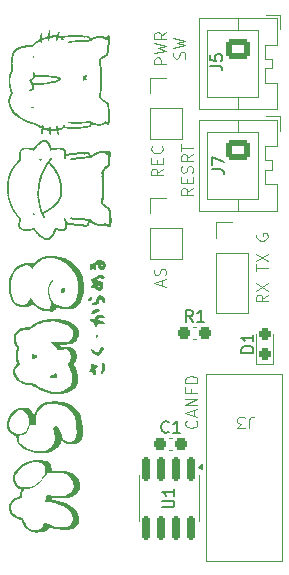
<source format=gbr>
%TF.GenerationSoftware,KiCad,Pcbnew,8.0.9-8.0.9-0~ubuntu22.04.1*%
%TF.CreationDate,2025-12-16T17:58:39+09:00*%
%TF.ProjectId,Jetson_Side_Expand_Board,4a657473-6f6e-45f5-9369-64655f457870,rev?*%
%TF.SameCoordinates,Original*%
%TF.FileFunction,Legend,Top*%
%TF.FilePolarity,Positive*%
%FSLAX46Y46*%
G04 Gerber Fmt 4.6, Leading zero omitted, Abs format (unit mm)*
G04 Created by KiCad (PCBNEW 8.0.9-8.0.9-0~ubuntu22.04.1) date 2025-12-16 17:58:39*
%MOMM*%
%LPD*%
G01*
G04 APERTURE LIST*
G04 Aperture macros list*
%AMRoundRect*
0 Rectangle with rounded corners*
0 $1 Rounding radius*
0 $2 $3 $4 $5 $6 $7 $8 $9 X,Y pos of 4 corners*
0 Add a 4 corners polygon primitive as box body*
4,1,4,$2,$3,$4,$5,$6,$7,$8,$9,$2,$3,0*
0 Add four circle primitives for the rounded corners*
1,1,$1+$1,$2,$3*
1,1,$1+$1,$4,$5*
1,1,$1+$1,$6,$7*
1,1,$1+$1,$8,$9*
0 Add four rect primitives between the rounded corners*
20,1,$1+$1,$2,$3,$4,$5,0*
20,1,$1+$1,$4,$5,$6,$7,0*
20,1,$1+$1,$6,$7,$8,$9,0*
20,1,$1+$1,$8,$9,$2,$3,0*%
G04 Aperture macros list end*
%ADD10C,0.100000*%
%ADD11C,0.150000*%
%ADD12C,0.120000*%
%ADD13C,0.000000*%
%ADD14R,1.700000X1.700000*%
%ADD15O,1.700000X1.700000*%
%ADD16C,1.700000*%
%ADD17RoundRect,0.237500X0.237500X-0.287500X0.237500X0.287500X-0.237500X0.287500X-0.237500X-0.287500X0*%
%ADD18RoundRect,0.237500X-0.300000X-0.237500X0.300000X-0.237500X0.300000X0.237500X-0.300000X0.237500X0*%
%ADD19RoundRect,0.250000X-0.725000X0.600000X-0.725000X-0.600000X0.725000X-0.600000X0.725000X0.600000X0*%
%ADD20O,1.950000X1.700000*%
%ADD21RoundRect,0.150000X-0.150000X0.825000X-0.150000X-0.825000X0.150000X-0.825000X0.150000X0.825000X0*%
G04 APERTURE END LIST*
D10*
X121919419Y-85484687D02*
X121443228Y-85818020D01*
X121919419Y-86056115D02*
X120919419Y-86056115D01*
X120919419Y-86056115D02*
X120919419Y-85675163D01*
X120919419Y-85675163D02*
X120967038Y-85579925D01*
X120967038Y-85579925D02*
X121014657Y-85532306D01*
X121014657Y-85532306D02*
X121109895Y-85484687D01*
X121109895Y-85484687D02*
X121252752Y-85484687D01*
X121252752Y-85484687D02*
X121347990Y-85532306D01*
X121347990Y-85532306D02*
X121395609Y-85579925D01*
X121395609Y-85579925D02*
X121443228Y-85675163D01*
X121443228Y-85675163D02*
X121443228Y-86056115D01*
X121395609Y-85056115D02*
X121395609Y-84722782D01*
X121919419Y-84579925D02*
X121919419Y-85056115D01*
X121919419Y-85056115D02*
X120919419Y-85056115D01*
X120919419Y-85056115D02*
X120919419Y-84579925D01*
X121871800Y-84198972D02*
X121919419Y-84056115D01*
X121919419Y-84056115D02*
X121919419Y-83818020D01*
X121919419Y-83818020D02*
X121871800Y-83722782D01*
X121871800Y-83722782D02*
X121824180Y-83675163D01*
X121824180Y-83675163D02*
X121728942Y-83627544D01*
X121728942Y-83627544D02*
X121633704Y-83627544D01*
X121633704Y-83627544D02*
X121538466Y-83675163D01*
X121538466Y-83675163D02*
X121490847Y-83722782D01*
X121490847Y-83722782D02*
X121443228Y-83818020D01*
X121443228Y-83818020D02*
X121395609Y-84008496D01*
X121395609Y-84008496D02*
X121347990Y-84103734D01*
X121347990Y-84103734D02*
X121300371Y-84151353D01*
X121300371Y-84151353D02*
X121205133Y-84198972D01*
X121205133Y-84198972D02*
X121109895Y-84198972D01*
X121109895Y-84198972D02*
X121014657Y-84151353D01*
X121014657Y-84151353D02*
X120967038Y-84103734D01*
X120967038Y-84103734D02*
X120919419Y-84008496D01*
X120919419Y-84008496D02*
X120919419Y-83770401D01*
X120919419Y-83770401D02*
X120967038Y-83627544D01*
X121919419Y-82627544D02*
X121443228Y-82960877D01*
X121919419Y-83198972D02*
X120919419Y-83198972D01*
X120919419Y-83198972D02*
X120919419Y-82818020D01*
X120919419Y-82818020D02*
X120967038Y-82722782D01*
X120967038Y-82722782D02*
X121014657Y-82675163D01*
X121014657Y-82675163D02*
X121109895Y-82627544D01*
X121109895Y-82627544D02*
X121252752Y-82627544D01*
X121252752Y-82627544D02*
X121347990Y-82675163D01*
X121347990Y-82675163D02*
X121395609Y-82722782D01*
X121395609Y-82722782D02*
X121443228Y-82818020D01*
X121443228Y-82818020D02*
X121443228Y-83198972D01*
X120919419Y-82341829D02*
X120919419Y-81770401D01*
X121919419Y-82056115D02*
X120919419Y-82056115D01*
X119347704Y-93723734D02*
X119347704Y-93247544D01*
X119633419Y-93818972D02*
X118633419Y-93485639D01*
X118633419Y-93485639D02*
X119633419Y-93152306D01*
X119585800Y-92866591D02*
X119633419Y-92723734D01*
X119633419Y-92723734D02*
X119633419Y-92485639D01*
X119633419Y-92485639D02*
X119585800Y-92390401D01*
X119585800Y-92390401D02*
X119538180Y-92342782D01*
X119538180Y-92342782D02*
X119442942Y-92295163D01*
X119442942Y-92295163D02*
X119347704Y-92295163D01*
X119347704Y-92295163D02*
X119252466Y-92342782D01*
X119252466Y-92342782D02*
X119204847Y-92390401D01*
X119204847Y-92390401D02*
X119157228Y-92485639D01*
X119157228Y-92485639D02*
X119109609Y-92676115D01*
X119109609Y-92676115D02*
X119061990Y-92771353D01*
X119061990Y-92771353D02*
X119014371Y-92818972D01*
X119014371Y-92818972D02*
X118919133Y-92866591D01*
X118919133Y-92866591D02*
X118823895Y-92866591D01*
X118823895Y-92866591D02*
X118728657Y-92818972D01*
X118728657Y-92818972D02*
X118681038Y-92771353D01*
X118681038Y-92771353D02*
X118633419Y-92676115D01*
X118633419Y-92676115D02*
X118633419Y-92438020D01*
X118633419Y-92438020D02*
X118681038Y-92295163D01*
X119379419Y-83833687D02*
X118903228Y-84167020D01*
X119379419Y-84405115D02*
X118379419Y-84405115D01*
X118379419Y-84405115D02*
X118379419Y-84024163D01*
X118379419Y-84024163D02*
X118427038Y-83928925D01*
X118427038Y-83928925D02*
X118474657Y-83881306D01*
X118474657Y-83881306D02*
X118569895Y-83833687D01*
X118569895Y-83833687D02*
X118712752Y-83833687D01*
X118712752Y-83833687D02*
X118807990Y-83881306D01*
X118807990Y-83881306D02*
X118855609Y-83928925D01*
X118855609Y-83928925D02*
X118903228Y-84024163D01*
X118903228Y-84024163D02*
X118903228Y-84405115D01*
X118855609Y-83405115D02*
X118855609Y-83071782D01*
X119379419Y-82928925D02*
X119379419Y-83405115D01*
X119379419Y-83405115D02*
X118379419Y-83405115D01*
X118379419Y-83405115D02*
X118379419Y-82928925D01*
X119284180Y-81928925D02*
X119331800Y-81976544D01*
X119331800Y-81976544D02*
X119379419Y-82119401D01*
X119379419Y-82119401D02*
X119379419Y-82214639D01*
X119379419Y-82214639D02*
X119331800Y-82357496D01*
X119331800Y-82357496D02*
X119236561Y-82452734D01*
X119236561Y-82452734D02*
X119141323Y-82500353D01*
X119141323Y-82500353D02*
X118950847Y-82547972D01*
X118950847Y-82547972D02*
X118807990Y-82547972D01*
X118807990Y-82547972D02*
X118617514Y-82500353D01*
X118617514Y-82500353D02*
X118522276Y-82452734D01*
X118522276Y-82452734D02*
X118427038Y-82357496D01*
X118427038Y-82357496D02*
X118379419Y-82214639D01*
X118379419Y-82214639D02*
X118379419Y-82119401D01*
X118379419Y-82119401D02*
X118427038Y-81976544D01*
X118427038Y-81976544D02*
X118474657Y-81928925D01*
X128269419Y-94501687D02*
X127793228Y-94835020D01*
X128269419Y-95073115D02*
X127269419Y-95073115D01*
X127269419Y-95073115D02*
X127269419Y-94692163D01*
X127269419Y-94692163D02*
X127317038Y-94596925D01*
X127317038Y-94596925D02*
X127364657Y-94549306D01*
X127364657Y-94549306D02*
X127459895Y-94501687D01*
X127459895Y-94501687D02*
X127602752Y-94501687D01*
X127602752Y-94501687D02*
X127697990Y-94549306D01*
X127697990Y-94549306D02*
X127745609Y-94596925D01*
X127745609Y-94596925D02*
X127793228Y-94692163D01*
X127793228Y-94692163D02*
X127793228Y-95073115D01*
X127269419Y-94168353D02*
X128269419Y-93501687D01*
X127269419Y-93501687D02*
X128269419Y-94168353D01*
X127269419Y-92501686D02*
X127269419Y-91930258D01*
X128269419Y-92215972D02*
X127269419Y-92215972D01*
X127269419Y-91692162D02*
X128269419Y-91025496D01*
X127269419Y-91025496D02*
X128269419Y-91692162D01*
X127317038Y-89358829D02*
X127269419Y-89454067D01*
X127269419Y-89454067D02*
X127269419Y-89596924D01*
X127269419Y-89596924D02*
X127317038Y-89739781D01*
X127317038Y-89739781D02*
X127412276Y-89835019D01*
X127412276Y-89835019D02*
X127507514Y-89882638D01*
X127507514Y-89882638D02*
X127697990Y-89930257D01*
X127697990Y-89930257D02*
X127840847Y-89930257D01*
X127840847Y-89930257D02*
X128031323Y-89882638D01*
X128031323Y-89882638D02*
X128126561Y-89835019D01*
X128126561Y-89835019D02*
X128221800Y-89739781D01*
X128221800Y-89739781D02*
X128269419Y-89596924D01*
X128269419Y-89596924D02*
X128269419Y-89501686D01*
X128269419Y-89501686D02*
X128221800Y-89358829D01*
X128221800Y-89358829D02*
X128174180Y-89311210D01*
X128174180Y-89311210D02*
X127840847Y-89311210D01*
X127840847Y-89311210D02*
X127840847Y-89501686D01*
X122205180Y-105169687D02*
X122252800Y-105217306D01*
X122252800Y-105217306D02*
X122300419Y-105360163D01*
X122300419Y-105360163D02*
X122300419Y-105455401D01*
X122300419Y-105455401D02*
X122252800Y-105598258D01*
X122252800Y-105598258D02*
X122157561Y-105693496D01*
X122157561Y-105693496D02*
X122062323Y-105741115D01*
X122062323Y-105741115D02*
X121871847Y-105788734D01*
X121871847Y-105788734D02*
X121728990Y-105788734D01*
X121728990Y-105788734D02*
X121538514Y-105741115D01*
X121538514Y-105741115D02*
X121443276Y-105693496D01*
X121443276Y-105693496D02*
X121348038Y-105598258D01*
X121348038Y-105598258D02*
X121300419Y-105455401D01*
X121300419Y-105455401D02*
X121300419Y-105360163D01*
X121300419Y-105360163D02*
X121348038Y-105217306D01*
X121348038Y-105217306D02*
X121395657Y-105169687D01*
X122014704Y-104788734D02*
X122014704Y-104312544D01*
X122300419Y-104883972D02*
X121300419Y-104550639D01*
X121300419Y-104550639D02*
X122300419Y-104217306D01*
X122300419Y-103883972D02*
X121300419Y-103883972D01*
X121300419Y-103883972D02*
X122300419Y-103312544D01*
X122300419Y-103312544D02*
X121300419Y-103312544D01*
X121776609Y-102503020D02*
X121776609Y-102836353D01*
X122300419Y-102836353D02*
X121300419Y-102836353D01*
X121300419Y-102836353D02*
X121300419Y-102360163D01*
X122300419Y-101979210D02*
X121300419Y-101979210D01*
X121300419Y-101979210D02*
X121300419Y-101741115D01*
X121300419Y-101741115D02*
X121348038Y-101598258D01*
X121348038Y-101598258D02*
X121443276Y-101503020D01*
X121443276Y-101503020D02*
X121538514Y-101455401D01*
X121538514Y-101455401D02*
X121728990Y-101407782D01*
X121728990Y-101407782D02*
X121871847Y-101407782D01*
X121871847Y-101407782D02*
X122062323Y-101455401D01*
X122062323Y-101455401D02*
X122157561Y-101503020D01*
X122157561Y-101503020D02*
X122252800Y-101598258D01*
X122252800Y-101598258D02*
X122300419Y-101741115D01*
X122300419Y-101741115D02*
X122300419Y-101979210D01*
X119674475Y-74993332D02*
X118674475Y-74993332D01*
X118674475Y-74993332D02*
X118674475Y-74612380D01*
X118674475Y-74612380D02*
X118722094Y-74517142D01*
X118722094Y-74517142D02*
X118769713Y-74469523D01*
X118769713Y-74469523D02*
X118864951Y-74421904D01*
X118864951Y-74421904D02*
X119007808Y-74421904D01*
X119007808Y-74421904D02*
X119103046Y-74469523D01*
X119103046Y-74469523D02*
X119150665Y-74517142D01*
X119150665Y-74517142D02*
X119198284Y-74612380D01*
X119198284Y-74612380D02*
X119198284Y-74993332D01*
X118674475Y-74088570D02*
X119674475Y-73850475D01*
X119674475Y-73850475D02*
X118960189Y-73659999D01*
X118960189Y-73659999D02*
X119674475Y-73469523D01*
X119674475Y-73469523D02*
X118674475Y-73231428D01*
X119674475Y-72279047D02*
X119198284Y-72612380D01*
X119674475Y-72850475D02*
X118674475Y-72850475D01*
X118674475Y-72850475D02*
X118674475Y-72469523D01*
X118674475Y-72469523D02*
X118722094Y-72374285D01*
X118722094Y-72374285D02*
X118769713Y-72326666D01*
X118769713Y-72326666D02*
X118864951Y-72279047D01*
X118864951Y-72279047D02*
X119007808Y-72279047D01*
X119007808Y-72279047D02*
X119103046Y-72326666D01*
X119103046Y-72326666D02*
X119150665Y-72374285D01*
X119150665Y-72374285D02*
X119198284Y-72469523D01*
X119198284Y-72469523D02*
X119198284Y-72850475D01*
X121236800Y-74517142D02*
X121284419Y-74374285D01*
X121284419Y-74374285D02*
X121284419Y-74136190D01*
X121284419Y-74136190D02*
X121236800Y-74040952D01*
X121236800Y-74040952D02*
X121189180Y-73993333D01*
X121189180Y-73993333D02*
X121093942Y-73945714D01*
X121093942Y-73945714D02*
X120998704Y-73945714D01*
X120998704Y-73945714D02*
X120903466Y-73993333D01*
X120903466Y-73993333D02*
X120855847Y-74040952D01*
X120855847Y-74040952D02*
X120808228Y-74136190D01*
X120808228Y-74136190D02*
X120760609Y-74326666D01*
X120760609Y-74326666D02*
X120712990Y-74421904D01*
X120712990Y-74421904D02*
X120665371Y-74469523D01*
X120665371Y-74469523D02*
X120570133Y-74517142D01*
X120570133Y-74517142D02*
X120474895Y-74517142D01*
X120474895Y-74517142D02*
X120379657Y-74469523D01*
X120379657Y-74469523D02*
X120332038Y-74421904D01*
X120332038Y-74421904D02*
X120284419Y-74326666D01*
X120284419Y-74326666D02*
X120284419Y-74088571D01*
X120284419Y-74088571D02*
X120332038Y-73945714D01*
X120284419Y-73612380D02*
X121284419Y-73374285D01*
X121284419Y-73374285D02*
X120570133Y-73183809D01*
X120570133Y-73183809D02*
X121284419Y-72993333D01*
X121284419Y-72993333D02*
X120284419Y-72755238D01*
X126698333Y-105825580D02*
X126698333Y-105111295D01*
X126698333Y-105111295D02*
X126745952Y-104968438D01*
X126745952Y-104968438D02*
X126841190Y-104873200D01*
X126841190Y-104873200D02*
X126984047Y-104825580D01*
X126984047Y-104825580D02*
X127079285Y-104825580D01*
X126317380Y-105825580D02*
X125698333Y-105825580D01*
X125698333Y-105825580D02*
X126031666Y-105444628D01*
X126031666Y-105444628D02*
X125888809Y-105444628D01*
X125888809Y-105444628D02*
X125793571Y-105397009D01*
X125793571Y-105397009D02*
X125745952Y-105349390D01*
X125745952Y-105349390D02*
X125698333Y-105254152D01*
X125698333Y-105254152D02*
X125698333Y-105016057D01*
X125698333Y-105016057D02*
X125745952Y-104920819D01*
X125745952Y-104920819D02*
X125793571Y-104873200D01*
X125793571Y-104873200D02*
X125888809Y-104825580D01*
X125888809Y-104825580D02*
X126174523Y-104825580D01*
X126174523Y-104825580D02*
X126269761Y-104873200D01*
X126269761Y-104873200D02*
X126317380Y-104920819D01*
D11*
X127040819Y-99417094D02*
X126040819Y-99417094D01*
X126040819Y-99417094D02*
X126040819Y-99178999D01*
X126040819Y-99178999D02*
X126088438Y-99036142D01*
X126088438Y-99036142D02*
X126183676Y-98940904D01*
X126183676Y-98940904D02*
X126278914Y-98893285D01*
X126278914Y-98893285D02*
X126469390Y-98845666D01*
X126469390Y-98845666D02*
X126612247Y-98845666D01*
X126612247Y-98845666D02*
X126802723Y-98893285D01*
X126802723Y-98893285D02*
X126897961Y-98940904D01*
X126897961Y-98940904D02*
X126993200Y-99036142D01*
X126993200Y-99036142D02*
X127040819Y-99178999D01*
X127040819Y-99178999D02*
X127040819Y-99417094D01*
X127040819Y-97893285D02*
X127040819Y-98464713D01*
X127040819Y-98178999D02*
X126040819Y-98178999D01*
X126040819Y-98178999D02*
X126183676Y-98274237D01*
X126183676Y-98274237D02*
X126278914Y-98369475D01*
X126278914Y-98369475D02*
X126326533Y-98464713D01*
X121906833Y-96814819D02*
X121573500Y-96338628D01*
X121335405Y-96814819D02*
X121335405Y-95814819D01*
X121335405Y-95814819D02*
X121716357Y-95814819D01*
X121716357Y-95814819D02*
X121811595Y-95862438D01*
X121811595Y-95862438D02*
X121859214Y-95910057D01*
X121859214Y-95910057D02*
X121906833Y-96005295D01*
X121906833Y-96005295D02*
X121906833Y-96148152D01*
X121906833Y-96148152D02*
X121859214Y-96243390D01*
X121859214Y-96243390D02*
X121811595Y-96291009D01*
X121811595Y-96291009D02*
X121716357Y-96338628D01*
X121716357Y-96338628D02*
X121335405Y-96338628D01*
X122859214Y-96814819D02*
X122287786Y-96814819D01*
X122573500Y-96814819D02*
X122573500Y-95814819D01*
X122573500Y-95814819D02*
X122478262Y-95957676D01*
X122478262Y-95957676D02*
X122383024Y-96052914D01*
X122383024Y-96052914D02*
X122287786Y-96100533D01*
X119874833Y-106117580D02*
X119827214Y-106165200D01*
X119827214Y-106165200D02*
X119684357Y-106212819D01*
X119684357Y-106212819D02*
X119589119Y-106212819D01*
X119589119Y-106212819D02*
X119446262Y-106165200D01*
X119446262Y-106165200D02*
X119351024Y-106069961D01*
X119351024Y-106069961D02*
X119303405Y-105974723D01*
X119303405Y-105974723D02*
X119255786Y-105784247D01*
X119255786Y-105784247D02*
X119255786Y-105641390D01*
X119255786Y-105641390D02*
X119303405Y-105450914D01*
X119303405Y-105450914D02*
X119351024Y-105355676D01*
X119351024Y-105355676D02*
X119446262Y-105260438D01*
X119446262Y-105260438D02*
X119589119Y-105212819D01*
X119589119Y-105212819D02*
X119684357Y-105212819D01*
X119684357Y-105212819D02*
X119827214Y-105260438D01*
X119827214Y-105260438D02*
X119874833Y-105308057D01*
X120827214Y-106212819D02*
X120255786Y-106212819D01*
X120541500Y-106212819D02*
X120541500Y-105212819D01*
X120541500Y-105212819D02*
X120446262Y-105355676D01*
X120446262Y-105355676D02*
X120351024Y-105450914D01*
X120351024Y-105450914D02*
X120255786Y-105498533D01*
X123533819Y-83879333D02*
X124248104Y-83879333D01*
X124248104Y-83879333D02*
X124390961Y-83926952D01*
X124390961Y-83926952D02*
X124486200Y-84022190D01*
X124486200Y-84022190D02*
X124533819Y-84165047D01*
X124533819Y-84165047D02*
X124533819Y-84260285D01*
X123533819Y-83498380D02*
X123533819Y-82831714D01*
X123533819Y-82831714D02*
X124533819Y-83260285D01*
X119342819Y-112521904D02*
X120152342Y-112521904D01*
X120152342Y-112521904D02*
X120247580Y-112474285D01*
X120247580Y-112474285D02*
X120295200Y-112426666D01*
X120295200Y-112426666D02*
X120342819Y-112331428D01*
X120342819Y-112331428D02*
X120342819Y-112140952D01*
X120342819Y-112140952D02*
X120295200Y-112045714D01*
X120295200Y-112045714D02*
X120247580Y-111998095D01*
X120247580Y-111998095D02*
X120152342Y-111950476D01*
X120152342Y-111950476D02*
X119342819Y-111950476D01*
X120342819Y-110950476D02*
X120342819Y-111521904D01*
X120342819Y-111236190D02*
X119342819Y-111236190D01*
X119342819Y-111236190D02*
X119485676Y-111331428D01*
X119485676Y-111331428D02*
X119580914Y-111426666D01*
X119580914Y-111426666D02*
X119628533Y-111521904D01*
X123406819Y-75136333D02*
X124121104Y-75136333D01*
X124121104Y-75136333D02*
X124263961Y-75183952D01*
X124263961Y-75183952D02*
X124359200Y-75279190D01*
X124359200Y-75279190D02*
X124406819Y-75422047D01*
X124406819Y-75422047D02*
X124406819Y-75517285D01*
X123406819Y-74183952D02*
X123406819Y-74660142D01*
X123406819Y-74660142D02*
X123883009Y-74707761D01*
X123883009Y-74707761D02*
X123835390Y-74660142D01*
X123835390Y-74660142D02*
X123787771Y-74564904D01*
X123787771Y-74564904D02*
X123787771Y-74326809D01*
X123787771Y-74326809D02*
X123835390Y-74231571D01*
X123835390Y-74231571D02*
X123883009Y-74183952D01*
X123883009Y-74183952D02*
X123978247Y-74136333D01*
X123978247Y-74136333D02*
X124216342Y-74136333D01*
X124216342Y-74136333D02*
X124311580Y-74183952D01*
X124311580Y-74183952D02*
X124359200Y-74231571D01*
X124359200Y-74231571D02*
X124406819Y-74326809D01*
X124406819Y-74326809D02*
X124406819Y-74564904D01*
X124406819Y-74564904D02*
X124359200Y-74660142D01*
X124359200Y-74660142D02*
X124311580Y-74707761D01*
D12*
%TO.C,J8*%
X123892000Y-88347000D02*
X125222000Y-88347000D01*
X123892000Y-89677000D02*
X123892000Y-88347000D01*
X123892000Y-90947000D02*
X123892000Y-96087000D01*
X123892000Y-90947000D02*
X126552000Y-90947000D01*
X123892000Y-96087000D02*
X126552000Y-96087000D01*
X126552000Y-90947000D02*
X126552000Y-96087000D01*
%TO.C,J3*%
D10*
X129438000Y-117034000D02*
X123038000Y-117034000D01*
X123038000Y-101234000D01*
X129438000Y-101234000D01*
X129438000Y-117034000D01*
D12*
%TO.C,D1*%
X127281000Y-97879000D02*
X127281000Y-100339000D01*
X127281000Y-100339000D02*
X128751000Y-100339000D01*
X128751000Y-100339000D02*
X128751000Y-97879000D01*
%TO.C,R1*%
X121927233Y-97280000D02*
X122219767Y-97280000D01*
X121927233Y-98300000D02*
X122219767Y-98300000D01*
D13*
%TO.C,G\u002A\u002A\u002A*%
G36*
X113897182Y-97951914D02*
G01*
X113932086Y-98016221D01*
X113903668Y-98098639D01*
X113842218Y-98134636D01*
X113775732Y-98138019D01*
X113701892Y-98105587D01*
X113681736Y-98026279D01*
X113694531Y-97955806D01*
X113748826Y-97930120D01*
X113799336Y-97927830D01*
X113897182Y-97951914D01*
G37*
G36*
X113395649Y-94727273D02*
G01*
X113415722Y-94808475D01*
X113381302Y-94912326D01*
X113336982Y-94974718D01*
X113255701Y-95048458D01*
X113180881Y-95061290D01*
X113157646Y-95055493D01*
X113086179Y-95002193D01*
X113080998Y-94913574D01*
X113142181Y-94796980D01*
X113154653Y-94780609D01*
X113248323Y-94700031D01*
X113322017Y-94686694D01*
X113395649Y-94727273D01*
G37*
G36*
X111091516Y-93968332D02*
G01*
X111116916Y-94019380D01*
X111139197Y-94152421D01*
X111116100Y-94244266D01*
X111069721Y-94298780D01*
X110959111Y-94359786D01*
X110855723Y-94353080D01*
X110778892Y-94286686D01*
X110747956Y-94168625D01*
X110747938Y-94165282D01*
X110774933Y-94062548D01*
X110842667Y-93983625D01*
X110931262Y-93936375D01*
X111020837Y-93928657D01*
X111091516Y-93968332D01*
G37*
G36*
X110374705Y-101177393D02*
G01*
X110423973Y-101264038D01*
X110423408Y-101379355D01*
X110393255Y-101457007D01*
X110305852Y-101537336D01*
X110174501Y-101584643D01*
X110027191Y-101596452D01*
X109891906Y-101570286D01*
X109801167Y-101509402D01*
X109774639Y-101476971D01*
X109767849Y-101451714D01*
X109791746Y-101423316D01*
X109857282Y-101381460D01*
X109975405Y-101315830D01*
X110049821Y-101275142D01*
X110192254Y-101200949D01*
X110284559Y-101164475D01*
X110342867Y-101160867D01*
X110374705Y-101177393D01*
G37*
G36*
X108461159Y-99527387D02*
G01*
X108574107Y-99587524D01*
X108697647Y-99658803D01*
X108759888Y-99707062D01*
X108770088Y-99744276D01*
X108737507Y-99782418D01*
X108729721Y-99788785D01*
X108666631Y-99829260D01*
X108563124Y-99886674D01*
X108507790Y-99915272D01*
X108398491Y-99964845D01*
X108336278Y-99975297D01*
X108301823Y-99949846D01*
X108301648Y-99949572D01*
X108273110Y-99853000D01*
X108270651Y-99723380D01*
X108292553Y-99601357D01*
X108318705Y-99545825D01*
X108352325Y-99508978D01*
X108392971Y-99501716D01*
X108461159Y-99527387D01*
G37*
G36*
X113983753Y-95696645D02*
G01*
X114024705Y-95772400D01*
X114019790Y-95855181D01*
X114016281Y-95862115D01*
X113961617Y-95912759D01*
X113857539Y-95976945D01*
X113725971Y-96044466D01*
X113588837Y-96105118D01*
X113468060Y-96148693D01*
X113385564Y-96164986D01*
X113370611Y-96162687D01*
X113315341Y-96109072D01*
X113318165Y-96028210D01*
X113375275Y-95941546D01*
X113415922Y-95907592D01*
X113539513Y-95829148D01*
X113676844Y-95754837D01*
X113803900Y-95696405D01*
X113896667Y-95665596D01*
X113915061Y-95663488D01*
X113983753Y-95696645D01*
G37*
G36*
X114420529Y-100286097D02*
G01*
X114484799Y-100379791D01*
X114520799Y-100516009D01*
X114526180Y-100678438D01*
X114498590Y-100850765D01*
X114439551Y-101009076D01*
X114352837Y-101140684D01*
X114263174Y-101202033D01*
X114176612Y-101189899D01*
X114146014Y-101165574D01*
X114111235Y-101116880D01*
X114120794Y-101062065D01*
X114160250Y-100995626D01*
X114200990Y-100909754D01*
X114223936Y-100793638D01*
X114232669Y-100626242D01*
X114233054Y-100567743D01*
X114234120Y-100411045D01*
X114240604Y-100317077D01*
X114257433Y-100269808D01*
X114289533Y-100253209D01*
X114330341Y-100251240D01*
X114420529Y-100286097D01*
G37*
G36*
X114267166Y-98898182D02*
G01*
X114323628Y-98939892D01*
X114360373Y-98996451D01*
X114362118Y-99070144D01*
X114325695Y-99176558D01*
X114247937Y-99331283D01*
X114241792Y-99342620D01*
X114158642Y-99477338D01*
X114069770Y-99593378D01*
X114004985Y-99656723D01*
X113895055Y-99737432D01*
X113718123Y-99643570D01*
X113575951Y-99551420D01*
X113449350Y-99439893D01*
X113354965Y-99326547D01*
X113309438Y-99228942D01*
X113307628Y-99210517D01*
X113330316Y-99134309D01*
X113397730Y-99122076D01*
X113508895Y-99173651D01*
X113636986Y-99267473D01*
X113749314Y-99356330D01*
X113826274Y-99398867D01*
X113883242Y-99389281D01*
X113935595Y-99321772D01*
X113998711Y-99190539D01*
X114030341Y-99119070D01*
X114110628Y-98970096D01*
X114188281Y-98897254D01*
X114267166Y-98898182D01*
G37*
G36*
X113487577Y-100356693D02*
G01*
X113520625Y-100385696D01*
X113617949Y-100446145D01*
X113709596Y-100467830D01*
X113807359Y-100500508D01*
X113855913Y-100589402D01*
X113858946Y-100625712D01*
X113830943Y-100670921D01*
X113763263Y-100734261D01*
X113760267Y-100736633D01*
X113703819Y-100786666D01*
X113680856Y-100837015D01*
X113686355Y-100914723D01*
X113708275Y-101016511D01*
X113732826Y-101141952D01*
X113732366Y-101217266D01*
X113705705Y-101267397D01*
X113695805Y-101277924D01*
X113615773Y-101317800D01*
X113538839Y-101284707D01*
X113475196Y-101184118D01*
X113463998Y-101153495D01*
X113416094Y-101048853D01*
X113367545Y-101021533D01*
X113327252Y-101058634D01*
X113279659Y-101077800D01*
X113215852Y-101050059D01*
X113164078Y-100993513D01*
X113150108Y-100945106D01*
X113177713Y-100866877D01*
X113231999Y-100799725D01*
X113284063Y-100735629D01*
X113298549Y-100654432D01*
X113289028Y-100559820D01*
X113278722Y-100450179D01*
X113295959Y-100389091D01*
X113348569Y-100348855D01*
X113348682Y-100348794D01*
X113421159Y-100325989D01*
X113487577Y-100356693D01*
G37*
G36*
X114267954Y-94581369D02*
G01*
X114396326Y-94688927D01*
X114474768Y-94825402D01*
X114519907Y-94958031D01*
X114518773Y-95049984D01*
X114470727Y-95124774D01*
X114466520Y-95129048D01*
X114403253Y-95178669D01*
X114370884Y-95190930D01*
X114307308Y-95159505D01*
X114245180Y-95087695D01*
X114212680Y-95009200D01*
X114212112Y-95001063D01*
X114188083Y-94916016D01*
X114158814Y-94866413D01*
X114116583Y-94822191D01*
X114077431Y-94833781D01*
X114033654Y-94878655D01*
X113974893Y-95000825D01*
X113966607Y-95111576D01*
X113961231Y-95222662D01*
X113924100Y-95292495D01*
X113839995Y-95334329D01*
X113693696Y-95361415D01*
X113677249Y-95363545D01*
X113546449Y-95373873D01*
X113468159Y-95360581D01*
X113422766Y-95325144D01*
X113392141Y-95268929D01*
X113424376Y-95221896D01*
X113444625Y-95206359D01*
X113532185Y-95162227D01*
X113586138Y-95151551D01*
X113640735Y-95118737D01*
X113685964Y-95015821D01*
X113697323Y-94974323D01*
X113771050Y-94785989D01*
X113879984Y-94644473D01*
X114012693Y-94561722D01*
X114107966Y-94545101D01*
X114267954Y-94581369D01*
G37*
G36*
X114088401Y-96216059D02*
G01*
X114276964Y-96233978D01*
X114395917Y-96285882D01*
X114447166Y-96372755D01*
X114449643Y-96402920D01*
X114435356Y-96468990D01*
X114383052Y-96502869D01*
X114278567Y-96509386D01*
X114164839Y-96500041D01*
X114007637Y-96500894D01*
X113902616Y-96540184D01*
X113859498Y-96613929D01*
X113858946Y-96625238D01*
X113894359Y-96656428D01*
X113986818Y-96692233D01*
X114105070Y-96722355D01*
X114300190Y-96774497D01*
X114417098Y-96834422D01*
X114455975Y-96902306D01*
X114417000Y-96978321D01*
X114392469Y-97000830D01*
X114338462Y-97025553D01*
X114252324Y-97024782D01*
X114118146Y-96999684D01*
X113994695Y-96975689D01*
X113903856Y-96964732D01*
X113872730Y-96966901D01*
X113851857Y-97013405D01*
X113841860Y-97100853D01*
X113825187Y-97190579D01*
X113769838Y-97228022D01*
X113750714Y-97231568D01*
X113670902Y-97207638D01*
X113612506Y-97121073D01*
X113584493Y-96987008D01*
X113583287Y-96948937D01*
X113568009Y-96889471D01*
X113509858Y-96847699D01*
X113403513Y-96813137D01*
X113294512Y-96779261D01*
X113244071Y-96743332D01*
X113233499Y-96687948D01*
X113236149Y-96657295D01*
X113250877Y-96589557D01*
X113289763Y-96560715D01*
X113376480Y-96557726D01*
X113413141Y-96559782D01*
X113523354Y-96559348D01*
X113580052Y-96534428D01*
X113602300Y-96492596D01*
X113647819Y-96417059D01*
X113728455Y-96330287D01*
X113745932Y-96314986D01*
X113835773Y-96253439D01*
X113935724Y-96223624D01*
X114078740Y-96216022D01*
X114088401Y-96216059D01*
G37*
G36*
X114123979Y-91595779D02*
G01*
X114305914Y-91669130D01*
X114455911Y-91772991D01*
X114497992Y-91817830D01*
X114563325Y-91955748D01*
X114555470Y-92105205D01*
X114476134Y-92253364D01*
X114433891Y-92300450D01*
X114295421Y-92399893D01*
X114232849Y-92412474D01*
X114162499Y-92426618D01*
X114045564Y-92386512D01*
X113955054Y-92285465D01*
X113901404Y-92129365D01*
X113893047Y-92017571D01*
X114173984Y-92017571D01*
X114189889Y-92101006D01*
X114232849Y-92116228D01*
X114267232Y-92091688D01*
X114286020Y-92027252D01*
X114258352Y-91957641D01*
X114223209Y-91932230D01*
X114184735Y-91951448D01*
X114173984Y-92017571D01*
X113893047Y-92017571D01*
X113891309Y-91994324D01*
X113884426Y-91898262D01*
X113864737Y-91846528D01*
X113857863Y-91843644D01*
X113804307Y-91879489D01*
X113765435Y-91973764D01*
X113747626Y-92106578D01*
X113748775Y-92183783D01*
X113748470Y-92307933D01*
X113722811Y-92379425D01*
X113688933Y-92409301D01*
X113631918Y-92429106D01*
X113577127Y-92398592D01*
X113527093Y-92342174D01*
X113466897Y-92271918D01*
X113436790Y-92259296D01*
X113418786Y-92299555D01*
X113415289Y-92312639D01*
X113374735Y-92378543D01*
X113335826Y-92394961D01*
X113251594Y-92358992D01*
X113195894Y-92258287D01*
X113175207Y-92117202D01*
X113190913Y-91982778D01*
X113252144Y-91908104D01*
X113366893Y-91883687D01*
X113371910Y-91883626D01*
X113445237Y-91856593D01*
X113544395Y-91787706D01*
X113613401Y-91725504D01*
X113716542Y-91631524D01*
X113802251Y-91584268D01*
X113901997Y-91568718D01*
X113943500Y-91567985D01*
X114123979Y-91595779D01*
G37*
G36*
X114275178Y-92848157D02*
G01*
X114391335Y-92900012D01*
X114464662Y-92972988D01*
X114484001Y-93055504D01*
X114438196Y-93135979D01*
X114429989Y-93143149D01*
X114369945Y-93171750D01*
X114288648Y-93157043D01*
X114250740Y-93142348D01*
X114142027Y-93113255D01*
X114026303Y-93125146D01*
X113975046Y-93139137D01*
X113878473Y-93174181D01*
X113824169Y-93205746D01*
X113819815Y-93213674D01*
X113853736Y-93258664D01*
X113937441Y-93311894D01*
X114044815Y-93360560D01*
X114149747Y-93391857D01*
X114193674Y-93397001D01*
X114311814Y-93399147D01*
X114319428Y-93694332D01*
X114311576Y-93902287D01*
X114271973Y-94044432D01*
X114195406Y-94129111D01*
X114076662Y-94164669D01*
X114024094Y-94167054D01*
X113973803Y-94158854D01*
X113917769Y-94149718D01*
X113800540Y-94106104D01*
X113743253Y-94074327D01*
X113697234Y-94048801D01*
X113632680Y-93990402D01*
X113622666Y-93963482D01*
X113587527Y-93942324D01*
X113491636Y-93946322D01*
X113468117Y-93949964D01*
X113361824Y-93960566D01*
X113302990Y-93940463D01*
X113272045Y-93898490D01*
X113263315Y-93858600D01*
X113909884Y-93858600D01*
X113950247Y-93889222D01*
X113973803Y-93891395D01*
X114041500Y-93866379D01*
X114055845Y-93829438D01*
X114026320Y-93782124D01*
X113990193Y-93780213D01*
X113924551Y-93813099D01*
X113909884Y-93858600D01*
X113263315Y-93858600D01*
X113255326Y-93822092D01*
X113304666Y-93763090D01*
X113394090Y-93722357D01*
X113435542Y-93671142D01*
X113443830Y-93578253D01*
X113435681Y-93536977D01*
X113701426Y-93536977D01*
X113707646Y-93601419D01*
X113743253Y-93610154D01*
X113797660Y-93591448D01*
X113838617Y-93558332D01*
X113815749Y-93512688D01*
X113759798Y-93465793D01*
X113735984Y-93458217D01*
X113707893Y-93491242D01*
X113701426Y-93536977D01*
X113435681Y-93536977D01*
X113422765Y-93471557D01*
X113376158Y-93378922D01*
X113342495Y-93345119D01*
X113276617Y-93270117D01*
X113286727Y-93204663D01*
X113370798Y-93159863D01*
X113376542Y-93158450D01*
X113489299Y-93112456D01*
X113563597Y-93061695D01*
X113687584Y-92976395D01*
X113848607Y-92899749D01*
X114012124Y-92846016D01*
X114127348Y-92829005D01*
X114275178Y-92848157D01*
G37*
G36*
X110241469Y-91228178D02*
G01*
X110695250Y-91294940D01*
X111117682Y-91432056D01*
X111512998Y-91641473D01*
X111885431Y-91925134D01*
X112009346Y-92040543D01*
X112277316Y-92345404D01*
X112475123Y-92672904D01*
X112611005Y-93038188D01*
X112656399Y-93230123D01*
X112691667Y-93482145D01*
X112708945Y-93774516D01*
X112708274Y-94077760D01*
X112689694Y-94362399D01*
X112654536Y-94593130D01*
X112579434Y-94867226D01*
X112480532Y-95088776D01*
X112344568Y-95283286D01*
X112232439Y-95404899D01*
X112073666Y-95544015D01*
X111909499Y-95641150D01*
X111721694Y-95702455D01*
X111492011Y-95734079D01*
X111231796Y-95742248D01*
X110981933Y-95733392D01*
X110778621Y-95704094D01*
X110619830Y-95660131D01*
X110483047Y-95617658D01*
X110403498Y-95603972D01*
X110365815Y-95617333D01*
X110358775Y-95630596D01*
X110322025Y-95688535D01*
X110249079Y-95774305D01*
X110209364Y-95815718D01*
X110077246Y-95948258D01*
X109693910Y-95931901D01*
X109564899Y-95924157D01*
X109497511Y-95920112D01*
X109351269Y-95900270D01*
X109226601Y-95866092D01*
X109094925Y-95811294D01*
X109051294Y-95790623D01*
X108882264Y-95699381D01*
X108707307Y-95589643D01*
X108589632Y-95504563D01*
X108480291Y-95419302D01*
X108412929Y-95377457D01*
X108368105Y-95373139D01*
X108326378Y-95400463D01*
X108306355Y-95418787D01*
X108159242Y-95507853D01*
X107949053Y-95563976D01*
X107685347Y-95584668D01*
X107669044Y-95584729D01*
X107344390Y-95554530D01*
X107067043Y-95462932D01*
X106835208Y-95308432D01*
X106647087Y-95089528D01*
X106500886Y-94804717D01*
X106414582Y-94535012D01*
X106369806Y-94292701D01*
X106343769Y-94007431D01*
X106340935Y-93878455D01*
X106516886Y-93878455D01*
X106529716Y-94134261D01*
X106557299Y-94361079D01*
X106588752Y-94500598D01*
X106694003Y-94790087D01*
X106817994Y-95012470D01*
X106968714Y-95178660D01*
X107154156Y-95299575D01*
X107184062Y-95313841D01*
X107408865Y-95382467D01*
X107614404Y-95375246D01*
X107797102Y-95293511D01*
X107953380Y-95138597D01*
X108041797Y-94993990D01*
X108104982Y-94877956D01*
X108158834Y-94794610D01*
X108187356Y-94765020D01*
X108225510Y-94788862D01*
X108278923Y-94863504D01*
X108300681Y-94902850D01*
X108422883Y-95083706D01*
X108594660Y-95261748D01*
X108799396Y-95426048D01*
X109020473Y-95565677D01*
X109241274Y-95669710D01*
X109445184Y-95727218D01*
X109564899Y-95734226D01*
X109669473Y-95722774D01*
X109736945Y-95693400D01*
X109792374Y-95627845D01*
X109851126Y-95525659D01*
X109921355Y-95387862D01*
X109951121Y-95287825D01*
X109941323Y-95196285D01*
X109892860Y-95083980D01*
X109866263Y-95033098D01*
X109727980Y-94701248D01*
X109658560Y-94362377D01*
X109658474Y-94028118D01*
X109728196Y-93710106D01*
X109805110Y-93529258D01*
X109862027Y-93440992D01*
X109939461Y-93346156D01*
X110017448Y-93266604D01*
X110076027Y-93224188D01*
X110085848Y-93221938D01*
X110118222Y-93247260D01*
X110103257Y-93309929D01*
X110047653Y-93389998D01*
X110019813Y-93418459D01*
X109908736Y-93569584D01*
X109827258Y-93775415D01*
X109778480Y-94016491D01*
X109765500Y-94273350D01*
X109791420Y-94526532D01*
X109822805Y-94655276D01*
X109932443Y-94902868D01*
X110093252Y-95114284D01*
X110293985Y-95286610D01*
X110523397Y-95416930D01*
X110770242Y-95502329D01*
X111023272Y-95539893D01*
X111271242Y-95526706D01*
X111502906Y-95459853D01*
X111707017Y-95336420D01*
X111852900Y-95181469D01*
X111996631Y-94925065D01*
X112101697Y-94615047D01*
X112166283Y-94267408D01*
X112188574Y-93898141D01*
X112166752Y-93523242D01*
X112099003Y-93158702D01*
X112087461Y-93115548D01*
X111942563Y-92737506D01*
X111729446Y-92394896D01*
X111523017Y-92162123D01*
X111366277Y-92015204D01*
X111230571Y-91904502D01*
X111088853Y-91811124D01*
X110914075Y-91716176D01*
X110811012Y-91664749D01*
X110428215Y-91513535D01*
X110045739Y-91433689D01*
X109671830Y-91425908D01*
X109314732Y-91490886D01*
X109200763Y-91528871D01*
X109031663Y-91609690D01*
X108867170Y-91729133D01*
X108728254Y-91858173D01*
X108608308Y-91981526D01*
X108503876Y-92095554D01*
X108432726Y-92180647D01*
X108420052Y-92198317D01*
X108356507Y-92294410D01*
X108216233Y-92171248D01*
X108061246Y-92063392D01*
X107901024Y-92018064D01*
X107710805Y-92029537D01*
X107653450Y-92041101D01*
X107370311Y-92143660D01*
X107114562Y-92314812D01*
X106893171Y-92547083D01*
X106713109Y-92833001D01*
X106581345Y-93165092D01*
X106570620Y-93202248D01*
X106536968Y-93385935D01*
X106519180Y-93620175D01*
X106516886Y-93878455D01*
X106340935Y-93878455D01*
X106337223Y-93709515D01*
X106350918Y-93429260D01*
X106381839Y-93214031D01*
X106489063Y-92876225D01*
X106656634Y-92563579D01*
X106874273Y-92290156D01*
X107131703Y-92070020D01*
X107285805Y-91977128D01*
X107384503Y-91929399D01*
X107476351Y-91896744D01*
X107581165Y-91875581D01*
X107718759Y-91862330D01*
X107908947Y-91853409D01*
X107984260Y-91850880D01*
X108469419Y-91835393D01*
X108634027Y-91681137D01*
X108906133Y-91479688D01*
X109230243Y-91335002D01*
X109602718Y-91248107D01*
X110019916Y-91220026D01*
X110241469Y-91228178D01*
G37*
G36*
X110306010Y-103545930D02*
G01*
X110413209Y-103549271D01*
X110658266Y-103561927D01*
X110848891Y-103580589D01*
X111009379Y-103608943D01*
X111164023Y-103650672D01*
X111235909Y-103674028D01*
X111594759Y-103825570D01*
X111895826Y-104020360D01*
X112141434Y-104262046D01*
X112333909Y-104554274D01*
X112475578Y-104900694D01*
X112568767Y-105304952D01*
X112615801Y-105770698D01*
X112618914Y-105843178D01*
X112622229Y-106039764D01*
X112618638Y-106225223D01*
X112608966Y-106374448D01*
X112599204Y-106443043D01*
X112513349Y-106711634D01*
X112384234Y-106917763D01*
X112213713Y-107059073D01*
X112067163Y-107119135D01*
X111837068Y-107158054D01*
X111591522Y-107159834D01*
X111350753Y-107127892D01*
X111134989Y-107065645D01*
X110964459Y-106976513D01*
X110901823Y-106922234D01*
X110794761Y-106807624D01*
X110725739Y-107027065D01*
X110606092Y-107280337D01*
X110421486Y-107502425D01*
X110182069Y-107685840D01*
X109897994Y-107823095D01*
X109579410Y-107906700D01*
X109522005Y-107915109D01*
X109042571Y-107940136D01*
X108936465Y-107929507D01*
X108568304Y-107892627D01*
X108112556Y-107774683D01*
X107794449Y-107642991D01*
X107483116Y-107464283D01*
X107248459Y-107269454D01*
X107124250Y-107103669D01*
X107089931Y-107057863D01*
X107006983Y-106828871D01*
X107001062Y-106774237D01*
X107177667Y-106774237D01*
X107242665Y-106964039D01*
X107380141Y-107145475D01*
X107586962Y-107313655D01*
X107703300Y-107384537D01*
X108006760Y-107539075D01*
X108282783Y-107643092D01*
X108557410Y-107703889D01*
X108856682Y-107728766D01*
X108936465Y-107730213D01*
X109129282Y-107729855D01*
X109266854Y-107722577D01*
X109372643Y-107704368D01*
X109470110Y-107671219D01*
X109580743Y-107620089D01*
X109843943Y-107465526D01*
X110034949Y-107291984D01*
X110159631Y-107090919D01*
X110223859Y-106853786D01*
X110236000Y-106666424D01*
X110224893Y-106479465D01*
X110196359Y-106278280D01*
X110171237Y-106163901D01*
X110137536Y-106024791D01*
X110115477Y-105908084D01*
X110110051Y-105848617D01*
X110147511Y-105737860D01*
X110231980Y-105662665D01*
X110340062Y-105630275D01*
X110448358Y-105647930D01*
X110530652Y-105718449D01*
X110568988Y-105793720D01*
X110624050Y-105922933D01*
X110687324Y-106085424D01*
X110729443Y-106200852D01*
X110811791Y-106422768D01*
X110882716Y-106583568D01*
X110952068Y-106697969D01*
X111029697Y-106780688D01*
X111125452Y-106846441D01*
X111181921Y-106876899D01*
X111375776Y-106950454D01*
X111555498Y-106958411D01*
X111739522Y-106899124D01*
X111884541Y-106814207D01*
X111926781Y-106759025D01*
X111978853Y-106654988D01*
X112013983Y-106566642D01*
X112046186Y-106464349D01*
X112066546Y-106360373D01*
X112076592Y-106235562D01*
X112077853Y-106070767D01*
X112071856Y-105846839D01*
X112071727Y-105843178D01*
X112050133Y-105498134D01*
X112012350Y-105209911D01*
X111976940Y-105048087D01*
X111922571Y-104876957D01*
X111856074Y-104708551D01*
X111796793Y-104588497D01*
X111597954Y-104325094D01*
X111339672Y-104104223D01*
X111031678Y-103930751D01*
X110683700Y-103809547D01*
X110305468Y-103745481D01*
X110094045Y-103736357D01*
X109731476Y-103763964D01*
X109422192Y-103848095D01*
X109162675Y-103990716D01*
X108949407Y-104193792D01*
X108778871Y-104459290D01*
X108770548Y-104475974D01*
X108711076Y-104602468D01*
X108673253Y-104706488D01*
X108652222Y-104813073D01*
X108643129Y-104947263D01*
X108641118Y-105134097D01*
X108641116Y-105143446D01*
X108641116Y-105548006D01*
X108400314Y-105523335D01*
X108159512Y-105498664D01*
X108075080Y-105776638D01*
X107986054Y-105996146D01*
X107862642Y-106159342D01*
X107690438Y-106280140D01*
X107459721Y-106371024D01*
X107327779Y-106415349D01*
X107251731Y-106456624D01*
X107211023Y-106510746D01*
X107188282Y-106580961D01*
X107177667Y-106774237D01*
X107001062Y-106774237D01*
X106993617Y-106705532D01*
X106987441Y-106579493D01*
X106969292Y-106508398D01*
X106925532Y-106468448D01*
X106842521Y-106435845D01*
X106838212Y-106434364D01*
X106588156Y-106311997D01*
X106395579Y-106140813D01*
X106262847Y-105928262D01*
X106192326Y-105681792D01*
X106190498Y-105597812D01*
X106363866Y-105597812D01*
X106416414Y-105822926D01*
X106527237Y-106011818D01*
X106687826Y-106157920D01*
X106889667Y-106254664D01*
X107124250Y-106295483D01*
X107383062Y-106273808D01*
X107531722Y-106233188D01*
X107730250Y-106126710D01*
X107878162Y-105960040D01*
X107975075Y-105733642D01*
X107989946Y-105673921D01*
X108018879Y-105545579D01*
X108041980Y-105447595D01*
X108051742Y-105410000D01*
X108067139Y-105293688D01*
X108063133Y-105135153D01*
X108042226Y-104967825D01*
X108008300Y-104829145D01*
X107927568Y-104671270D01*
X107802989Y-104515923D01*
X107655041Y-104382844D01*
X107504202Y-104291770D01*
X107424181Y-104266107D01*
X107269597Y-104262059D01*
X107114498Y-104313394D01*
X106945444Y-104425947D01*
X106835408Y-104521853D01*
X106655907Y-104729247D01*
X106505751Y-104979583D01*
X106402507Y-105241317D01*
X106378108Y-105343043D01*
X106363866Y-105597812D01*
X106190498Y-105597812D01*
X106186384Y-105408853D01*
X106247387Y-105116894D01*
X106343964Y-104878720D01*
X106473123Y-104665097D01*
X106639913Y-104459737D01*
X106824355Y-104283997D01*
X107006473Y-104159235D01*
X107026542Y-104149034D01*
X107145203Y-104104976D01*
X107290980Y-104080491D01*
X107487691Y-104071834D01*
X107518791Y-104071676D01*
X107763063Y-104084272D01*
X107954272Y-104129762D01*
X108114737Y-104218220D01*
X108266777Y-104359723D01*
X108336204Y-104440711D01*
X108503851Y-104645736D01*
X108545492Y-104536211D01*
X108699943Y-104220653D01*
X108901316Y-103967230D01*
X109153140Y-103772967D01*
X109458942Y-103634885D01*
X109684682Y-103574607D01*
X109838004Y-103554892D01*
X110051218Y-103545121D01*
X110306010Y-103545930D01*
G37*
G36*
X110576782Y-96603389D02*
G01*
X110987602Y-96668937D01*
X111364896Y-96774772D01*
X111692119Y-96918959D01*
X111752124Y-96953446D01*
X111958797Y-97092398D01*
X112104251Y-97227237D01*
X112203670Y-97372981D01*
X112228283Y-97424472D01*
X112263175Y-97559021D01*
X112278335Y-97736409D01*
X112273381Y-97923126D01*
X112247934Y-98085665D01*
X112236238Y-98124729D01*
X112119708Y-98341996D01*
X111939289Y-98515751D01*
X111777331Y-98608841D01*
X111657231Y-98657253D01*
X111532497Y-98690529D01*
X111380521Y-98712847D01*
X111178695Y-98728387D01*
X111110663Y-98732068D01*
X110663490Y-98754806D01*
X110784797Y-98870778D01*
X110844221Y-98924408D01*
X110899239Y-98957729D01*
X110969451Y-98974875D01*
X111074456Y-98979982D01*
X111233856Y-98977185D01*
X111282512Y-98975794D01*
X111463339Y-98972449D01*
X111586390Y-98977226D01*
X111672502Y-98993427D01*
X111742511Y-99024353D01*
X111793376Y-99056721D01*
X111932570Y-99196987D01*
X112028925Y-99388462D01*
X112079702Y-99614569D01*
X112082159Y-99858730D01*
X112033557Y-100104366D01*
X111986937Y-100227753D01*
X111887022Y-100450394D01*
X112021394Y-100744616D01*
X112143156Y-101045859D01*
X112214365Y-101313449D01*
X112239881Y-101569694D01*
X112235342Y-101726439D01*
X112177303Y-102025564D01*
X112051245Y-102289201D01*
X111861563Y-102512833D01*
X111612655Y-102691941D01*
X111308915Y-102822008D01*
X111122046Y-102870595D01*
X110875516Y-102905901D01*
X110586361Y-102922283D01*
X110321091Y-102920346D01*
X110283460Y-102920071D01*
X109995691Y-102899594D01*
X109751935Y-102861181D01*
X109724062Y-102854661D01*
X109499689Y-102786528D01*
X109243656Y-102688142D01*
X108981667Y-102571144D01*
X108739428Y-102447177D01*
X108542644Y-102327882D01*
X108509843Y-102304763D01*
X108410730Y-102237528D01*
X108322355Y-102195709D01*
X108218648Y-102171676D01*
X108073537Y-102157800D01*
X107991349Y-102153026D01*
X107789523Y-102135871D01*
X107634200Y-102104564D01*
X107493417Y-102051739D01*
X107440031Y-102025982D01*
X107160579Y-101849651D01*
X106948761Y-101635058D01*
X106801235Y-101378087D01*
X106729750Y-101150536D01*
X106719627Y-101009327D01*
X106888713Y-101009327D01*
X106925278Y-101216532D01*
X107027285Y-101424672D01*
X107183198Y-101618014D01*
X107381485Y-101780823D01*
X107507193Y-101853021D01*
X107647092Y-101917246D01*
X107758899Y-101951258D01*
X107878128Y-101961961D01*
X108038820Y-101956342D01*
X108189896Y-101949483D01*
X108291610Y-101956070D01*
X108373158Y-101983906D01*
X108463735Y-102040793D01*
X108527505Y-102086944D01*
X108915843Y-102329471D01*
X109355987Y-102529757D01*
X109828695Y-102679547D01*
X110000799Y-102719039D01*
X110158457Y-102743145D01*
X110321091Y-102747230D01*
X110519773Y-102731507D01*
X110589936Y-102723101D01*
X110937445Y-102650888D01*
X111223989Y-102531057D01*
X111447894Y-102365901D01*
X111607484Y-102157713D01*
X111701083Y-101908784D01*
X111727018Y-101621407D01*
X111683611Y-101297873D01*
X111670551Y-101244570D01*
X111608357Y-101054730D01*
X111518813Y-100842187D01*
X111417661Y-100641416D01*
X111331317Y-100501537D01*
X111310684Y-100446461D01*
X111336586Y-100381325D01*
X111387310Y-100315483D01*
X111508530Y-100118651D01*
X111565469Y-99888098D01*
X111567266Y-99679910D01*
X111527884Y-99479887D01*
X111447012Y-99313828D01*
X111334605Y-99197384D01*
X111230800Y-99150928D01*
X111117383Y-99145574D01*
X110954057Y-99162508D01*
X110765416Y-99198468D01*
X110649488Y-99228051D01*
X110601975Y-99224565D01*
X110534421Y-99186562D01*
X110437746Y-99107006D01*
X110302869Y-98978858D01*
X110216310Y-98892389D01*
X109861891Y-98534515D01*
X110472279Y-98545674D01*
X110767397Y-98547600D01*
X110997357Y-98539555D01*
X111175406Y-98519022D01*
X111314792Y-98483483D01*
X111428763Y-98430419D01*
X111530567Y-98357314D01*
X111549691Y-98340894D01*
X111670327Y-98188323D01*
X111746264Y-97995604D01*
X111774018Y-97786655D01*
X111750104Y-97585398D01*
X111682161Y-97431560D01*
X111530025Y-97265489D01*
X111310648Y-97113804D01*
X111035057Y-96982091D01*
X110714279Y-96875938D01*
X110478660Y-96821723D01*
X110085482Y-96773746D01*
X109697639Y-96785588D01*
X109296842Y-96858903D01*
X108967600Y-96958389D01*
X108810112Y-97022352D01*
X108631279Y-97109299D01*
X108451998Y-97207465D01*
X108293168Y-97305084D01*
X108175686Y-97390390D01*
X108138672Y-97425090D01*
X108082613Y-97469639D01*
X108004841Y-97487948D01*
X107879693Y-97485215D01*
X107852383Y-97483076D01*
X107606023Y-97496395D01*
X107383861Y-97571898D01*
X107195647Y-97699407D01*
X107051131Y-97868746D01*
X106960063Y-98069739D01*
X106932195Y-98292208D01*
X106948662Y-98426291D01*
X106995039Y-98575919D01*
X107063914Y-98726017D01*
X107140173Y-98846429D01*
X107181184Y-98890247D01*
X107236431Y-98980253D01*
X107225077Y-99105794D01*
X107176052Y-99219475D01*
X107133807Y-99352743D01*
X107113279Y-99535082D01*
X107114308Y-99739901D01*
X107136733Y-99940609D01*
X107180394Y-100110618D01*
X107181441Y-100113411D01*
X107225213Y-100231372D01*
X107258471Y-100324591D01*
X107266827Y-100349690D01*
X107248570Y-100412106D01*
X107171131Y-100483432D01*
X107164995Y-100487520D01*
X107049101Y-100600078D01*
X106953917Y-100757882D01*
X106897160Y-100927473D01*
X106888713Y-101009327D01*
X106719627Y-101009327D01*
X106712725Y-100913060D01*
X106772322Y-100689737D01*
X106909415Y-100477345D01*
X106913391Y-100472675D01*
X107046897Y-100316704D01*
X106987495Y-100088644D01*
X106934614Y-99758784D01*
X106943964Y-99431891D01*
X106989819Y-99211013D01*
X107023364Y-99087508D01*
X107031118Y-99013422D01*
X107013218Y-98963805D01*
X106991323Y-98936613D01*
X106879809Y-98763645D01*
X106803764Y-98544849D01*
X106767546Y-98306754D01*
X106775516Y-98075887D01*
X106821390Y-97902499D01*
X106951977Y-97687517D01*
X107140821Y-97507386D01*
X107371246Y-97372714D01*
X107626574Y-97294110D01*
X107803076Y-97278093D01*
X107919476Y-97273836D01*
X108015182Y-97255150D01*
X108114187Y-97213111D01*
X108240484Y-97138793D01*
X108326543Y-97083363D01*
X108668522Y-96887413D01*
X109018374Y-96746693D01*
X109308599Y-96667801D01*
X109720737Y-96600886D01*
X110148979Y-96580060D01*
X110576782Y-96603389D01*
G37*
G36*
X109088040Y-108515823D02*
G01*
X109374189Y-108549703D01*
X109594492Y-108614961D01*
X109757837Y-108718111D01*
X109873107Y-108865664D01*
X109949189Y-109064134D01*
X109971403Y-109163225D01*
X110017741Y-109407054D01*
X110551775Y-109407054D01*
X110920551Y-109417526D01*
X111225344Y-109451427D01*
X111478425Y-109512483D01*
X111692066Y-109604423D01*
X111878539Y-109730973D01*
X112005869Y-109848697D01*
X112170904Y-110042383D01*
X112275871Y-110231471D01*
X112332789Y-110443099D01*
X112350925Y-110627830D01*
X112353988Y-110808948D01*
X112339129Y-110941286D01*
X112302486Y-111053556D01*
X112290025Y-111080698D01*
X112160458Y-111275847D01*
X111975493Y-111454833D01*
X111758306Y-111596083D01*
X111712744Y-111618041D01*
X111637381Y-111649691D01*
X111562461Y-111672910D01*
X111474316Y-111689029D01*
X111359280Y-111699380D01*
X111203684Y-111705295D01*
X110993863Y-111708107D01*
X110779322Y-111709014D01*
X110521418Y-111709992D01*
X110331207Y-111712326D01*
X110197619Y-111717236D01*
X110109586Y-111725939D01*
X110056043Y-111739656D01*
X110025919Y-111759604D01*
X110008147Y-111787003D01*
X110004716Y-111794328D01*
X109988783Y-111843352D01*
X110008440Y-111871895D01*
X110079307Y-111889885D01*
X110174662Y-111902330D01*
X110490755Y-111958457D01*
X110820435Y-112050465D01*
X111145428Y-112170701D01*
X111447459Y-112311511D01*
X111708251Y-112465244D01*
X111909529Y-112624245D01*
X111917777Y-112632269D01*
X112109787Y-112861848D01*
X112242062Y-113108068D01*
X112311378Y-113359200D01*
X112314513Y-113603514D01*
X112248244Y-113829279D01*
X112247232Y-113831379D01*
X112101516Y-114049476D01*
X111903909Y-114224252D01*
X111673484Y-114339272D01*
X111648873Y-114347002D01*
X111423309Y-114391378D01*
X111146506Y-114410743D01*
X110841707Y-114405686D01*
X110532155Y-114376797D01*
X110241096Y-114324662D01*
X110180749Y-114309845D01*
X110016841Y-114268063D01*
X109881567Y-114235083D01*
X109792984Y-114215224D01*
X109769270Y-114211395D01*
X109730769Y-114243138D01*
X109692494Y-114308426D01*
X109616055Y-114398814D01*
X109478519Y-114488146D01*
X109297187Y-114567851D01*
X109089364Y-114629357D01*
X109012744Y-114645149D01*
X108682495Y-114671312D01*
X108483236Y-114644579D01*
X108373438Y-114629849D01*
X108094219Y-114525189D01*
X107853485Y-114361759D01*
X107659882Y-114143988D01*
X107524558Y-113883043D01*
X107479848Y-113758865D01*
X107449209Y-113664818D01*
X107440031Y-113626412D01*
X107405591Y-113599423D01*
X107316112Y-113560340D01*
X107213597Y-113524966D01*
X106971596Y-113430956D01*
X106754712Y-113311924D01*
X106582315Y-113179858D01*
X106493979Y-113079633D01*
X106446169Y-112997166D01*
X106415404Y-112904122D01*
X106396811Y-112778294D01*
X106385518Y-112597476D01*
X106384883Y-112582380D01*
X106382451Y-112509286D01*
X106538836Y-112509286D01*
X106554663Y-112690319D01*
X106593755Y-112852409D01*
X106634409Y-112939619D01*
X106755401Y-113070415D01*
X106934931Y-113194931D01*
X107153011Y-113300812D01*
X107303111Y-113352951D01*
X107580606Y-113434592D01*
X107646205Y-113655629D01*
X107759664Y-113944029D01*
X107910073Y-114164180D01*
X108100475Y-114318922D01*
X108333917Y-114411095D01*
X108483236Y-114436302D01*
X108662714Y-114435233D01*
X108849005Y-114402374D01*
X109015177Y-114344984D01*
X109134292Y-114270324D01*
X109147072Y-114257386D01*
X109191125Y-114179877D01*
X109234324Y-114058608D01*
X109253416Y-113983353D01*
X109279409Y-113869326D01*
X109299338Y-113794845D01*
X109306467Y-113778217D01*
X109343756Y-113793862D01*
X109431046Y-113834386D01*
X109521742Y-113877700D01*
X109914933Y-114042316D01*
X110294073Y-114146169D01*
X110685429Y-114196152D01*
X110747938Y-114199479D01*
X110936385Y-114206512D01*
X111068333Y-114205597D01*
X111165903Y-114193462D01*
X111251217Y-114166836D01*
X111346397Y-114122446D01*
X111378015Y-114106292D01*
X111573813Y-113968005D01*
X111704427Y-113794322D01*
X111769565Y-113594474D01*
X111768937Y-113377697D01*
X111702251Y-113153222D01*
X111569219Y-112930284D01*
X111420269Y-112764410D01*
X111191039Y-112584898D01*
X110901858Y-112419693D01*
X110571243Y-112276301D01*
X110217709Y-112162230D01*
X109859771Y-112084986D01*
X109690475Y-112063061D01*
X109553147Y-112044511D01*
X109452935Y-112021409D01*
X109409492Y-111998430D01*
X109409023Y-111996115D01*
X109424169Y-111941664D01*
X109463528Y-111839750D01*
X109508832Y-111734498D01*
X109608642Y-111512093D01*
X110367648Y-111512985D01*
X111126654Y-111513876D01*
X111356809Y-111395737D01*
X111541634Y-111284161D01*
X111669073Y-111160677D01*
X111759774Y-111002740D01*
X111791814Y-110920901D01*
X111834896Y-110774439D01*
X111843635Y-110649243D01*
X111816802Y-110512621D01*
X111771499Y-110380058D01*
X111631813Y-110108724D01*
X111437091Y-109893405D01*
X111187950Y-109734385D01*
X110885008Y-109631950D01*
X110528880Y-109586383D01*
X110120184Y-109597968D01*
X110083640Y-109601536D01*
X109905868Y-109619089D01*
X109752075Y-109633011D01*
X109642590Y-109641530D01*
X109604059Y-109643333D01*
X109537266Y-109681686D01*
X109452883Y-109796658D01*
X109404915Y-109881359D01*
X109182306Y-110220441D01*
X108907309Y-110500844D01*
X108744301Y-110622943D01*
X108488064Y-110774781D01*
X108244760Y-110871536D01*
X107984627Y-110924309D01*
X107916564Y-110931646D01*
X107769135Y-110953776D01*
X107741212Y-110957967D01*
X107633104Y-110997234D01*
X107608667Y-111018221D01*
X107552785Y-111121423D01*
X107497967Y-111271663D01*
X107453957Y-111437700D01*
X107430501Y-111588292D01*
X107430391Y-111589793D01*
X107419420Y-111681810D01*
X107389882Y-111733792D01*
X107320940Y-111765948D01*
X107222846Y-111791116D01*
X107085915Y-111827030D01*
X106965072Y-111864288D01*
X106925656Y-111878772D01*
X106801322Y-111960274D01*
X106681134Y-112088947D01*
X106588631Y-112235629D01*
X106550984Y-112342999D01*
X106538836Y-112509286D01*
X106382451Y-112509286D01*
X106379155Y-112410208D01*
X106382235Y-112293342D01*
X106398852Y-112208435D01*
X106433738Y-112132137D01*
X106491624Y-112041101D01*
X106495827Y-112034818D01*
X106662796Y-111846789D01*
X106871535Y-111706635D01*
X107092647Y-111631094D01*
X107186431Y-111606540D01*
X107234413Y-111561019D01*
X107260359Y-111468411D01*
X107265048Y-111441626D01*
X107296900Y-111294180D01*
X107338333Y-111149377D01*
X107343415Y-111134570D01*
X107394245Y-110990502D01*
X107225394Y-110926017D01*
X107020142Y-110808364D01*
X106862275Y-110637665D01*
X106755527Y-110426426D01*
X106703628Y-110187155D01*
X106703954Y-110174717D01*
X106886573Y-110174717D01*
X106940298Y-110380445D01*
X107058519Y-110563792D01*
X107197299Y-110685895D01*
X107279504Y-110740115D01*
X107352455Y-110774779D01*
X107437063Y-110794244D01*
X107554241Y-110802867D01*
X107724899Y-110805006D01*
X107769135Y-110805039D01*
X107957548Y-110803223D01*
X108092716Y-110794402D01*
X108200128Y-110773521D01*
X108305276Y-110735522D01*
X108433649Y-110675347D01*
X108440953Y-110671755D01*
X108600384Y-110584301D01*
X108754933Y-110484750D01*
X108867713Y-110397514D01*
X108997716Y-110260606D01*
X109138888Y-110081501D01*
X109270215Y-109889400D01*
X109370685Y-109713499D01*
X109390398Y-109671191D01*
X109434558Y-109501081D01*
X109443810Y-109300829D01*
X109417916Y-109111010D01*
X109394105Y-109038293D01*
X109303230Y-108889706D01*
X109169139Y-108789808D01*
X108979710Y-108731045D01*
X108877798Y-108716497D01*
X108508045Y-108716208D01*
X108131130Y-108793918D01*
X107765655Y-108940177D01*
X107489771Y-109104004D01*
X107261993Y-109295789D01*
X107085053Y-109507143D01*
X106961682Y-109729675D01*
X106894611Y-109954997D01*
X106886573Y-110174717D01*
X106703954Y-110174717D01*
X106710312Y-109932360D01*
X106779308Y-109674549D01*
X106823058Y-109577568D01*
X106952111Y-109358479D01*
X107105580Y-109174975D01*
X107306480Y-109000553D01*
X107357283Y-108962277D01*
X107708681Y-108751388D01*
X108102685Y-108605438D01*
X108536191Y-108525227D01*
X109006094Y-108511557D01*
X109088040Y-108515823D01*
G37*
D12*
%TO.C,C1*%
X119895233Y-106678000D02*
X120187767Y-106678000D01*
X119895233Y-107698000D02*
X120187767Y-107698000D01*
%TO.C,J7*%
X122420000Y-79686000D02*
X122420000Y-87406000D01*
X122420000Y-87406000D02*
X129040000Y-87406000D01*
X123130000Y-80696000D02*
X123130000Y-86396000D01*
X123130000Y-86396000D02*
X127430000Y-86396000D01*
X125730000Y-79686000D02*
X125730000Y-80696000D01*
X125730000Y-87406000D02*
X125730000Y-86396000D01*
X127430000Y-80696000D02*
X123130000Y-80696000D01*
X127430000Y-86396000D02*
X127430000Y-80696000D01*
X128040000Y-81946000D02*
X129040000Y-81946000D01*
X128040000Y-83146000D02*
X128040000Y-81946000D01*
X128040000Y-83946000D02*
X128640000Y-83946000D01*
X128040000Y-85146000D02*
X128040000Y-83946000D01*
X128640000Y-83146000D02*
X128040000Y-83146000D01*
X128640000Y-83946000D02*
X128640000Y-83146000D01*
X129040000Y-79686000D02*
X122420000Y-79686000D01*
X129040000Y-81946000D02*
X129040000Y-79686000D01*
X129040000Y-85146000D02*
X128040000Y-85146000D01*
X129040000Y-87406000D02*
X129040000Y-85146000D01*
X129340000Y-79386000D02*
X128090000Y-79386000D01*
X129340000Y-80636000D02*
X129340000Y-79386000D01*
D13*
%TO.C,G\u002A\u002A\u002A*%
G36*
X108485997Y-87597977D02*
G01*
X108497473Y-87602849D01*
X108507017Y-87612342D01*
X108512730Y-87619651D01*
X108529078Y-87652269D01*
X108535793Y-87692185D01*
X108533865Y-87724144D01*
X108525857Y-87750144D01*
X108511694Y-87763242D01*
X108499380Y-87765402D01*
X108481269Y-87770314D01*
X108471591Y-87776642D01*
X108462542Y-87782786D01*
X108451444Y-87783673D01*
X108433401Y-87779195D01*
X108422241Y-87775578D01*
X108395382Y-87765882D01*
X108377860Y-87756199D01*
X108364586Y-87742433D01*
X108350468Y-87720488D01*
X108347499Y-87715448D01*
X108327762Y-87681769D01*
X108356564Y-87639729D01*
X108385365Y-87597688D01*
X108439831Y-87596587D01*
X108468234Y-87596349D01*
X108485997Y-87597977D01*
G37*
G36*
X109072464Y-83002755D02*
G01*
X109085430Y-83013485D01*
X109100966Y-83031366D01*
X109115745Y-83051645D01*
X109124550Y-83068695D01*
X109125739Y-83076979D01*
X109115244Y-83095648D01*
X109096311Y-83118773D01*
X109072693Y-83142067D01*
X109058361Y-83153941D01*
X109038159Y-83167153D01*
X109020890Y-83171356D01*
X109004625Y-83169687D01*
X108971634Y-83159331D01*
X108948542Y-83140667D01*
X108932553Y-83113677D01*
X108924395Y-83092063D01*
X108923941Y-83078070D01*
X108927530Y-83070708D01*
X108936984Y-83055335D01*
X108947817Y-83035376D01*
X108948198Y-83034626D01*
X108957468Y-83020695D01*
X108970623Y-83011263D01*
X108990866Y-83005104D01*
X109021403Y-83000990D01*
X109040180Y-82999418D01*
X109059050Y-82998943D01*
X109072464Y-83002755D01*
G37*
G36*
X109967254Y-82909985D02*
G01*
X109975529Y-82914946D01*
X109996874Y-82934557D01*
X110006243Y-82959254D01*
X110005257Y-82990582D01*
X109998306Y-83013406D01*
X109984959Y-83040650D01*
X109967780Y-83068449D01*
X109949332Y-83092942D01*
X109932179Y-83110264D01*
X109921918Y-83116171D01*
X109910928Y-83124640D01*
X109897584Y-83142301D01*
X109889356Y-83156606D01*
X109872783Y-83184698D01*
X109852152Y-83214124D01*
X109842472Y-83226190D01*
X109827191Y-83245283D01*
X109816975Y-83260347D01*
X109814341Y-83266562D01*
X109819385Y-83275769D01*
X109832132Y-83290447D01*
X109839519Y-83297743D01*
X109857073Y-83316078D01*
X109870710Y-83333395D01*
X109873540Y-83338011D01*
X109883589Y-83350688D01*
X109891496Y-83354582D01*
X109904306Y-83359947D01*
X109922944Y-83373734D01*
X109943899Y-83392626D01*
X109963659Y-83413303D01*
X109978714Y-83432446D01*
X109984200Y-83442218D01*
X109992683Y-83458613D01*
X110000132Y-83466833D01*
X110001097Y-83467056D01*
X110009609Y-83472047D01*
X110024255Y-83484539D01*
X110041257Y-83500813D01*
X110056838Y-83517149D01*
X110067220Y-83529828D01*
X110069392Y-83534307D01*
X110074207Y-83541816D01*
X110087136Y-83557464D01*
X110105903Y-83578567D01*
X110117920Y-83591561D01*
X110138959Y-83614518D01*
X110155451Y-83633482D01*
X110165109Y-83645771D01*
X110166680Y-83648716D01*
X110171431Y-83656645D01*
X110183662Y-83672254D01*
X110200668Y-83692100D01*
X110217903Y-83713536D01*
X110230068Y-83732540D01*
X110234424Y-83744488D01*
X110239173Y-83759510D01*
X110244496Y-83764867D01*
X110255169Y-83775072D01*
X110267565Y-83791816D01*
X110268546Y-83793370D01*
X110282756Y-83813983D01*
X110300374Y-83836738D01*
X110304422Y-83841584D01*
X110320765Y-83863590D01*
X110333982Y-83886100D01*
X110336199Y-83890941D01*
X110346489Y-83910303D01*
X110357565Y-83924118D01*
X110357765Y-83924286D01*
X110367504Y-83936488D01*
X110369451Y-83943156D01*
X110374562Y-83954662D01*
X110384454Y-83965904D01*
X110395910Y-83980338D01*
X110399762Y-83991447D01*
X110404569Y-84004141D01*
X110416310Y-84021990D01*
X110422266Y-84029383D01*
X110435806Y-84047933D01*
X110443666Y-84063945D01*
X110444466Y-84068323D01*
X110448000Y-84081805D01*
X110451390Y-84085571D01*
X110457800Y-84095344D01*
X110463236Y-84112260D01*
X110470804Y-84131580D01*
X110480692Y-84144055D01*
X110492114Y-84157202D01*
X110505315Y-84178590D01*
X110517373Y-84202614D01*
X110525368Y-84223666D01*
X110527003Y-84232915D01*
X110531645Y-84246102D01*
X110543119Y-84263307D01*
X110545929Y-84266672D01*
X110559731Y-84286221D01*
X110568455Y-84305239D01*
X110568958Y-84307221D01*
X110573857Y-84322262D01*
X110583505Y-84346613D01*
X110596189Y-84376044D01*
X110602393Y-84389738D01*
X110616139Y-84421241D01*
X110627713Y-84450771D01*
X110635286Y-84473542D01*
X110636798Y-84479755D01*
X110643447Y-84501405D01*
X110654970Y-84528238D01*
X110663181Y-84544124D01*
X110674918Y-84567468D01*
X110682687Y-84587466D01*
X110684562Y-84596635D01*
X110688614Y-84612509D01*
X110698413Y-84631831D01*
X110699516Y-84633536D01*
X110710044Y-84657213D01*
X110714469Y-84682606D01*
X110714469Y-84682670D01*
X110716075Y-84702482D01*
X110719934Y-84715624D01*
X110720507Y-84716427D01*
X110731485Y-84736300D01*
X110740963Y-84765118D01*
X110747489Y-84796822D01*
X110749610Y-84825354D01*
X110748867Y-84834744D01*
X110747024Y-84856819D01*
X110751135Y-84871188D01*
X110761906Y-84883546D01*
X110776208Y-84904603D01*
X110787337Y-84936255D01*
X110788951Y-84943207D01*
X110795395Y-84972278D01*
X110801830Y-84999810D01*
X110804945Y-85012360D01*
X110813459Y-85048017D01*
X110821520Y-85086626D01*
X110828582Y-85124929D01*
X110834101Y-85159666D01*
X110837532Y-85187579D01*
X110838329Y-85205408D01*
X110837808Y-85208926D01*
X110837334Y-85225056D01*
X110841879Y-85247351D01*
X110844385Y-85255017D01*
X110850164Y-85277113D01*
X110855564Y-85308454D01*
X110859650Y-85343291D01*
X110860487Y-85353677D01*
X110863418Y-85394068D01*
X110866726Y-85438127D01*
X110869750Y-85477090D01*
X110870078Y-85481203D01*
X110872674Y-85518586D01*
X110873649Y-85550041D01*
X110873095Y-85583104D01*
X110871686Y-85614354D01*
X110872222Y-85635731D01*
X110873824Y-85649986D01*
X110874844Y-85665249D01*
X110875174Y-85691326D01*
X110874800Y-85724041D01*
X110874165Y-85747072D01*
X110872381Y-85780496D01*
X110869682Y-85808648D01*
X110866482Y-85827934D01*
X110864140Y-85834263D01*
X110860024Y-85848372D01*
X110861246Y-85854739D01*
X110861527Y-85870291D01*
X110857623Y-85881454D01*
X110853626Y-85903490D01*
X110856088Y-85913922D01*
X110858409Y-85937207D01*
X110855297Y-85950045D01*
X110851099Y-85967279D01*
X110847485Y-85993446D01*
X110845475Y-86019045D01*
X110843026Y-86047237D01*
X110839100Y-86071051D01*
X110835014Y-86084189D01*
X110828679Y-86103655D01*
X110827041Y-86118417D01*
X110823887Y-86137143D01*
X110815974Y-86161026D01*
X110812310Y-86169545D01*
X110800996Y-86198220D01*
X110791644Y-86228924D01*
X110790212Y-86234965D01*
X110784219Y-86255617D01*
X110777585Y-86268961D01*
X110774937Y-86271223D01*
X110768741Y-86279858D01*
X110767029Y-86291130D01*
X110763545Y-86310295D01*
X110755823Y-86329887D01*
X110747854Y-86348444D01*
X110744521Y-86362626D01*
X110740522Y-86376166D01*
X110730880Y-86394285D01*
X110729522Y-86396383D01*
X110719326Y-86415939D01*
X110714606Y-86433189D01*
X110714568Y-86434294D01*
X110709390Y-86448420D01*
X110696328Y-86466586D01*
X110688264Y-86475148D01*
X110668571Y-86499492D01*
X110662008Y-86520503D01*
X110657669Y-86538210D01*
X110646653Y-86560571D01*
X110639504Y-86571477D01*
X110626520Y-86591274D01*
X110618389Y-86607275D01*
X110617000Y-86612698D01*
X110611861Y-86625193D01*
X110602992Y-86635529D01*
X110591086Y-86648660D01*
X110575161Y-86669146D01*
X110563627Y-86685365D01*
X110545700Y-86707687D01*
X110527385Y-86724234D01*
X110517524Y-86729756D01*
X110500951Y-86739370D01*
X110492446Y-86750472D01*
X110475909Y-86788823D01*
X110453908Y-86821185D01*
X110429148Y-86843991D01*
X110416335Y-86850791D01*
X110403291Y-86859442D01*
X110399457Y-86867103D01*
X110394404Y-86876469D01*
X110380912Y-86893118D01*
X110361484Y-86914068D01*
X110352572Y-86923021D01*
X110330322Y-86945102D01*
X110311585Y-86964009D01*
X110299414Y-86976649D01*
X110297208Y-86979094D01*
X110283954Y-86991967D01*
X110259032Y-87013349D01*
X110222871Y-87042873D01*
X110204418Y-87057628D01*
X110184911Y-87073750D01*
X110160056Y-87095090D01*
X110137790Y-87114753D01*
X110113142Y-87135378D01*
X110088416Y-87153665D01*
X110070276Y-87164910D01*
X110050958Y-87176939D01*
X110025963Y-87195331D01*
X110000564Y-87216194D01*
X109999567Y-87217067D01*
X109976811Y-87235447D01*
X109956587Y-87248993D01*
X109942759Y-87255168D01*
X109941380Y-87255302D01*
X109926500Y-87260671D01*
X109910832Y-87273630D01*
X109910458Y-87274055D01*
X109897319Y-87286941D01*
X109887545Y-87292779D01*
X109887118Y-87292809D01*
X109877665Y-87297387D01*
X109862003Y-87308939D01*
X109854454Y-87315314D01*
X109829980Y-87331724D01*
X109807390Y-87337818D01*
X109807320Y-87337818D01*
X109790162Y-87341426D01*
X109776425Y-87354582D01*
X109770327Y-87364073D01*
X109758357Y-87380733D01*
X109747565Y-87389987D01*
X109745206Y-87390633D01*
X109734021Y-87395390D01*
X109717123Y-87407018D01*
X109709604Y-87413138D01*
X109691176Y-87426664D01*
X109675422Y-87434528D01*
X109671140Y-87435337D01*
X109656027Y-87440720D01*
X109649309Y-87446589D01*
X109637150Y-87456091D01*
X109630799Y-87457842D01*
X109619342Y-87462954D01*
X109607794Y-87473129D01*
X109590886Y-87484393D01*
X109573665Y-87483958D01*
X109559956Y-87483027D01*
X109548589Y-87489227D01*
X109535167Y-87505281D01*
X109531951Y-87509769D01*
X109514027Y-87530693D01*
X109497465Y-87539536D01*
X109491210Y-87540198D01*
X109472416Y-87545759D01*
X109454316Y-87559063D01*
X109454271Y-87559112D01*
X109440607Y-87571810D01*
X109430752Y-87577796D01*
X109430127Y-87577865D01*
X109421236Y-87581843D01*
X109403542Y-87592385D01*
X109380500Y-87607406D01*
X109374924Y-87611196D01*
X109349408Y-87627884D01*
X109326682Y-87641376D01*
X109311112Y-87649104D01*
X109309618Y-87649621D01*
X109288270Y-87658371D01*
X109279840Y-87669799D01*
X109282297Y-87687856D01*
X109285427Y-87696665D01*
X109294446Y-87722811D01*
X109302959Y-87751507D01*
X109304114Y-87755898D01*
X109312602Y-87777886D01*
X109323734Y-87793214D01*
X109327000Y-87795544D01*
X109338848Y-87808918D01*
X109341748Y-87821009D01*
X109346516Y-87839076D01*
X109353495Y-87848329D01*
X109367559Y-87864587D01*
X109378414Y-87884923D01*
X109383276Y-87903384D01*
X109382487Y-87910330D01*
X109382549Y-87923785D01*
X109387888Y-87943695D01*
X109390042Y-87949229D01*
X109397534Y-87969256D01*
X109401547Y-87984062D01*
X109401760Y-87986279D01*
X109396055Y-87994506D01*
X109382013Y-88006912D01*
X109364242Y-88020098D01*
X109347353Y-88030662D01*
X109335954Y-88035203D01*
X109335449Y-88035206D01*
X109324252Y-88029517D01*
X109309272Y-88016368D01*
X109295486Y-88000476D01*
X109290279Y-87992392D01*
X109277067Y-87977091D01*
X109261339Y-87966447D01*
X109242606Y-87949639D01*
X109236130Y-87932498D01*
X109227887Y-87908132D01*
X109220625Y-87894807D01*
X109217085Y-87888312D01*
X109203071Y-87868000D01*
X109193867Y-87852805D01*
X109185382Y-87835769D01*
X109182322Y-87829165D01*
X109172381Y-87808278D01*
X109163987Y-87791657D01*
X109156431Y-87776253D01*
X109145930Y-87753430D01*
X109139588Y-87739147D01*
X109127867Y-87713306D01*
X109116479Y-87689690D01*
X109111785Y-87680622D01*
X109104918Y-87662810D01*
X109104329Y-87649351D01*
X109104353Y-87649289D01*
X109102672Y-87636422D01*
X109097505Y-87630006D01*
X109088425Y-87615465D01*
X109086460Y-87605077D01*
X109081777Y-87586314D01*
X109075172Y-87574508D01*
X109068212Y-87557596D01*
X109068617Y-87545739D01*
X109067044Y-87528502D01*
X109058757Y-87515340D01*
X109040994Y-87488293D01*
X109024520Y-87450759D01*
X109010730Y-87407251D01*
X109001022Y-87362285D01*
X108996792Y-87320376D01*
X108996716Y-87314804D01*
X108990637Y-87294950D01*
X108977814Y-87279111D01*
X108964267Y-87262644D01*
X108963176Y-87245724D01*
X108963279Y-87245307D01*
X108962098Y-87226232D01*
X108956103Y-87218359D01*
X108947085Y-87204822D01*
X108940215Y-87184307D01*
X108939640Y-87181409D01*
X108934736Y-87161119D01*
X108929144Y-87147109D01*
X108928363Y-87145971D01*
X108923877Y-87133958D01*
X108920176Y-87113395D01*
X108919272Y-87104713D01*
X108915492Y-87078543D01*
X108909522Y-87054946D01*
X108907834Y-87050366D01*
X108902886Y-87028833D01*
X108903648Y-87011242D01*
X108901886Y-86989112D01*
X108892408Y-86973244D01*
X108879549Y-86946404D01*
X108876657Y-86924668D01*
X108875052Y-86905184D01*
X108871081Y-86893074D01*
X108869959Y-86891976D01*
X108866661Y-86882930D01*
X108864389Y-86863124D01*
X108863621Y-86836792D01*
X108863625Y-86835997D01*
X108862414Y-86802213D01*
X108857468Y-86777587D01*
X108847919Y-86756917D01*
X108837455Y-86733858D01*
X108831977Y-86711410D01*
X108831747Y-86707433D01*
X108831624Y-86682127D01*
X108831519Y-86662556D01*
X108829399Y-86642651D01*
X108824087Y-86615625D01*
X108819351Y-86596918D01*
X108812166Y-86568191D01*
X108806718Y-86540876D01*
X108804890Y-86527659D01*
X108801945Y-86503777D01*
X108797422Y-86474954D01*
X108795564Y-86464593D01*
X108792152Y-86440394D01*
X108791337Y-86420802D01*
X108792054Y-86414805D01*
X108791030Y-86401301D01*
X108787293Y-86396787D01*
X108783117Y-86387049D01*
X108780227Y-86366083D01*
X108779138Y-86337643D01*
X108779138Y-86337428D01*
X108777989Y-86308475D01*
X108774927Y-86286094D01*
X108770553Y-86274526D01*
X108765735Y-86262416D01*
X108769849Y-86244895D01*
X108774559Y-86223427D01*
X108776092Y-86197038D01*
X108774465Y-86172233D01*
X108769695Y-86155513D01*
X108769612Y-86155378D01*
X108767044Y-86144044D01*
X108765303Y-86122414D01*
X108764767Y-86095407D01*
X108764946Y-86066103D01*
X108765083Y-86040417D01*
X108765147Y-86025060D01*
X108764523Y-86006788D01*
X108763746Y-85994573D01*
X108914772Y-85994573D01*
X108917804Y-86013054D01*
X108920050Y-86019664D01*
X108927983Y-86051349D01*
X108927402Y-86076790D01*
X108920317Y-86090921D01*
X108915250Y-86101580D01*
X108920469Y-86116801D01*
X108925681Y-86134394D01*
X108928511Y-86159317D01*
X108928693Y-86171338D01*
X108928612Y-86203779D01*
X108929443Y-86241736D01*
X108931009Y-86282228D01*
X108933131Y-86322273D01*
X108935634Y-86358891D01*
X108938339Y-86389101D01*
X108941070Y-86409919D01*
X108943358Y-86418109D01*
X108948843Y-86431992D01*
X108954081Y-86458495D01*
X108958711Y-86495237D01*
X108962372Y-86539837D01*
X108962778Y-86546412D01*
X108966096Y-86588451D01*
X108970501Y-86623938D01*
X108975574Y-86650342D01*
X108980898Y-86665130D01*
X108982673Y-86667051D01*
X108985775Y-86675964D01*
X108988088Y-86695912D01*
X108989190Y-86722932D01*
X108989228Y-86728766D01*
X108990294Y-86762772D01*
X108993977Y-86786349D01*
X109001109Y-86803967D01*
X109004182Y-86808964D01*
X109014546Y-86830551D01*
X109019124Y-86851828D01*
X109019136Y-86852591D01*
X109022185Y-86874439D01*
X109027522Y-86889290D01*
X109033915Y-86907556D01*
X109038046Y-86930596D01*
X109038168Y-86931931D01*
X109041959Y-86957904D01*
X109048187Y-86985772D01*
X109049084Y-86988999D01*
X109056349Y-87016004D01*
X109062760Y-87042454D01*
X109063379Y-87045260D01*
X109069867Y-87068263D01*
X109077661Y-87087482D01*
X109077883Y-87087901D01*
X109084370Y-87107583D01*
X109086698Y-87127777D01*
X109088794Y-87148769D01*
X109093390Y-87163902D01*
X109099193Y-87179910D01*
X109104137Y-87201493D01*
X109104354Y-87202791D01*
X109118191Y-87264535D01*
X109140174Y-87324536D01*
X109151454Y-87349070D01*
X109163759Y-87376886D01*
X109172836Y-87401784D01*
X109176938Y-87418902D01*
X109177015Y-87420334D01*
X109181003Y-87441309D01*
X109187968Y-87457842D01*
X109196272Y-87479270D01*
X109198955Y-87496306D01*
X109203350Y-87514929D01*
X109210805Y-87525631D01*
X109220625Y-87530494D01*
X109233411Y-87528034D01*
X109251209Y-87519048D01*
X109271643Y-87509006D01*
X109288181Y-87503326D01*
X109291871Y-87502850D01*
X109304809Y-87496894D01*
X109311055Y-87489132D01*
X109321846Y-87478199D01*
X109341639Y-87464577D01*
X109365467Y-87451051D01*
X109388364Y-87440405D01*
X109405361Y-87435424D01*
X109406999Y-87435337D01*
X109419301Y-87429865D01*
X109433018Y-87416695D01*
X109433106Y-87416583D01*
X109448681Y-87403226D01*
X109464760Y-87397830D01*
X109481414Y-87392561D01*
X109498582Y-87379804D01*
X109499323Y-87379030D01*
X109515505Y-87364919D01*
X109538989Y-87347971D01*
X109558029Y-87335896D01*
X109587131Y-87318637D01*
X109617446Y-87300648D01*
X109633568Y-87291077D01*
X109660207Y-87275922D01*
X109691760Y-87258892D01*
X109711362Y-87248765D01*
X109740973Y-87231822D01*
X109770663Y-87211674D01*
X109786377Y-87199189D01*
X109815132Y-87174919D01*
X109846751Y-87149674D01*
X109878460Y-87125510D01*
X109907483Y-87104481D01*
X109931049Y-87088644D01*
X109946381Y-87080053D01*
X109947986Y-87079456D01*
X109960542Y-87072105D01*
X109980286Y-87056832D01*
X110003823Y-87036348D01*
X110015027Y-87025888D01*
X110041117Y-87002303D01*
X110066961Y-86981191D01*
X110088226Y-86966018D01*
X110094088Y-86962593D01*
X110111794Y-86950802D01*
X110136012Y-86931390D01*
X110162869Y-86907563D01*
X110177795Y-86893311D01*
X110203647Y-86868115D01*
X110227914Y-86844859D01*
X110247083Y-86826890D01*
X110254475Y-86820216D01*
X110269670Y-86804912D01*
X110289613Y-86782186D01*
X110310201Y-86756730D01*
X110311858Y-86754578D01*
X110329412Y-86732530D01*
X110343750Y-86716052D01*
X110352320Y-86708037D01*
X110353238Y-86707694D01*
X110359947Y-86702013D01*
X110372406Y-86687096D01*
X110387955Y-86666133D01*
X110388431Y-86665458D01*
X110407353Y-86639365D01*
X110426333Y-86614375D01*
X110438839Y-86598830D01*
X110451800Y-86581319D01*
X110459163Y-86567148D01*
X110459773Y-86564176D01*
X110464544Y-86552584D01*
X110476202Y-86535428D01*
X110482278Y-86527942D01*
X110495688Y-86510545D01*
X110503586Y-86496999D01*
X110504477Y-86493617D01*
X110509511Y-86483209D01*
X110521775Y-86469040D01*
X110523231Y-86467647D01*
X110536112Y-86452033D01*
X110541954Y-86438018D01*
X110541985Y-86437252D01*
X110547379Y-86421878D01*
X110553237Y-86415136D01*
X110561630Y-86401073D01*
X110564489Y-86384655D01*
X110566536Y-86367937D01*
X110570902Y-86359548D01*
X110576571Y-86350927D01*
X110585175Y-86332220D01*
X110594477Y-86308471D01*
X110606487Y-86279579D01*
X110620094Y-86252798D01*
X110629941Y-86237333D01*
X110642836Y-86214495D01*
X110643228Y-86197509D01*
X110643075Y-86179214D01*
X110650250Y-86156358D01*
X110650712Y-86155369D01*
X110657759Y-86135372D01*
X110659264Y-86119486D01*
X110658709Y-86117300D01*
X110659406Y-86103754D01*
X110666735Y-86084696D01*
X110669594Y-86079493D01*
X110679284Y-86057764D01*
X110677911Y-86044864D01*
X110675117Y-86031846D01*
X110677703Y-86010587D01*
X110684329Y-85986260D01*
X110693658Y-85964040D01*
X110702094Y-85951341D01*
X110710278Y-85937899D01*
X110707506Y-85931593D01*
X110700052Y-85919506D01*
X110703135Y-85903088D01*
X110710242Y-85893238D01*
X110716888Y-85881549D01*
X110715188Y-85864519D01*
X110713336Y-85858142D01*
X110708319Y-85839387D01*
X110706452Y-85826782D01*
X110706486Y-85826270D01*
X110707152Y-85815376D01*
X110708135Y-85794163D01*
X110709179Y-85768348D01*
X110711433Y-85741307D01*
X110715462Y-85719794D01*
X110720128Y-85708889D01*
X110725182Y-85697838D01*
X110720685Y-85689635D01*
X110716952Y-85677514D01*
X110713966Y-85652009D01*
X110711862Y-85614729D01*
X110710840Y-85572809D01*
X110709939Y-85533318D01*
X110708408Y-85498421D01*
X110706439Y-85471255D01*
X110704223Y-85454960D01*
X110703498Y-85452566D01*
X110702373Y-85434299D01*
X110707106Y-85421025D01*
X110712795Y-85404670D01*
X110707963Y-85389640D01*
X110705667Y-85385899D01*
X110699662Y-85370835D01*
X110693094Y-85345405D01*
X110687067Y-85314150D01*
X110685074Y-85301167D01*
X110680358Y-85269851D01*
X110675878Y-85243472D01*
X110672348Y-85226109D01*
X110671289Y-85222402D01*
X110668118Y-85209176D01*
X110664265Y-85186571D01*
X110661429Y-85166140D01*
X110656477Y-85133393D01*
X110650079Y-85099594D01*
X110646461Y-85083624D01*
X110640698Y-85055686D01*
X110637014Y-85028856D01*
X110636428Y-85019862D01*
X110631572Y-84994702D01*
X110621263Y-84972242D01*
X110612084Y-84955397D01*
X110612475Y-84942865D01*
X110615789Y-84936497D01*
X110620534Y-84923424D01*
X110616858Y-84907997D01*
X110611888Y-84897850D01*
X110598504Y-84869182D01*
X110586260Y-84837031D01*
X110576929Y-84806650D01*
X110572283Y-84783291D01*
X110572069Y-84779814D01*
X110567152Y-84760282D01*
X110556988Y-84742307D01*
X110546379Y-84724005D01*
X110542152Y-84707925D01*
X110539784Y-84692832D01*
X110536844Y-84687156D01*
X110529975Y-84675075D01*
X110522238Y-84654528D01*
X110515648Y-84631771D01*
X110512220Y-84613060D01*
X110512092Y-84610336D01*
X110508435Y-84594743D01*
X110499280Y-84572947D01*
X110493322Y-84561576D01*
X110481597Y-84540079D01*
X110472838Y-84522729D01*
X110470446Y-84517263D01*
X110464389Y-84503736D01*
X110454484Y-84483861D01*
X110451266Y-84477697D01*
X110443058Y-84458526D01*
X110440397Y-84444373D01*
X110441120Y-84441592D01*
X110440790Y-84430303D01*
X110435500Y-84421146D01*
X110424253Y-84404242D01*
X110416774Y-84389738D01*
X110410391Y-84375931D01*
X110399019Y-84351929D01*
X110384230Y-84321027D01*
X110367593Y-84286523D01*
X110366462Y-84284186D01*
X110350622Y-84250850D01*
X110337513Y-84222089D01*
X110328387Y-84200738D01*
X110324498Y-84189630D01*
X110324442Y-84189086D01*
X110319063Y-84178916D01*
X110306699Y-84166828D01*
X110291560Y-84150206D01*
X110283307Y-84134403D01*
X110275147Y-84115422D01*
X110268168Y-84104682D01*
X110258825Y-84091201D01*
X110246833Y-84070962D01*
X110242721Y-84063423D01*
X110233874Y-84046971D01*
X110225838Y-84032755D01*
X110216572Y-84017448D01*
X110204036Y-83997725D01*
X110186189Y-83970258D01*
X110176137Y-83954876D01*
X110158463Y-83928442D01*
X110141844Y-83904593D01*
X110129635Y-83888132D01*
X110128837Y-83887139D01*
X110097633Y-83848309D01*
X110075514Y-83819546D01*
X110061631Y-83799672D01*
X110055133Y-83787512D01*
X110054389Y-83784025D01*
X110049207Y-83773278D01*
X110036299Y-83758344D01*
X110031570Y-83753882D01*
X110013838Y-83732599D01*
X110000068Y-83707120D01*
X109998688Y-83703353D01*
X109985945Y-83678382D01*
X109965217Y-83662049D01*
X109961495Y-83660160D01*
X109944254Y-83650587D01*
X109934533Y-83642890D01*
X109933791Y-83641406D01*
X109928511Y-83615714D01*
X109918249Y-83601020D01*
X109914168Y-83598332D01*
X109902007Y-83589203D01*
X109883782Y-83572863D01*
X109865777Y-83555198D01*
X109846801Y-83537011D01*
X109831120Y-83524171D01*
X109822458Y-83519566D01*
X109813813Y-83513339D01*
X109806767Y-83500620D01*
X109796655Y-83484482D01*
X109786324Y-83476664D01*
X109773200Y-83469698D01*
X109753089Y-83456924D01*
X109736493Y-83445458D01*
X109715999Y-83431233D01*
X109703871Y-83425011D01*
X109696436Y-83425843D01*
X109690021Y-83432779D01*
X109689609Y-83433341D01*
X109681511Y-83445994D01*
X109679267Y-83451611D01*
X109673404Y-83457741D01*
X109659112Y-83467223D01*
X109656763Y-83468582D01*
X109639329Y-83483267D01*
X109634306Y-83501208D01*
X109630120Y-83518074D01*
X109619221Y-83542412D01*
X109604093Y-83569842D01*
X109587223Y-83595984D01*
X109571096Y-83616458D01*
X109566003Y-83621551D01*
X109555017Y-83636070D01*
X109551790Y-83646874D01*
X109546500Y-83658967D01*
X109533106Y-83675287D01*
X109524981Y-83683068D01*
X109507453Y-83701452D01*
X109501889Y-83715802D01*
X109502711Y-83721102D01*
X109500851Y-83738683D01*
X109489376Y-83756884D01*
X109466478Y-83788823D01*
X109455288Y-83815146D01*
X109454271Y-83823753D01*
X109450037Y-83836369D01*
X109439096Y-83855855D01*
X109428015Y-83872136D01*
X109413695Y-83894137D01*
X109404159Y-83913564D01*
X109401760Y-83923200D01*
X109397101Y-83938802D01*
X109385627Y-83957521D01*
X109383007Y-83960785D01*
X109370946Y-83976479D01*
X109364559Y-83987444D01*
X109364253Y-83988846D01*
X109361211Y-84000886D01*
X109353836Y-84018454D01*
X109344749Y-84036269D01*
X109336574Y-84049050D01*
X109332803Y-84052171D01*
X109328422Y-84058656D01*
X109326746Y-84073005D01*
X109319323Y-84096496D01*
X109304241Y-84113586D01*
X109289725Y-84129708D01*
X109282083Y-84144797D01*
X109281737Y-84147591D01*
X109279089Y-84161630D01*
X109272164Y-84184439D01*
X109262983Y-84209702D01*
X109253371Y-84236531D01*
X109246607Y-84259802D01*
X109244229Y-84273725D01*
X109238883Y-84290912D01*
X109229226Y-84303471D01*
X109217717Y-84320359D01*
X109214223Y-84335012D01*
X109210280Y-84355828D01*
X109200528Y-84379292D01*
X109188086Y-84398951D01*
X109179450Y-84406989D01*
X109172566Y-84418159D01*
X109169285Y-84438128D01*
X109169215Y-84441702D01*
X109166669Y-84462624D01*
X109160393Y-84477424D01*
X109158866Y-84479005D01*
X109148833Y-84494576D01*
X109141590Y-84519249D01*
X109138631Y-84547181D01*
X109138911Y-84557023D01*
X109137295Y-84576030D01*
X109132292Y-84587823D01*
X109125321Y-84602255D01*
X109121300Y-84619326D01*
X109117347Y-84640387D01*
X109110123Y-84664477D01*
X109098320Y-84695579D01*
X109088267Y-84719803D01*
X109080629Y-84741769D01*
X109075596Y-84761061D01*
X109071583Y-84780132D01*
X109065801Y-84807601D01*
X109060140Y-84834483D01*
X109053767Y-84862171D01*
X109047499Y-84885206D01*
X109042841Y-84898246D01*
X109038000Y-84913101D01*
X109033243Y-84936068D01*
X109031430Y-84948110D01*
X109026154Y-84973986D01*
X109018453Y-84996305D01*
X109014898Y-85002980D01*
X109006723Y-85028563D01*
X109008106Y-85043155D01*
X109007254Y-85070773D01*
X109001094Y-85083665D01*
X108993406Y-85103874D01*
X108989663Y-85135919D01*
X108989179Y-85157932D01*
X108988242Y-85185577D01*
X108985765Y-85207005D01*
X108982255Y-85218128D01*
X108981678Y-85218651D01*
X108975759Y-85229046D01*
X108974176Y-85240679D01*
X108969920Y-85258177D01*
X108963684Y-85266780D01*
X108957231Y-85276487D01*
X108959350Y-85291404D01*
X108961530Y-85297577D01*
X108965562Y-85314492D01*
X108963908Y-85333478D01*
X108956169Y-85359967D01*
X108949371Y-85385006D01*
X108946523Y-85406333D01*
X108947322Y-85415553D01*
X108948653Y-85429692D01*
X108948029Y-85454259D01*
X108945616Y-85484832D01*
X108944243Y-85497279D01*
X108938489Y-85546680D01*
X108934265Y-85586860D01*
X108931199Y-85622782D01*
X108928919Y-85659412D01*
X108927051Y-85701714D01*
X108925454Y-85747505D01*
X108923923Y-85787643D01*
X108922148Y-85823449D01*
X108920316Y-85851741D01*
X108918615Y-85869337D01*
X108918083Y-85872390D01*
X108917235Y-85888984D01*
X108919348Y-85913208D01*
X108921581Y-85927092D01*
X108925201Y-85955394D01*
X108922875Y-85973928D01*
X108919916Y-85980066D01*
X108914772Y-85994573D01*
X108763746Y-85994573D01*
X108762878Y-85980926D01*
X108761645Y-85965543D01*
X108761331Y-85932708D01*
X108767464Y-85910733D01*
X108769135Y-85907933D01*
X108775958Y-85894238D01*
X108773693Y-85882116D01*
X108767579Y-85871864D01*
X108759329Y-85851027D01*
X108760991Y-85839456D01*
X108763950Y-85826287D01*
X108766715Y-85802393D01*
X108768839Y-85772051D01*
X108769420Y-85758757D01*
X108771439Y-85710312D01*
X108773632Y-85674904D01*
X108776192Y-85650568D01*
X108779309Y-85635340D01*
X108782089Y-85628775D01*
X108783189Y-85615918D01*
X108779823Y-85606258D01*
X108777432Y-85593060D01*
X108776969Y-85569001D01*
X108778165Y-85538062D01*
X108780749Y-85504221D01*
X108784449Y-85471460D01*
X108788994Y-85443757D01*
X108791665Y-85432443D01*
X108796019Y-85408538D01*
X108799324Y-85373709D01*
X108801219Y-85332019D01*
X108801407Y-85322557D01*
X108804231Y-85300111D01*
X108810793Y-85273778D01*
X108812916Y-85267349D01*
X108820076Y-85233867D01*
X108819554Y-85207576D01*
X108819371Y-85178865D01*
X108824957Y-85161514D01*
X108833368Y-85140322D01*
X108836527Y-85124882D01*
X108840735Y-85084547D01*
X108845394Y-85056158D01*
X108851120Y-85036658D01*
X108856406Y-85026152D01*
X108862237Y-85009845D01*
X108867435Y-84982446D01*
X108871303Y-84947864D01*
X108871953Y-84938972D01*
X108875210Y-84905407D01*
X108880003Y-84875199D01*
X108885499Y-84853166D01*
X108887792Y-84847554D01*
X108894327Y-84828756D01*
X108894424Y-84813713D01*
X108894347Y-84813505D01*
X108895377Y-84799006D01*
X108904954Y-84780534D01*
X108905574Y-84779683D01*
X108915137Y-84762371D01*
X108917603Y-84748313D01*
X108917236Y-84746992D01*
X108917342Y-84733155D01*
X108923204Y-84713831D01*
X108924475Y-84710951D01*
X108932530Y-84687530D01*
X108938728Y-84659132D01*
X108939946Y-84650237D01*
X108945522Y-84620243D01*
X108954705Y-84588349D01*
X108958185Y-84578973D01*
X108968853Y-84550270D01*
X108978489Y-84520787D01*
X108981022Y-84511975D01*
X108991249Y-84485825D01*
X109005512Y-84461732D01*
X109008396Y-84458069D01*
X109021282Y-84438353D01*
X109023196Y-84420520D01*
X109022269Y-84416008D01*
X109022272Y-84393551D01*
X109031473Y-84361538D01*
X109050132Y-84319110D01*
X109053539Y-84312240D01*
X109061244Y-84292312D01*
X109064194Y-84276309D01*
X109068116Y-84259038D01*
X109078266Y-84234551D01*
X109092220Y-84207891D01*
X109107554Y-84184098D01*
X109110234Y-84180560D01*
X109120551Y-84161577D01*
X109124206Y-84145041D01*
X109128049Y-84128992D01*
X109137930Y-84106531D01*
X109146812Y-84090671D01*
X109159354Y-84066863D01*
X109165104Y-84048364D01*
X109164741Y-84041741D01*
X109165380Y-84027468D01*
X109173359Y-84009709D01*
X109173839Y-84008980D01*
X109200612Y-83964168D01*
X109221459Y-83919647D01*
X109229384Y-83897143D01*
X109240765Y-83872025D01*
X109258056Y-83846631D01*
X109264574Y-83839279D01*
X109280990Y-83819693D01*
X109286530Y-83804804D01*
X109285461Y-83797036D01*
X109286169Y-83780139D01*
X109298494Y-83758054D01*
X109301747Y-83753690D01*
X109318400Y-83729835D01*
X109333275Y-83705133D01*
X109336142Y-83699661D01*
X109349079Y-83676899D01*
X109365725Y-83651426D01*
X109371525Y-83643341D01*
X109384544Y-83624013D01*
X109392676Y-83608565D01*
X109394010Y-83603694D01*
X109396812Y-83593149D01*
X109405517Y-83576845D01*
X109421210Y-83553057D01*
X109444976Y-83520060D01*
X109455923Y-83505320D01*
X109472800Y-83481604D01*
X109485406Y-83461755D01*
X109491522Y-83449329D01*
X109491778Y-83447857D01*
X109496152Y-83437300D01*
X109507512Y-83419463D01*
X109520405Y-83402092D01*
X109540016Y-83374142D01*
X109559701Y-83341267D01*
X109570102Y-83321137D01*
X109586498Y-83291828D01*
X109606567Y-83263319D01*
X109620240Y-83247708D01*
X109636428Y-83230361D01*
X109646981Y-83216521D01*
X109649309Y-83211192D01*
X109654293Y-83197270D01*
X109667088Y-83177260D01*
X109684462Y-83155229D01*
X109703179Y-83135242D01*
X109720007Y-83121365D01*
X109721473Y-83120463D01*
X109738243Y-83107205D01*
X109746568Y-83093827D01*
X109746828Y-83091623D01*
X109752445Y-83078939D01*
X109766604Y-83063206D01*
X109774191Y-83056872D01*
X109793686Y-83038339D01*
X109808772Y-83017698D01*
X109811533Y-83012120D01*
X109827130Y-82988553D01*
X109853515Y-82963127D01*
X109887243Y-82938733D01*
X109921407Y-82919873D01*
X109942974Y-82910313D01*
X109956497Y-82907177D01*
X109967254Y-82909985D01*
G37*
G36*
X109352937Y-81390665D02*
G01*
X109374956Y-81392899D01*
X109390256Y-81397110D01*
X109392377Y-81398441D01*
X109407442Y-81401638D01*
X109423823Y-81396831D01*
X109442058Y-81391618D01*
X109456425Y-81395457D01*
X109463006Y-81399669D01*
X109480081Y-81408693D01*
X109492299Y-81411651D01*
X109506595Y-81416312D01*
X109521244Y-81426186D01*
X109535967Y-81435638D01*
X109546771Y-81437489D01*
X109556265Y-81440584D01*
X109571959Y-81451343D01*
X109589938Y-81466344D01*
X109606290Y-81482170D01*
X109617100Y-81495399D01*
X109619303Y-81500863D01*
X109625546Y-81508524D01*
X109635991Y-81513456D01*
X109652013Y-81522222D01*
X109671701Y-81537875D01*
X109691388Y-81556791D01*
X109707402Y-81575348D01*
X109716074Y-81589922D01*
X109716698Y-81593138D01*
X109722778Y-81605114D01*
X109737513Y-81617803D01*
X109740112Y-81619393D01*
X109761510Y-81639181D01*
X109782287Y-81672870D01*
X109785110Y-81678656D01*
X109798767Y-81704595D01*
X109812720Y-81726630D01*
X109822683Y-81738668D01*
X109833563Y-81752026D01*
X109846826Y-81772978D01*
X109859812Y-81796649D01*
X109869862Y-81818160D01*
X109874318Y-81832634D01*
X109874353Y-81833442D01*
X109878303Y-81843484D01*
X109887882Y-81859124D01*
X109888609Y-81860168D01*
X109899040Y-81881178D01*
X109906547Y-81907020D01*
X109907390Y-81911993D01*
X109914426Y-81939830D01*
X109925739Y-81966770D01*
X109927520Y-81969939D01*
X109941210Y-81997991D01*
X109951438Y-82028135D01*
X109957109Y-82055913D01*
X109957126Y-82076866D01*
X109955181Y-82082566D01*
X109953071Y-82098345D01*
X109962237Y-82112367D01*
X109978950Y-82122854D01*
X109999484Y-82128030D01*
X110020110Y-82126117D01*
X110032705Y-82119531D01*
X110049120Y-82111880D01*
X110072730Y-82106728D01*
X110097677Y-82104685D01*
X110118105Y-82106360D01*
X110126262Y-82109794D01*
X110136863Y-82114376D01*
X110149048Y-82107997D01*
X110152855Y-82104698D01*
X110171901Y-82093941D01*
X110192097Y-82089345D01*
X110213781Y-82086890D01*
X110241259Y-82082065D01*
X110253178Y-82079498D01*
X110276394Y-82075552D01*
X110309614Y-82071630D01*
X110347841Y-82068149D01*
X110386083Y-82065523D01*
X110419343Y-82064169D01*
X110436964Y-82064200D01*
X110480704Y-82064464D01*
X110511077Y-82061928D01*
X110525313Y-82057880D01*
X110537906Y-82055484D01*
X110562322Y-82054085D01*
X110595418Y-82053593D01*
X110634054Y-82053917D01*
X110675088Y-82054966D01*
X110715379Y-82056651D01*
X110751786Y-82058881D01*
X110781167Y-82061565D01*
X110800382Y-82064613D01*
X110804536Y-82065922D01*
X110818320Y-82069630D01*
X110840612Y-82073427D01*
X110853296Y-82075023D01*
X110881926Y-82078177D01*
X110909412Y-82081209D01*
X110917672Y-82082122D01*
X110948003Y-82089137D01*
X110975501Y-82101797D01*
X110995011Y-82117491D01*
X110999087Y-82123380D01*
X111011317Y-82133827D01*
X111024988Y-82133790D01*
X111038461Y-82134064D01*
X111050176Y-82142806D01*
X111061941Y-82159159D01*
X111079882Y-82183882D01*
X111100783Y-82208391D01*
X111105066Y-82212843D01*
X111125781Y-82236688D01*
X111141387Y-82260314D01*
X111149186Y-82279453D01*
X111149604Y-82283372D01*
X111153873Y-82293911D01*
X111164185Y-82309242D01*
X111164607Y-82309782D01*
X111176982Y-82336935D01*
X111179610Y-82361157D01*
X111181116Y-82381960D01*
X111184895Y-82395678D01*
X111186678Y-82397828D01*
X111192665Y-82409037D01*
X111198349Y-82434824D01*
X111203661Y-82474765D01*
X111208531Y-82528438D01*
X111208885Y-82533122D01*
X111211515Y-82563150D01*
X111214518Y-82581173D01*
X111218861Y-82590178D01*
X111225511Y-82593153D01*
X111228370Y-82593320D01*
X111247684Y-82595996D01*
X111260789Y-82599623D01*
X111279662Y-82600729D01*
X111292830Y-82592503D01*
X111309999Y-82583443D01*
X111334100Y-82577936D01*
X111339841Y-82577439D01*
X111369300Y-82574110D01*
X111399036Y-82568349D01*
X111402641Y-82567421D01*
X111424333Y-82563201D01*
X111441041Y-82562740D01*
X111444025Y-82563442D01*
X111456947Y-82562522D01*
X111475835Y-82555093D01*
X111482089Y-82551667D01*
X111500166Y-82542528D01*
X111512856Y-82538863D01*
X111515054Y-82539251D01*
X111524923Y-82539766D01*
X111545048Y-82537649D01*
X111570135Y-82533527D01*
X111603110Y-82528975D01*
X111628142Y-82528875D01*
X111636850Y-82530710D01*
X111658634Y-82532055D01*
X111671199Y-82526152D01*
X111686966Y-82519998D01*
X111712413Y-82514250D01*
X111743045Y-82509452D01*
X111774364Y-82506145D01*
X111801876Y-82504871D01*
X111821083Y-82506171D01*
X111825483Y-82507559D01*
X111841890Y-82508259D01*
X111863423Y-82499784D01*
X111891648Y-82489878D01*
X111923466Y-82489724D01*
X111947732Y-82490353D01*
X111967893Y-82487341D01*
X111972767Y-82485433D01*
X111986625Y-82481478D01*
X112011329Y-82477553D01*
X112042732Y-82474244D01*
X112061565Y-82472886D01*
X112093437Y-82470697D01*
X112119492Y-82468386D01*
X112136223Y-82466293D01*
X112140359Y-82465263D01*
X112152141Y-82462300D01*
X112175803Y-82459532D01*
X112208539Y-82457040D01*
X112247542Y-82454909D01*
X112290003Y-82453222D01*
X112333115Y-82452062D01*
X112374072Y-82451513D01*
X112410066Y-82451657D01*
X112438289Y-82452578D01*
X112455934Y-82454359D01*
X112460165Y-82455776D01*
X112473411Y-82457902D01*
X112486214Y-82451257D01*
X112508927Y-82442527D01*
X112540067Y-82439753D01*
X112574294Y-82442928D01*
X112604785Y-82451439D01*
X112625223Y-82458586D01*
X112639762Y-82459273D01*
X112656043Y-82453499D01*
X112660456Y-82451439D01*
X112688989Y-82441132D01*
X112711611Y-82441524D01*
X112730651Y-82450964D01*
X112754536Y-82459142D01*
X112772365Y-82457858D01*
X112804171Y-82458453D01*
X112825888Y-82465002D01*
X112863737Y-82475497D01*
X112896538Y-82472724D01*
X112912451Y-82465926D01*
X112933652Y-82459400D01*
X112950940Y-82459449D01*
X112973953Y-82458042D01*
X112988556Y-82451660D01*
X113006608Y-82445596D01*
X113034248Y-82442484D01*
X113066373Y-82442219D01*
X113097882Y-82444698D01*
X113123674Y-82449818D01*
X113135143Y-82454628D01*
X113146711Y-82466001D01*
X113161796Y-82486125D01*
X113177776Y-82510751D01*
X113192034Y-82535630D01*
X113201950Y-82556514D01*
X113205009Y-82567960D01*
X113209221Y-82580562D01*
X113219741Y-82598655D01*
X113223991Y-82604695D01*
X113238749Y-82629622D01*
X113250042Y-82656994D01*
X113251072Y-82660539D01*
X113258255Y-82684229D01*
X113265662Y-82704322D01*
X113266968Y-82707257D01*
X113270076Y-82718742D01*
X113266278Y-82730559D01*
X113253811Y-82746926D01*
X113247388Y-82754163D01*
X113232226Y-82771574D01*
X113222285Y-82784195D01*
X113220012Y-82788194D01*
X113225600Y-82792683D01*
X113239337Y-82790505D01*
X113256678Y-82782996D01*
X113271154Y-82773169D01*
X113288236Y-82760968D01*
X113302112Y-82754656D01*
X113304097Y-82754416D01*
X113313897Y-82748225D01*
X113324850Y-82732871D01*
X113327297Y-82728109D01*
X113342070Y-82706674D01*
X113362280Y-82688830D01*
X113383548Y-82677626D01*
X113401492Y-82676113D01*
X113401835Y-82676218D01*
X113416994Y-82673292D01*
X113437310Y-82656932D01*
X113439368Y-82654814D01*
X113463258Y-82631620D01*
X113488915Y-82609564D01*
X113513183Y-82591065D01*
X113532905Y-82578542D01*
X113544305Y-82574380D01*
X113558454Y-82569042D01*
X113565080Y-82563128D01*
X113577713Y-82553602D01*
X113584491Y-82551876D01*
X113595914Y-82547234D01*
X113612789Y-82535551D01*
X113619944Y-82529592D01*
X113645084Y-82511395D01*
X113675428Y-82494916D01*
X113705657Y-82482622D01*
X113730456Y-82476981D01*
X113733566Y-82476861D01*
X113751238Y-82472316D01*
X113759939Y-82465825D01*
X113774616Y-82454007D01*
X113798639Y-82440178D01*
X113826992Y-82426657D01*
X113854657Y-82415767D01*
X113876617Y-82409827D01*
X113882032Y-82409348D01*
X113904009Y-82404630D01*
X113923104Y-82394345D01*
X113942355Y-82383565D01*
X113960292Y-82379342D01*
X113980013Y-82375862D01*
X114000473Y-82367931D01*
X114022301Y-82360962D01*
X114040551Y-82361039D01*
X114061208Y-82360587D01*
X114082865Y-82352992D01*
X114114862Y-82343728D01*
X114134308Y-82343820D01*
X114158239Y-82343576D01*
X114179252Y-82338355D01*
X114180201Y-82337904D01*
X114195428Y-82334161D01*
X114223573Y-82331783D01*
X114265075Y-82330763D01*
X114320374Y-82331096D01*
X114389911Y-82332775D01*
X114439002Y-82334439D01*
X114469796Y-82339332D01*
X114495308Y-82350291D01*
X114510757Y-82365256D01*
X114510817Y-82365368D01*
X114525275Y-82376869D01*
X114542617Y-82379342D01*
X114564675Y-82382392D01*
X114581736Y-82389259D01*
X114599502Y-82399231D01*
X114619870Y-82408490D01*
X114632350Y-82412589D01*
X114643418Y-82412489D01*
X114656845Y-82406888D01*
X114676402Y-82394488D01*
X114692179Y-82383571D01*
X114717094Y-82367325D01*
X114738817Y-82355240D01*
X114753350Y-82349495D01*
X114755110Y-82349298D01*
X114769715Y-82345481D01*
X114790203Y-82335904D01*
X114799073Y-82330778D01*
X114829391Y-82315975D01*
X114853122Y-82312554D01*
X114866961Y-82318695D01*
X114879558Y-82325087D01*
X114892075Y-82328072D01*
X114909603Y-82335953D01*
X114918330Y-82345553D01*
X114928791Y-82363357D01*
X114938789Y-82379310D01*
X114945158Y-82395145D01*
X114950434Y-82422075D01*
X114954853Y-82461562D01*
X114957441Y-82495615D01*
X114959748Y-82533555D01*
X114961407Y-82567062D01*
X114962275Y-82592765D01*
X114962212Y-82607290D01*
X114962133Y-82608137D01*
X114960889Y-82623207D01*
X114959390Y-82647704D01*
X114958092Y-82673542D01*
X114956281Y-82699736D01*
X114953735Y-82719597D01*
X114951064Y-82728699D01*
X114949973Y-82738394D01*
X114953806Y-82753170D01*
X114957146Y-82773055D01*
X114955914Y-82804281D01*
X114951870Y-82836791D01*
X114947001Y-82876785D01*
X114942979Y-82922497D01*
X114940609Y-82964638D01*
X114940496Y-82968208D01*
X114936164Y-83056860D01*
X114928401Y-83135227D01*
X114924017Y-83166208D01*
X114920918Y-83197338D01*
X114920317Y-83229273D01*
X114920990Y-83241222D01*
X114921221Y-83267188D01*
X114914490Y-83288244D01*
X114904222Y-83305055D01*
X114892409Y-83323281D01*
X114888390Y-83335277D01*
X114891409Y-83347142D01*
X114897537Y-83359065D01*
X114905762Y-83375900D01*
X114906399Y-83386209D01*
X114899346Y-83396471D01*
X114896905Y-83399197D01*
X114888382Y-83411002D01*
X114887082Y-83423465D01*
X114892360Y-83443092D01*
X114892507Y-83443539D01*
X114897922Y-83464232D01*
X114896540Y-83478618D01*
X114889717Y-83491302D01*
X114882408Y-83505851D01*
X114881513Y-83521372D01*
X114886183Y-83543051D01*
X114890846Y-83565371D01*
X114889492Y-83582659D01*
X114881186Y-83602950D01*
X114878605Y-83608082D01*
X114864671Y-83629326D01*
X114849166Y-83644285D01*
X114843775Y-83647208D01*
X114829968Y-83655888D01*
X114825328Y-83664352D01*
X114820248Y-83676106D01*
X114807926Y-83690817D01*
X114806994Y-83691706D01*
X114790310Y-83703495D01*
X114771884Y-83705426D01*
X114762321Y-83703989D01*
X114743813Y-83702054D01*
X114733037Y-83707523D01*
X114724316Y-83721607D01*
X114704978Y-83746531D01*
X114678879Y-83758337D01*
X114664118Y-83759614D01*
X114650464Y-83762339D01*
X114639961Y-83772845D01*
X114629926Y-83792445D01*
X114617425Y-83813922D01*
X114599469Y-83836887D01*
X114579410Y-83857853D01*
X114560599Y-83873335D01*
X114546386Y-83879847D01*
X114545876Y-83879874D01*
X114536271Y-83886328D01*
X114523547Y-83902581D01*
X114510203Y-83924522D01*
X114498738Y-83948040D01*
X114491651Y-83969023D01*
X114491624Y-83969146D01*
X114482587Y-83989585D01*
X114469252Y-84003941D01*
X114455416Y-84017660D01*
X114441265Y-84038605D01*
X114436975Y-84046821D01*
X114415765Y-84091322D01*
X114400202Y-84124502D01*
X114389544Y-84148612D01*
X114383050Y-84165906D01*
X114379978Y-84178637D01*
X114379588Y-84189057D01*
X114381139Y-84199421D01*
X114383393Y-84209702D01*
X114385949Y-84227781D01*
X114388611Y-84257857D01*
X114391182Y-84296928D01*
X114393465Y-84341991D01*
X114395263Y-84390044D01*
X114395304Y-84391371D01*
X114396728Y-84443406D01*
X114397352Y-84482603D01*
X114397079Y-84511110D01*
X114395817Y-84531076D01*
X114393469Y-84544647D01*
X114389942Y-84553973D01*
X114387989Y-84557289D01*
X114380405Y-84571852D01*
X114382357Y-84583331D01*
X114387531Y-84591485D01*
X114395413Y-84613297D01*
X114398064Y-84648273D01*
X114398006Y-84654362D01*
X114397488Y-84682604D01*
X114397045Y-84707311D01*
X114396829Y-84719803D01*
X114397634Y-84735711D01*
X114400049Y-84761721D01*
X114403611Y-84793075D01*
X114404991Y-84804019D01*
X114408956Y-84841298D01*
X114409432Y-84866538D01*
X114406427Y-84882289D01*
X114405256Y-84884815D01*
X114400751Y-84900114D01*
X114402137Y-84908379D01*
X114410100Y-84928812D01*
X114415933Y-84958377D01*
X114419501Y-84993069D01*
X114420667Y-85028883D01*
X114419294Y-85061814D01*
X114415245Y-85087857D01*
X114408767Y-85102602D01*
X114403999Y-85110619D01*
X114403690Y-85121940D01*
X114408318Y-85140201D01*
X114417011Y-85165330D01*
X114426637Y-85193655D01*
X114430927Y-85212950D01*
X114430477Y-85227965D01*
X114426603Y-85241502D01*
X114421445Y-85261118D01*
X114424101Y-85273757D01*
X114426707Y-85277406D01*
X114431627Y-85290952D01*
X114434714Y-85315131D01*
X114435454Y-85339787D01*
X114435263Y-85369855D01*
X114435134Y-85397075D01*
X114435096Y-85413689D01*
X114431473Y-85436246D01*
X114422707Y-85459650D01*
X114422355Y-85460324D01*
X114415119Y-85476081D01*
X114413495Y-85489547D01*
X114417412Y-85507158D01*
X114421698Y-85520336D01*
X114429559Y-85558589D01*
X114430950Y-85608131D01*
X114425874Y-85669892D01*
X114421869Y-85699323D01*
X114418941Y-85729460D01*
X114417495Y-85766772D01*
X114417821Y-85803481D01*
X114417903Y-85805505D01*
X114417787Y-85851525D01*
X114412945Y-85884085D01*
X114410294Y-85891833D01*
X114404441Y-85914424D01*
X114405741Y-85931352D01*
X114408396Y-85949092D01*
X114407470Y-85973230D01*
X114403684Y-85996887D01*
X114397759Y-86013184D01*
X114397061Y-86014165D01*
X114394336Y-86024714D01*
X114392115Y-86046498D01*
X114390714Y-86075751D01*
X114390413Y-86092931D01*
X114389669Y-86139334D01*
X114387932Y-86175013D01*
X114384793Y-86204235D01*
X114379843Y-86231265D01*
X114375353Y-86250104D01*
X114370242Y-86273427D01*
X114367526Y-86292277D01*
X114367382Y-86296988D01*
X114367947Y-86316841D01*
X114367492Y-86337241D01*
X114365776Y-86362242D01*
X114362557Y-86395903D01*
X114360132Y-86418887D01*
X114356053Y-86452427D01*
X114351641Y-86481564D01*
X114347554Y-86502246D01*
X114345534Y-86508905D01*
X114342599Y-86521614D01*
X114339071Y-86546103D01*
X114335340Y-86579180D01*
X114331793Y-86617652D01*
X114330821Y-86629793D01*
X114327697Y-86673545D01*
X114326201Y-86705322D01*
X114326405Y-86728068D01*
X114328379Y-86744731D01*
X114332195Y-86758256D01*
X114334042Y-86762944D01*
X114343873Y-86780345D01*
X114354141Y-86789698D01*
X114356487Y-86790210D01*
X114367011Y-86795211D01*
X114384178Y-86808350D01*
X114404355Y-86826835D01*
X114405245Y-86827718D01*
X114424698Y-86846254D01*
X114440328Y-86859660D01*
X114448933Y-86865202D01*
X114449174Y-86865225D01*
X114457007Y-86870056D01*
X114472913Y-86883027D01*
X114494171Y-86901856D01*
X114507211Y-86913931D01*
X114530347Y-86935038D01*
X114549737Y-86951547D01*
X114562623Y-86961166D01*
X114565936Y-86962690D01*
X114576258Y-86967308D01*
X114587139Y-86975678D01*
X114604787Y-86987428D01*
X114624922Y-86996307D01*
X114645399Y-87008414D01*
X114665012Y-87028729D01*
X114667915Y-87032788D01*
X114686380Y-87053012D01*
X114711955Y-87072519D01*
X114739637Y-87088194D01*
X114764422Y-87096922D01*
X114772310Y-87097771D01*
X114787346Y-87102219D01*
X114805115Y-87112971D01*
X114805763Y-87113476D01*
X114826405Y-87126438D01*
X114846158Y-87134590D01*
X114864745Y-87145395D01*
X114876372Y-87160143D01*
X114886375Y-87174546D01*
X114896091Y-87180287D01*
X114905220Y-87186598D01*
X114914511Y-87202054D01*
X114915594Y-87204667D01*
X114925400Y-87224135D01*
X114936044Y-87237895D01*
X114936529Y-87238305D01*
X114944269Y-87252226D01*
X114949562Y-87277566D01*
X114950828Y-87290815D01*
X114953617Y-87328598D01*
X114956164Y-87354534D01*
X114958845Y-87371767D01*
X114961818Y-87382827D01*
X114974696Y-87422307D01*
X114982296Y-87452558D01*
X114985666Y-87477953D01*
X114985955Y-87483617D01*
X114989135Y-87508079D01*
X114995528Y-87529024D01*
X114996904Y-87531771D01*
X115003155Y-87555580D01*
X115001999Y-87574695D01*
X115002969Y-87607001D01*
X115008609Y-87621898D01*
X115016627Y-87650777D01*
X115017187Y-87683994D01*
X115016791Y-87713925D01*
X115018983Y-87743384D01*
X115020741Y-87754150D01*
X115023081Y-87771572D01*
X115025556Y-87800804D01*
X115027956Y-87838660D01*
X115030072Y-87881950D01*
X115031326Y-87915432D01*
X115033215Y-87962933D01*
X115035686Y-88009497D01*
X115038491Y-88051262D01*
X115041381Y-88084363D01*
X115043161Y-88099218D01*
X115045855Y-88124844D01*
X115048386Y-88161573D01*
X115050547Y-88205506D01*
X115052135Y-88252741D01*
X115052738Y-88281733D01*
X115054741Y-88411738D01*
X115033803Y-88426648D01*
X115019577Y-88439305D01*
X115012930Y-88450197D01*
X115012865Y-88450990D01*
X115007802Y-88462178D01*
X114995476Y-88476736D01*
X114994111Y-88478042D01*
X114980668Y-88495632D01*
X114975625Y-88518235D01*
X114975357Y-88527667D01*
X114976589Y-88548152D01*
X114979679Y-88561328D01*
X114981116Y-88563233D01*
X114983736Y-88572061D01*
X114985386Y-88592346D01*
X114986115Y-88620580D01*
X114985972Y-88653251D01*
X114985006Y-88686849D01*
X114983265Y-88717864D01*
X114980799Y-88742785D01*
X114978440Y-88755597D01*
X114970230Y-88774583D01*
X114955009Y-88788778D01*
X114937721Y-88798421D01*
X114903400Y-88811901D01*
X114875577Y-88814037D01*
X114850724Y-88804644D01*
X114835434Y-88793104D01*
X114807736Y-88775143D01*
X114784727Y-88770600D01*
X114764887Y-88767659D01*
X114751322Y-88760542D01*
X114750983Y-88760155D01*
X114738247Y-88750164D01*
X114719251Y-88740247D01*
X114718183Y-88739802D01*
X114692958Y-88726338D01*
X114662033Y-88705297D01*
X114629992Y-88680025D01*
X114604034Y-88656472D01*
X114586697Y-88642008D01*
X114570445Y-88637022D01*
X114552817Y-88638053D01*
X114529835Y-88643970D01*
X114511290Y-88653530D01*
X114509552Y-88654973D01*
X114490752Y-88667180D01*
X114464578Y-88678562D01*
X114436563Y-88687292D01*
X114412235Y-88691544D01*
X114400645Y-88690951D01*
X114378985Y-88692800D01*
X114361682Y-88702058D01*
X114344660Y-88711183D01*
X114322982Y-88716007D01*
X114291778Y-88717559D01*
X114288228Y-88717574D01*
X114256837Y-88717696D01*
X114227121Y-88717939D01*
X114208331Y-88718202D01*
X114153815Y-88719055D01*
X114112322Y-88719156D01*
X114081892Y-88718469D01*
X114060561Y-88716956D01*
X114048925Y-88715167D01*
X114026863Y-88711128D01*
X113999834Y-88706960D01*
X113992664Y-88705982D01*
X113959835Y-88696534D01*
X113939041Y-88682892D01*
X113924158Y-88670950D01*
X113912649Y-88669004D01*
X113902410Y-88673207D01*
X113880421Y-88678321D01*
X113851126Y-88676484D01*
X113820144Y-88668365D01*
X113804712Y-88661614D01*
X113785733Y-88653735D01*
X113770950Y-88650576D01*
X113757179Y-88645990D01*
X113739807Y-88634761D01*
X113737517Y-88632893D01*
X113715974Y-88620056D01*
X113689829Y-88611097D01*
X113685019Y-88610175D01*
X113657992Y-88602145D01*
X113632523Y-88588963D01*
X113629229Y-88586600D01*
X113612214Y-88574871D01*
X113599736Y-88568464D01*
X113597710Y-88568060D01*
X113587634Y-88563934D01*
X113571110Y-88553605D01*
X113564863Y-88549146D01*
X113546797Y-88538222D01*
X113532449Y-88533657D01*
X113529377Y-88534012D01*
X113517891Y-88533756D01*
X113499109Y-88526172D01*
X113471700Y-88510570D01*
X113434334Y-88486260D01*
X113424839Y-88479807D01*
X113401676Y-88464474D01*
X113383203Y-88453171D01*
X113372945Y-88448038D01*
X113372328Y-88447933D01*
X113362628Y-88442970D01*
X113345626Y-88430168D01*
X113324527Y-88412400D01*
X113302532Y-88392539D01*
X113282847Y-88373458D01*
X113268672Y-88358031D01*
X113263469Y-88350292D01*
X113252514Y-88337484D01*
X113236602Y-88335145D01*
X113220930Y-88342698D01*
X113211840Y-88356031D01*
X113202840Y-88378533D01*
X113194075Y-88399164D01*
X113182328Y-88426861D01*
X113175476Y-88447104D01*
X113171900Y-88465954D01*
X113169991Y-88489295D01*
X113167221Y-88532094D01*
X113164345Y-88563202D01*
X113160753Y-88585921D01*
X113155840Y-88603555D01*
X113148996Y-88619406D01*
X113144456Y-88628072D01*
X113127615Y-88652601D01*
X113111427Y-88663799D01*
X113109439Y-88664206D01*
X113093945Y-88671706D01*
X113078439Y-88686810D01*
X113077127Y-88688585D01*
X113063096Y-88703338D01*
X113049391Y-88710468D01*
X113047886Y-88710588D01*
X113031781Y-88716016D01*
X113024974Y-88721840D01*
X113010355Y-88730897D01*
X112998243Y-88733093D01*
X112982480Y-88736348D01*
X112975684Y-88741451D01*
X112964865Y-88746298D01*
X112944195Y-88746249D01*
X112941486Y-88745916D01*
X112921910Y-88745077D01*
X112909433Y-88747841D01*
X112908067Y-88749120D01*
X112898654Y-88753051D01*
X112879360Y-88755354D01*
X112864932Y-88755631D01*
X112839425Y-88755378D01*
X112818223Y-88755396D01*
X112811181Y-88755518D01*
X112793346Y-88754872D01*
X112770844Y-88752655D01*
X112769923Y-88752535D01*
X112746396Y-88749674D01*
X112717172Y-88746427D01*
X112704324Y-88745088D01*
X112672159Y-88738462D01*
X112645975Y-88726884D01*
X112642836Y-88724729D01*
X112620397Y-88712865D01*
X112596688Y-88706760D01*
X112595914Y-88706701D01*
X112574964Y-88703725D01*
X112546901Y-88697785D01*
X112526125Y-88692439D01*
X112499843Y-88685190D01*
X112482109Y-88681474D01*
X112466969Y-88680990D01*
X112448464Y-88683438D01*
X112426548Y-88687435D01*
X112391904Y-88690802D01*
X112355774Y-88689787D01*
X112347782Y-88688793D01*
X112317008Y-88685860D01*
X112285518Y-88685452D01*
X112274826Y-88686118D01*
X112251687Y-88687961D01*
X112233781Y-88688698D01*
X112229817Y-88688607D01*
X112216552Y-88687730D01*
X112193882Y-88686270D01*
X112173556Y-88684975D01*
X112145071Y-88681997D01*
X112119520Y-88677356D01*
X112107288Y-88673798D01*
X112090001Y-88669198D01*
X112078855Y-88669906D01*
X112068849Y-88670922D01*
X112047365Y-88670216D01*
X112017805Y-88667970D01*
X111991342Y-88665266D01*
X111954623Y-88661246D01*
X111920197Y-88657703D01*
X111892816Y-88655113D01*
X111880998Y-88654165D01*
X111835831Y-88650197D01*
X111798222Y-88645072D01*
X111770801Y-88639216D01*
X111757661Y-88634106D01*
X111740428Y-88630094D01*
X111730534Y-88633867D01*
X111714565Y-88637518D01*
X111695194Y-88630779D01*
X111675702Y-88624324D01*
X111659524Y-88624379D01*
X111643166Y-88624489D01*
X111622571Y-88618634D01*
X111620516Y-88617732D01*
X111583540Y-88601419D01*
X111557730Y-88591583D01*
X111541030Y-88587608D01*
X111531386Y-88588878D01*
X111529351Y-88590392D01*
X111516345Y-88595354D01*
X111493348Y-88597444D01*
X111465070Y-88596792D01*
X111436220Y-88593530D01*
X111411507Y-88587788D01*
X111409389Y-88587062D01*
X111388611Y-88581387D01*
X111372795Y-88580059D01*
X111370160Y-88580633D01*
X111357929Y-88579827D01*
X111338080Y-88573418D01*
X111325651Y-88567945D01*
X111305434Y-88559184D01*
X111291242Y-88554937D01*
X111287490Y-88555200D01*
X111285576Y-88563884D01*
X111283544Y-88584140D01*
X111281692Y-88612545D01*
X111280756Y-88632948D01*
X111277779Y-88698229D01*
X111274271Y-88756111D01*
X111270370Y-88805090D01*
X111266217Y-88843663D01*
X111261950Y-88870325D01*
X111257710Y-88883573D01*
X111257478Y-88883886D01*
X111249908Y-88897519D01*
X111241526Y-88918371D01*
X111239515Y-88924380D01*
X111229673Y-88948413D01*
X111215987Y-88973524D01*
X111200944Y-88995995D01*
X111187026Y-89012108D01*
X111176852Y-89018149D01*
X111165784Y-89023380D01*
X111151721Y-89036106D01*
X111150564Y-89037412D01*
X111135192Y-89050808D01*
X111118940Y-89053135D01*
X111112722Y-89052043D01*
X111094037Y-89051744D01*
X111075445Y-89061356D01*
X111068394Y-89066961D01*
X111043524Y-89082848D01*
X111018276Y-89090763D01*
X110996764Y-89089928D01*
X110985233Y-89082707D01*
X110977532Y-89075993D01*
X110968772Y-89077613D01*
X110954204Y-89088568D01*
X110953124Y-89089475D01*
X110932308Y-89104162D01*
X110916927Y-89107244D01*
X110903759Y-89099368D01*
X110893106Y-89094345D01*
X110876896Y-89098811D01*
X110875442Y-89099463D01*
X110859386Y-89104769D01*
X110849975Y-89104681D01*
X110840252Y-89102606D01*
X110819320Y-89100183D01*
X110790954Y-89097818D01*
X110777398Y-89096918D01*
X110740501Y-89094398D01*
X110695586Y-89090954D01*
X110649563Y-89087130D01*
X110624501Y-89084897D01*
X110586610Y-89081548D01*
X110551061Y-89078646D01*
X110522369Y-89076546D01*
X110507520Y-89075687D01*
X110484943Y-89072540D01*
X110467539Y-89066341D01*
X110464932Y-89064567D01*
X110451190Y-89058823D01*
X110428257Y-89054370D01*
X110409379Y-89052666D01*
X110383250Y-89050604D01*
X110361965Y-89047459D01*
X110353030Y-89045004D01*
X110343888Y-89044233D01*
X110337206Y-89053647D01*
X110332587Y-89068157D01*
X110324462Y-89091528D01*
X110314724Y-89111153D01*
X110313377Y-89113183D01*
X110306238Y-89129423D01*
X110306286Y-89140777D01*
X110305146Y-89152641D01*
X110298288Y-89173725D01*
X110287445Y-89200228D01*
X110274354Y-89228350D01*
X110260748Y-89254288D01*
X110248361Y-89274243D01*
X110241703Y-89282285D01*
X110232449Y-89297180D01*
X110231486Y-89308540D01*
X110229762Y-89323473D01*
X110221163Y-89342217D01*
X110219716Y-89344463D01*
X110206549Y-89364342D01*
X110195473Y-89381428D01*
X110195150Y-89381938D01*
X110183906Y-89399432D01*
X110172537Y-89416853D01*
X110163219Y-89434180D01*
X110159409Y-89447459D01*
X110154313Y-89459535D01*
X110141916Y-89474531D01*
X110140656Y-89475739D01*
X110127722Y-89491935D01*
X110121925Y-89507192D01*
X110121902Y-89507935D01*
X110116844Y-89521069D01*
X110103827Y-89539379D01*
X110091896Y-89552519D01*
X110075381Y-89570784D01*
X110064483Y-89586193D01*
X110061890Y-89593055D01*
X110055748Y-89603631D01*
X110043137Y-89612130D01*
X110029328Y-89621123D01*
X110024383Y-89628985D01*
X110018751Y-89642414D01*
X110003472Y-89662544D01*
X109980972Y-89687171D01*
X109953675Y-89714087D01*
X109924007Y-89741086D01*
X109894395Y-89765964D01*
X109867262Y-89786513D01*
X109845035Y-89800528D01*
X109830138Y-89805802D01*
X109829978Y-89805804D01*
X109814537Y-89811858D01*
X109807004Y-89820500D01*
X109792601Y-89834977D01*
X109767325Y-89848809D01*
X109735264Y-89860224D01*
X109700504Y-89867448D01*
X109698069Y-89867752D01*
X109671210Y-89872647D01*
X109647138Y-89879806D01*
X109639696Y-89883060D01*
X109618978Y-89888771D01*
X109588345Y-89891305D01*
X109562999Y-89891029D01*
X109552488Y-89890914D01*
X109516097Y-89887846D01*
X109483865Y-89882353D01*
X109460481Y-89874684D01*
X109458021Y-89873359D01*
X109440005Y-89865415D01*
X109426174Y-89863658D01*
X109425272Y-89863916D01*
X109408774Y-89863903D01*
X109383123Y-89857000D01*
X109351581Y-89844742D01*
X109317408Y-89828665D01*
X109283868Y-89810302D01*
X109254221Y-89791189D01*
X109231729Y-89772861D01*
X109231689Y-89772821D01*
X109196937Y-89741899D01*
X109167211Y-89722547D01*
X109141344Y-89713462D01*
X109110305Y-89702487D01*
X109081508Y-89683911D01*
X109060306Y-89661503D01*
X109055422Y-89652920D01*
X109038403Y-89632182D01*
X109013507Y-89619030D01*
X108990774Y-89608451D01*
X108966143Y-89592556D01*
X108937632Y-89569771D01*
X108903258Y-89538524D01*
X108864921Y-89501119D01*
X108840700Y-89477556D01*
X108819075Y-89457578D01*
X108803072Y-89443931D01*
X108797403Y-89439908D01*
X108785342Y-89427573D01*
X108775510Y-89408578D01*
X108775273Y-89407888D01*
X108763284Y-89387356D01*
X108741807Y-89375449D01*
X108741447Y-89375331D01*
X108721481Y-89364782D01*
X108707587Y-89350419D01*
X108706950Y-89349232D01*
X108697639Y-89336159D01*
X108680337Y-89316465D01*
X108658162Y-89293613D01*
X108648618Y-89284358D01*
X108626723Y-89262521D01*
X108609783Y-89243736D01*
X108600287Y-89230853D01*
X108599102Y-89227646D01*
X108594152Y-89218496D01*
X108580817Y-89201544D01*
X108561370Y-89179549D01*
X108546592Y-89163920D01*
X108524352Y-89139868D01*
X108506781Y-89118740D01*
X108496167Y-89103411D01*
X108494082Y-89097978D01*
X108488105Y-89085374D01*
X108479103Y-89078174D01*
X108466505Y-89066685D01*
X108452897Y-89047505D01*
X108448690Y-89039902D01*
X108433254Y-89009646D01*
X108408427Y-89024295D01*
X108386847Y-89033373D01*
X108358029Y-89040989D01*
X108338708Y-89044154D01*
X108310265Y-89049388D01*
X108284749Y-89057324D01*
X108272570Y-89063301D01*
X108254196Y-89072300D01*
X108239596Y-89070826D01*
X108236822Y-89069477D01*
X108221958Y-89066116D01*
X108203035Y-89072233D01*
X108197424Y-89075123D01*
X108177696Y-89083535D01*
X108162169Y-89083168D01*
X108153703Y-89079953D01*
X108136129Y-89075368D01*
X108117676Y-89080104D01*
X108112008Y-89082785D01*
X108099299Y-89088215D01*
X108083854Y-89092568D01*
X108062901Y-89096296D01*
X108033668Y-89099850D01*
X107993385Y-89103681D01*
X107972729Y-89105463D01*
X107921645Y-89109219D01*
X107883403Y-89110612D01*
X107856021Y-89109598D01*
X107837517Y-89106134D01*
X107828829Y-89102252D01*
X107808381Y-89096226D01*
X107798823Y-89098747D01*
X107782226Y-89102307D01*
X107755614Y-89103368D01*
X107723726Y-89102146D01*
X107691300Y-89098857D01*
X107663077Y-89093718D01*
X107657667Y-89092294D01*
X107630325Y-89087102D01*
X107599792Y-89084843D01*
X107592594Y-89084906D01*
X107570830Y-89084075D01*
X107555894Y-89080650D01*
X107552768Y-89078358D01*
X107542302Y-89072352D01*
X107530052Y-89070659D01*
X107509457Y-89067791D01*
X107491112Y-89062224D01*
X107462415Y-89050908D01*
X107440153Y-89042855D01*
X107416961Y-89035448D01*
X107408613Y-89032928D01*
X107383433Y-89021861D01*
X107361074Y-89006442D01*
X107357394Y-89002922D01*
X107340297Y-88989457D01*
X107325699Y-88985540D01*
X107324729Y-88985740D01*
X107313128Y-88982231D01*
X107295238Y-88969654D01*
X107273940Y-88950816D01*
X107252115Y-88928523D01*
X107232645Y-88905579D01*
X107218412Y-88884791D01*
X107215664Y-88879543D01*
X107204629Y-88860266D01*
X107193446Y-88846366D01*
X107192714Y-88845730D01*
X107184678Y-88831096D01*
X107181342Y-88807185D01*
X107181323Y-88805107D01*
X107178250Y-88780422D01*
X107170659Y-88759104D01*
X107168660Y-88755858D01*
X107159214Y-88731511D01*
X107156643Y-88699804D01*
X107155559Y-88675946D01*
X107152075Y-88657697D01*
X107149502Y-88652291D01*
X107141198Y-88632925D01*
X107138731Y-88607101D01*
X107142311Y-88582267D01*
X107147208Y-88571306D01*
X107154063Y-88556325D01*
X107150235Y-88548637D01*
X107145884Y-88538332D01*
X107144668Y-88517819D01*
X107146150Y-88491464D01*
X107149894Y-88463631D01*
X107155466Y-88438686D01*
X107162429Y-88420992D01*
X107163083Y-88419945D01*
X107170807Y-88400869D01*
X107176197Y-88373751D01*
X107177561Y-88358266D01*
X107179983Y-88331975D01*
X107184094Y-88310131D01*
X107187220Y-88301219D01*
X107193121Y-88285683D01*
X107199693Y-88261989D01*
X107203046Y-88247126D01*
X107212668Y-88211244D01*
X107226145Y-88174995D01*
X107241312Y-88143539D01*
X107255146Y-88122983D01*
X107262989Y-88112043D01*
X107259299Y-88105246D01*
X107252431Y-88101177D01*
X107239566Y-88091610D01*
X107221009Y-88074820D01*
X107203828Y-88057589D01*
X107183475Y-88037561D01*
X107164606Y-88021318D01*
X107153193Y-88013493D01*
X107140284Y-88003009D01*
X107136314Y-87993933D01*
X107131285Y-87983938D01*
X107117865Y-87966720D01*
X107098554Y-87945373D01*
X107090024Y-87936654D01*
X107065526Y-87911310D01*
X107040557Y-87884051D01*
X107017259Y-87857395D01*
X106997774Y-87833859D01*
X106984242Y-87815960D01*
X106978805Y-87806214D01*
X106978783Y-87805920D01*
X106973851Y-87796673D01*
X106959720Y-87777695D01*
X106937390Y-87750261D01*
X106909395Y-87717415D01*
X106894067Y-87698581D01*
X106883850Y-87683826D01*
X106881264Y-87677892D01*
X106876282Y-87668959D01*
X106863595Y-87654114D01*
X106854651Y-87645032D01*
X106830297Y-87617207D01*
X106813401Y-87589313D01*
X106806327Y-87565349D01*
X106806249Y-87563090D01*
X106800960Y-87550924D01*
X106787600Y-87534645D01*
X106779994Y-87527375D01*
X106764269Y-87511183D01*
X106754892Y-87497145D01*
X106753739Y-87492813D01*
X106749424Y-87480962D01*
X106738292Y-87462268D01*
X106727484Y-87447099D01*
X106713092Y-87426282D01*
X106703555Y-87408727D01*
X106701229Y-87400791D01*
X106696530Y-87389073D01*
X106684353Y-87370917D01*
X106671223Y-87354791D01*
X106655122Y-87334452D01*
X106644231Y-87316773D01*
X106641217Y-87307674D01*
X106635813Y-87291819D01*
X106630690Y-87285910D01*
X106620184Y-87272631D01*
X106607475Y-87250514D01*
X106595073Y-87224804D01*
X106585491Y-87200749D01*
X106581240Y-87183596D01*
X106581205Y-87182527D01*
X106576243Y-87167798D01*
X106563895Y-87149703D01*
X106559534Y-87144832D01*
X106543199Y-87121848D01*
X106534059Y-87092333D01*
X106532394Y-87081833D01*
X106525631Y-87052306D01*
X106514331Y-87022560D01*
X106500588Y-86996834D01*
X106486492Y-86979365D01*
X106479622Y-86974914D01*
X106469840Y-86964744D01*
X106468683Y-86959127D01*
X106465410Y-86943068D01*
X106461181Y-86932636D01*
X106451180Y-86912770D01*
X106446178Y-86902834D01*
X106440097Y-86883088D01*
X106438677Y-86869520D01*
X106435882Y-86853566D01*
X106431062Y-86846401D01*
X106421648Y-86834642D01*
X106412072Y-86813868D01*
X106404523Y-86789883D01*
X106401189Y-86768490D01*
X106401170Y-86767123D01*
X106396947Y-86747376D01*
X106386446Y-86724591D01*
X106382815Y-86718820D01*
X106368332Y-86692351D01*
X106356010Y-86660696D01*
X106347315Y-86628850D01*
X106343716Y-86601806D01*
X106344763Y-86589328D01*
X106343647Y-86568032D01*
X106334907Y-86554811D01*
X106318479Y-86529636D01*
X106310280Y-86501903D01*
X106310280Y-86487721D01*
X106308323Y-86473314D01*
X106301106Y-86451808D01*
X106295469Y-86438962D01*
X106285126Y-86411692D01*
X106278629Y-86383782D01*
X106277661Y-86373878D01*
X106274439Y-86347728D01*
X106267884Y-86323619D01*
X106266966Y-86321368D01*
X106262371Y-86309697D01*
X106258789Y-86297087D01*
X106255691Y-86280410D01*
X106252550Y-86256544D01*
X106248839Y-86222362D01*
X106246696Y-86201344D01*
X106243146Y-86175812D01*
X106238618Y-86155954D01*
X106235097Y-86147706D01*
X106230185Y-86133680D01*
X106227610Y-86109330D01*
X106227571Y-86079178D01*
X106230267Y-86047748D01*
X106230606Y-86045317D01*
X106231404Y-86022928D01*
X106224616Y-86007931D01*
X106220124Y-86003224D01*
X106212252Y-85992585D01*
X106206985Y-85975991D01*
X106203507Y-85950024D01*
X106201831Y-85926705D01*
X106199535Y-85895014D01*
X106196752Y-85867086D01*
X106193996Y-85847904D01*
X106193363Y-85845024D01*
X106190724Y-85828334D01*
X106188275Y-85802130D01*
X106186523Y-85771898D01*
X106186449Y-85770009D01*
X106184984Y-85732407D01*
X106183276Y-85689568D01*
X106181817Y-85653736D01*
X106181487Y-85623059D01*
X106182871Y-85596470D01*
X106185676Y-85578942D01*
X106186335Y-85577068D01*
X106187136Y-85571220D01*
X106316631Y-85571220D01*
X106316776Y-85604295D01*
X106317671Y-85641153D01*
X106319148Y-85678719D01*
X106321040Y-85713915D01*
X106323179Y-85743666D01*
X106325397Y-85764895D01*
X106327525Y-85774525D01*
X106327738Y-85774739D01*
X106330999Y-85783652D01*
X106333251Y-85802861D01*
X106333902Y-85821087D01*
X106335251Y-85852072D01*
X106338497Y-85888762D01*
X106341968Y-85916288D01*
X106346520Y-85948219D01*
X106348773Y-85970083D01*
X106348845Y-85986619D01*
X106346852Y-86002567D01*
X106344421Y-86015286D01*
X106344151Y-86039087D01*
X106355007Y-86060947D01*
X106366766Y-86086679D01*
X106373717Y-86122186D01*
X106374171Y-86126981D01*
X106379435Y-86169254D01*
X106388204Y-86218705D01*
X106399103Y-86268324D01*
X106409307Y-86306365D01*
X106415487Y-86334209D01*
X106419212Y-86364618D01*
X106419495Y-86370127D01*
X106423635Y-86396611D01*
X106433126Y-86428187D01*
X106441303Y-86448104D01*
X106451383Y-86472558D01*
X106457268Y-86492643D01*
X106457792Y-86503166D01*
X106457999Y-86517236D01*
X106463955Y-86533961D01*
X106484078Y-86576824D01*
X106495892Y-86611212D01*
X106498927Y-86631058D01*
X106503191Y-86652248D01*
X106510180Y-86665994D01*
X106519084Y-86685048D01*
X106521193Y-86698174D01*
X106524570Y-86715899D01*
X106532992Y-86738513D01*
X106536196Y-86745201D01*
X106545559Y-86766606D01*
X106550797Y-86784506D01*
X106551199Y-86788478D01*
X106555597Y-86805360D01*
X106562213Y-86816907D01*
X106571245Y-86834672D01*
X106573704Y-86846471D01*
X106578549Y-86864412D01*
X106585194Y-86876036D01*
X106594092Y-86893991D01*
X106596344Y-86906041D01*
X106599928Y-86920694D01*
X106609075Y-86942805D01*
X106618848Y-86962067D01*
X106630667Y-86984678D01*
X106638774Y-87002425D01*
X106641217Y-87010343D01*
X106645862Y-87021087D01*
X106655421Y-87033525D01*
X106666081Y-87049091D01*
X106678392Y-87072661D01*
X106686070Y-87090269D01*
X106696519Y-87115523D01*
X106706051Y-87136958D01*
X106710793Y-87146530D01*
X106734273Y-87189224D01*
X106753544Y-87224652D01*
X106771749Y-87258625D01*
X106785890Y-87285308D01*
X106802020Y-87314112D01*
X106818093Y-87339946D01*
X106831151Y-87358116D01*
X106833432Y-87360733D01*
X106845813Y-87379505D01*
X106851247Y-87398560D01*
X106851258Y-87399253D01*
X106858136Y-87419962D01*
X106868438Y-87429865D01*
X106880354Y-87441197D01*
X106897103Y-87461558D01*
X106915671Y-87487190D01*
X106921815Y-87496366D01*
X106940082Y-87523987D01*
X106956869Y-87548921D01*
X106969281Y-87566881D01*
X106971789Y-87570364D01*
X106982736Y-87587100D01*
X106997018Y-87611296D01*
X107008523Y-87632123D01*
X107027218Y-87661804D01*
X107051104Y-87692796D01*
X107067650Y-87710889D01*
X107095934Y-87740996D01*
X107122600Y-87773205D01*
X107145290Y-87804309D01*
X107161648Y-87831099D01*
X107169002Y-87848844D01*
X107180929Y-87868319D01*
X107196687Y-87878074D01*
X107215903Y-87890385D01*
X107235099Y-87909157D01*
X107239414Y-87914656D01*
X107258258Y-87938596D01*
X107279014Y-87962319D01*
X107282091Y-87965566D01*
X107302114Y-87986388D01*
X107324499Y-88009722D01*
X107331353Y-88016880D01*
X107352260Y-88035686D01*
X107374219Y-88050964D01*
X107381988Y-88054989D01*
X107396143Y-88062245D01*
X107403390Y-88071128D01*
X107406029Y-88086445D01*
X107406367Y-88105957D01*
X107405303Y-88130898D01*
X107400991Y-88145844D01*
X107391749Y-88155723D01*
X107388665Y-88157851D01*
X107378193Y-88166588D01*
X107373690Y-88177939D01*
X107373711Y-88197010D01*
X107374617Y-88207473D01*
X107375469Y-88229298D01*
X107373560Y-88242956D01*
X107371234Y-88245497D01*
X107365767Y-88252137D01*
X107358344Y-88269498D01*
X107351004Y-88292381D01*
X107341305Y-88326174D01*
X107330081Y-88364336D01*
X107322558Y-88389370D01*
X107315536Y-88415292D01*
X107311599Y-88435717D01*
X107311567Y-88446353D01*
X107311646Y-88446495D01*
X107312288Y-88456775D01*
X107309998Y-88477487D01*
X107305267Y-88504456D01*
X107304349Y-88508912D01*
X107298724Y-88537612D01*
X107294712Y-88561761D01*
X107293098Y-88576576D01*
X107293101Y-88577437D01*
X107293403Y-88597221D01*
X107293402Y-88603692D01*
X107295349Y-88662868D01*
X107302854Y-88711152D01*
X107317119Y-88752008D01*
X107339345Y-88788900D01*
X107369955Y-88824493D01*
X107391457Y-88844955D01*
X107410668Y-88860266D01*
X107424145Y-88867759D01*
X107426216Y-88868098D01*
X107434848Y-88869160D01*
X107447245Y-88873037D01*
X107465849Y-88880734D01*
X107493099Y-88893257D01*
X107528874Y-88910373D01*
X107551181Y-88917370D01*
X107576906Y-88920604D01*
X107579021Y-88920630D01*
X107604457Y-88922943D01*
X107627474Y-88928572D01*
X107629048Y-88929180D01*
X107648115Y-88933793D01*
X107678891Y-88937565D01*
X107719047Y-88940501D01*
X107766253Y-88942607D01*
X107818180Y-88943889D01*
X107872499Y-88944351D01*
X107926880Y-88944000D01*
X107978995Y-88942842D01*
X108026514Y-88940881D01*
X108067109Y-88938124D01*
X108098449Y-88934577D01*
X108118205Y-88930244D01*
X108122759Y-88927991D01*
X108134907Y-88923685D01*
X108158398Y-88919267D01*
X108189584Y-88915241D01*
X108224816Y-88912112D01*
X108246533Y-88910869D01*
X108271930Y-88906993D01*
X108293995Y-88899147D01*
X108298785Y-88896286D01*
X108319513Y-88885805D01*
X108343574Y-88878862D01*
X108343794Y-88878826D01*
X108370057Y-88871989D01*
X108394553Y-88862152D01*
X108412787Y-88854720D01*
X108423963Y-88855861D01*
X108427935Y-88858984D01*
X108440407Y-88864350D01*
X108461736Y-88867636D01*
X108474073Y-88868119D01*
X108500202Y-88870002D01*
X108516967Y-88876768D01*
X108525083Y-88884270D01*
X108535418Y-88899349D01*
X108539090Y-88910100D01*
X108544673Y-88921599D01*
X108553741Y-88930040D01*
X108568339Y-88945053D01*
X108576567Y-88958596D01*
X108593552Y-88991631D01*
X108613658Y-89018561D01*
X108631644Y-89037202D01*
X108647570Y-89055350D01*
X108657484Y-89071808D01*
X108659114Y-89078258D01*
X108665166Y-89092788D01*
X108674925Y-89101097D01*
X108686688Y-89109853D01*
X108704300Y-89125720D01*
X108724871Y-89145740D01*
X108745512Y-89166956D01*
X108763334Y-89186411D01*
X108775448Y-89201147D01*
X108779099Y-89207726D01*
X108784205Y-89215264D01*
X108797713Y-89230078D01*
X108816973Y-89249303D01*
X108822271Y-89254364D01*
X108844781Y-89275716D01*
X108861134Y-89291473D01*
X108874887Y-89305248D01*
X108889598Y-89320654D01*
X108908823Y-89341305D01*
X108923888Y-89357591D01*
X108943478Y-89377963D01*
X108959513Y-89393147D01*
X108969102Y-89400445D01*
X108970077Y-89400724D01*
X108979768Y-89405524D01*
X108997384Y-89418347D01*
X109020029Y-89436824D01*
X109044806Y-89458588D01*
X109068818Y-89481272D01*
X109069691Y-89482134D01*
X109094485Y-89503789D01*
X109122798Y-89524539D01*
X109133221Y-89531085D01*
X109159467Y-89548312D01*
X109187912Y-89569683D01*
X109201510Y-89581040D01*
X109220630Y-89596905D01*
X109235728Y-89607689D01*
X109242342Y-89610765D01*
X109252173Y-89615806D01*
X109262983Y-89625768D01*
X109277919Y-89637144D01*
X109289826Y-89640771D01*
X109302813Y-89645120D01*
X109322316Y-89656329D01*
X109337488Y-89667026D01*
X109363010Y-89683416D01*
X109385554Y-89692343D01*
X109392915Y-89693282D01*
X109412695Y-89696574D01*
X109437189Y-89704832D01*
X109445773Y-89708659D01*
X109467653Y-89717038D01*
X109485914Y-89720325D01*
X109491132Y-89719742D01*
X109506788Y-89721183D01*
X109513655Y-89726283D01*
X109533141Y-89738524D01*
X109562999Y-89742505D01*
X109601027Y-89738155D01*
X109631292Y-89730126D01*
X109657136Y-89721405D01*
X109676867Y-89713932D01*
X109686558Y-89709206D01*
X109686816Y-89708951D01*
X109695186Y-89703640D01*
X109713083Y-89694518D01*
X109731825Y-89685758D01*
X109751828Y-89674614D01*
X109775227Y-89658514D01*
X109798717Y-89640168D01*
X109818992Y-89622286D01*
X109832748Y-89607576D01*
X109836846Y-89599666D01*
X109841664Y-89593207D01*
X109854386Y-89578937D01*
X109872409Y-89559760D01*
X109875234Y-89556821D01*
X109905677Y-89522256D01*
X109939158Y-89479387D01*
X109971954Y-89433303D01*
X110000340Y-89389092D01*
X110009380Y-89373514D01*
X110026004Y-89349027D01*
X110045730Y-89326982D01*
X110053079Y-89320587D01*
X110069453Y-89305362D01*
X110074688Y-89292095D01*
X110073687Y-89283950D01*
X110074999Y-89265798D01*
X110085477Y-89236730D01*
X110098740Y-89208876D01*
X110111629Y-89181471D01*
X110120606Y-89158329D01*
X110124285Y-89143203D01*
X110124024Y-89140382D01*
X110126366Y-89128798D01*
X110137324Y-89112253D01*
X110143546Y-89105303D01*
X110156603Y-89089789D01*
X110162517Y-89078515D01*
X110162088Y-89075838D01*
X110162616Y-89067246D01*
X110169822Y-89056584D01*
X110179078Y-89036415D01*
X110178238Y-89024657D01*
X110179104Y-89002624D01*
X110189106Y-88975733D01*
X110205659Y-88947572D01*
X110226174Y-88921732D01*
X110248065Y-88901801D01*
X110268747Y-88891370D01*
X110274829Y-88890624D01*
X110290034Y-88887627D01*
X110305113Y-88882019D01*
X110322101Y-88877287D01*
X110335367Y-88882869D01*
X110336639Y-88883895D01*
X110352096Y-88891025D01*
X110374465Y-88895492D01*
X110379995Y-88895920D01*
X110423423Y-88898977D01*
X110464715Y-88903453D01*
X110500511Y-88908856D01*
X110527450Y-88914692D01*
X110540641Y-88919493D01*
X110561790Y-88925365D01*
X110579231Y-88921845D01*
X110603509Y-88918734D01*
X110618287Y-88923736D01*
X110637849Y-88929131D01*
X110661830Y-88929968D01*
X110664424Y-88929711D01*
X110691666Y-88930822D01*
X110706114Y-88938566D01*
X110717556Y-88946237D01*
X110729930Y-88945281D01*
X110741412Y-88940441D01*
X110758974Y-88935044D01*
X110783017Y-88933367D01*
X110817352Y-88935191D01*
X110823290Y-88935722D01*
X110854601Y-88937621D01*
X110880117Y-88937296D01*
X110895561Y-88934824D01*
X110896535Y-88934387D01*
X110912860Y-88930936D01*
X110934156Y-88932072D01*
X110935058Y-88932235D01*
X110955014Y-88933408D01*
X110965402Y-88928805D01*
X110976050Y-88922561D01*
X110989507Y-88920630D01*
X111022768Y-88913620D01*
X111052821Y-88894559D01*
X111076618Y-88866397D01*
X111091112Y-88832085D01*
X111093308Y-88820121D01*
X111097034Y-88797879D01*
X111102769Y-88770888D01*
X111104646Y-88763099D01*
X111109621Y-88739229D01*
X111112108Y-88719342D01*
X111112155Y-88714339D01*
X111111287Y-88698070D01*
X111110144Y-88674031D01*
X111109600Y-88661829D01*
X111107405Y-88635309D01*
X111103760Y-88611914D01*
X111101970Y-88604700D01*
X111099984Y-88583265D01*
X111103563Y-88557028D01*
X111104256Y-88554317D01*
X111108727Y-88530429D01*
X111106132Y-88514116D01*
X111103359Y-88508857D01*
X111098036Y-88491600D01*
X111102344Y-88476238D01*
X111106355Y-88460174D01*
X111100086Y-88445011D01*
X111096466Y-88440050D01*
X111085141Y-88413714D01*
X111082258Y-88383899D01*
X111080891Y-88360661D01*
X111077595Y-88343612D01*
X111075248Y-88338890D01*
X111070932Y-88328528D01*
X111065575Y-88307379D01*
X111060173Y-88279522D01*
X111058895Y-88271752D01*
X111052339Y-88238170D01*
X111043955Y-88205785D01*
X111035459Y-88181140D01*
X111034714Y-88179450D01*
X111025971Y-88156840D01*
X111024632Y-88140854D01*
X111028563Y-88128462D01*
X111034667Y-88107316D01*
X111037082Y-88084287D01*
X111043537Y-88059046D01*
X111061391Y-88042083D01*
X111088384Y-88035477D01*
X111090206Y-88035455D01*
X111112156Y-88041077D01*
X111136254Y-88055993D01*
X111160005Y-88077278D01*
X111180912Y-88102007D01*
X111196479Y-88127255D01*
X111204208Y-88150097D01*
X111202167Y-88166633D01*
X111198468Y-88178994D01*
X111201639Y-88193887D01*
X111212464Y-88215725D01*
X111225222Y-88244350D01*
X111237384Y-88281171D01*
X111247335Y-88320179D01*
X111253459Y-88355362D01*
X111254625Y-88372569D01*
X111258734Y-88393859D01*
X111269201Y-88405625D01*
X111283239Y-88405661D01*
X111290398Y-88400890D01*
X111301906Y-88393402D01*
X111314107Y-88395473D01*
X111322138Y-88399589D01*
X111341166Y-88406014D01*
X111366776Y-88409834D01*
X111376765Y-88410263D01*
X111404789Y-88412780D01*
X111431379Y-88418752D01*
X111438182Y-88421202D01*
X111459408Y-88427356D01*
X111477374Y-88428230D01*
X111478900Y-88427907D01*
X111495094Y-88429034D01*
X111515315Y-88436972D01*
X111518753Y-88438945D01*
X111544254Y-88450850D01*
X111572158Y-88458439D01*
X111597596Y-88460892D01*
X111615695Y-88457388D01*
X111618227Y-88455721D01*
X111630284Y-88450952D01*
X111646098Y-88456805D01*
X111661580Y-88461812D01*
X111688318Y-88466814D01*
X111722572Y-88471377D01*
X111760599Y-88475069D01*
X111798659Y-88477453D01*
X111829898Y-88478124D01*
X111850542Y-88479748D01*
X111864181Y-88483999D01*
X111866161Y-88485812D01*
X111876272Y-88490226D01*
X111885748Y-88488978D01*
X111903082Y-88489468D01*
X111918609Y-88496174D01*
X111939435Y-88505642D01*
X111958473Y-88507527D01*
X111970522Y-88501338D01*
X111970675Y-88501099D01*
X111980570Y-88497471D01*
X112000937Y-88496957D01*
X112027664Y-88499152D01*
X112056637Y-88503650D01*
X112083745Y-88510044D01*
X112093730Y-88513249D01*
X112117843Y-88520162D01*
X112137179Y-88520213D01*
X112154543Y-88515635D01*
X112177122Y-88510823D01*
X112196504Y-88510927D01*
X112199066Y-88511562D01*
X112210881Y-88513590D01*
X112234133Y-88516341D01*
X112265292Y-88519502D01*
X112300827Y-88522763D01*
X112337208Y-88525809D01*
X112370905Y-88528330D01*
X112398387Y-88530012D01*
X112413603Y-88530545D01*
X112424098Y-88529889D01*
X112445545Y-88528082D01*
X112473968Y-88525465D01*
X112484867Y-88524417D01*
X112520251Y-88521741D01*
X112546805Y-88522125D01*
X112570470Y-88526010D01*
X112592841Y-88532422D01*
X112619516Y-88541887D01*
X112642514Y-88551593D01*
X112653725Y-88557546D01*
X112667352Y-88562312D01*
X112692441Y-88567501D01*
X112725475Y-88572673D01*
X112762938Y-88577387D01*
X112801312Y-88581202D01*
X112837081Y-88583676D01*
X112866730Y-88584368D01*
X112867443Y-88584357D01*
X112885655Y-88582526D01*
X112910647Y-88578163D01*
X112937790Y-88572322D01*
X112962460Y-88566054D01*
X112980027Y-88560412D01*
X112985507Y-88557517D01*
X112991964Y-88544141D01*
X112997564Y-88520335D01*
X113001564Y-88490672D01*
X113003220Y-88459724D01*
X113003106Y-88449378D01*
X113003610Y-88417900D01*
X113008347Y-88394809D01*
X113018243Y-88374363D01*
X113028558Y-88352344D01*
X113033575Y-88331841D01*
X113033660Y-88327552D01*
X113039631Y-88305637D01*
X113054968Y-88286766D01*
X113071457Y-88269366D01*
X113077659Y-88256978D01*
X113072469Y-88248200D01*
X113054782Y-88241633D01*
X113023493Y-88235874D01*
X113013721Y-88234440D01*
X112991056Y-88231825D01*
X112973109Y-88230802D01*
X112970588Y-88230860D01*
X112909774Y-88232651D01*
X112857549Y-88231188D01*
X112815947Y-88226602D01*
X112787007Y-88219026D01*
X112786676Y-88218889D01*
X112761388Y-88212409D01*
X112747859Y-88215255D01*
X112736387Y-88217848D01*
X112713583Y-88219146D01*
X112678729Y-88219138D01*
X112631108Y-88217812D01*
X112570001Y-88215156D01*
X112494690Y-88211159D01*
X112492369Y-88211028D01*
X112455559Y-88209198D01*
X112411140Y-88207369D01*
X112366501Y-88205833D01*
X112348509Y-88205320D01*
X112305574Y-88203330D01*
X112276170Y-88199850D01*
X112258882Y-88194684D01*
X112255478Y-88192481D01*
X112247191Y-88187910D01*
X112233841Y-88184861D01*
X112213312Y-88183230D01*
X112183491Y-88182910D01*
X112142261Y-88183796D01*
X112106469Y-88185040D01*
X112075737Y-88181019D01*
X112057710Y-88172214D01*
X112042867Y-88163179D01*
X112030874Y-88163510D01*
X112018158Y-88169893D01*
X112002601Y-88177103D01*
X111989982Y-88175967D01*
X111976105Y-88168715D01*
X111953671Y-88160079D01*
X111931492Y-88162483D01*
X111908688Y-88164867D01*
X111893035Y-88158185D01*
X111877005Y-88151314D01*
X111861677Y-88155783D01*
X111840192Y-88160471D01*
X111825914Y-88158531D01*
X111805409Y-88155319D01*
X111779725Y-88154573D01*
X111773849Y-88154839D01*
X111741329Y-88152182D01*
X111722412Y-88144225D01*
X111705750Y-88136362D01*
X111695046Y-88139643D01*
X111694910Y-88139778D01*
X111677080Y-88147341D01*
X111650744Y-88144238D01*
X111620023Y-88131845D01*
X111595721Y-88122047D01*
X111572513Y-88116753D01*
X111565936Y-88116423D01*
X111544596Y-88113472D01*
X111529275Y-88106595D01*
X111519543Y-88090602D01*
X111520118Y-88064552D01*
X111531032Y-88028126D01*
X111538718Y-88009631D01*
X111553840Y-87975443D01*
X111608648Y-87974262D01*
X111637183Y-87973898D01*
X111660653Y-87974053D01*
X111674256Y-87974691D01*
X111674708Y-87974752D01*
X111691195Y-87975913D01*
X111703593Y-87975955D01*
X111722633Y-87979428D01*
X111742581Y-87988101D01*
X111760669Y-87996162D01*
X111776352Y-87994709D01*
X111783513Y-87991796D01*
X111805573Y-87986911D01*
X111817171Y-87990412D01*
X111835097Y-87996004D01*
X111853807Y-87997948D01*
X111871468Y-88000423D01*
X111881415Y-88006123D01*
X111892213Y-88010777D01*
X111911523Y-88009598D01*
X111936649Y-88009163D01*
X111951735Y-88014362D01*
X111965633Y-88020020D01*
X111976001Y-88014717D01*
X111976080Y-88014638D01*
X111991007Y-88007191D01*
X112009533Y-88005890D01*
X112022904Y-88011076D01*
X112032711Y-88013946D01*
X112053228Y-88016212D01*
X112080160Y-88017412D01*
X112082291Y-88017446D01*
X112118806Y-88019962D01*
X112158039Y-88025710D01*
X112184288Y-88031591D01*
X112213792Y-88038787D01*
X112234466Y-88040814D01*
X112251434Y-88038022D01*
X112256085Y-88036472D01*
X112291649Y-88028498D01*
X112321376Y-88033017D01*
X112329705Y-88036907D01*
X112344855Y-88040918D01*
X112372885Y-88044077D01*
X112411685Y-88046204D01*
X112447360Y-88047022D01*
X112502043Y-88047958D01*
X112558154Y-88049471D01*
X112613517Y-88051446D01*
X112665954Y-88053773D01*
X112713290Y-88056337D01*
X112753347Y-88059027D01*
X112783949Y-88061729D01*
X112802919Y-88064331D01*
X112807595Y-88065673D01*
X112821165Y-88068414D01*
X112843658Y-88068988D01*
X112860105Y-88068080D01*
X112909781Y-88065294D01*
X112948980Y-88066341D01*
X112976209Y-88071119D01*
X112987855Y-88077065D01*
X113004499Y-88087079D01*
X113018698Y-88083033D01*
X113024974Y-88076713D01*
X113040457Y-88068246D01*
X113064675Y-88065404D01*
X113092543Y-88067986D01*
X113118971Y-88075785D01*
X113128960Y-88080894D01*
X113146079Y-88090281D01*
X113156591Y-88091603D01*
X113166168Y-88085414D01*
X113167063Y-88084612D01*
X113183726Y-88076828D01*
X113211756Y-88071776D01*
X113226778Y-88070632D01*
X113252562Y-88069745D01*
X113267712Y-88071335D01*
X113276568Y-88076938D01*
X113283470Y-88088091D01*
X113285069Y-88091265D01*
X113315470Y-88146910D01*
X113345124Y-88189862D01*
X113375601Y-88222253D01*
X113390400Y-88234244D01*
X113416689Y-88253723D01*
X113442802Y-88273160D01*
X113458662Y-88285027D01*
X113484019Y-88302451D01*
X113511353Y-88318968D01*
X113516320Y-88321667D01*
X113539546Y-88335834D01*
X113566277Y-88354797D01*
X113581156Y-88366556D01*
X113604625Y-88383411D01*
X113628145Y-88396055D01*
X113641168Y-88400453D01*
X113659121Y-88406127D01*
X113685573Y-88417124D01*
X113715916Y-88431467D01*
X113728558Y-88437933D01*
X113757905Y-88452362D01*
X113784064Y-88463521D01*
X113803021Y-88469768D01*
X113808281Y-88470541D01*
X113826396Y-88475393D01*
X113835670Y-88482440D01*
X113852138Y-88491036D01*
X113865978Y-88490252D01*
X113890773Y-88492415D01*
X113905088Y-88500858D01*
X113925582Y-88511617D01*
X113945088Y-88515578D01*
X113966690Y-88519563D01*
X113988809Y-88529112D01*
X113988913Y-88529174D01*
X113998356Y-88533938D01*
X114010078Y-88537412D01*
X114026364Y-88539766D01*
X114049499Y-88541170D01*
X114081770Y-88541794D01*
X114125461Y-88541808D01*
X114156109Y-88541610D01*
X114215058Y-88540727D01*
X114259459Y-88539097D01*
X114289750Y-88536693D01*
X114306371Y-88533485D01*
X114309515Y-88531765D01*
X114323151Y-88525202D01*
X114338790Y-88523051D01*
X114355343Y-88520861D01*
X114363474Y-88516381D01*
X114373207Y-88509731D01*
X114387385Y-88504744D01*
X114406362Y-88497278D01*
X114428789Y-88484939D01*
X114434206Y-88481408D01*
X114453678Y-88469975D01*
X114469753Y-88463550D01*
X114473333Y-88463039D01*
X114486659Y-88458407D01*
X114503963Y-88446991D01*
X114507224Y-88444295D01*
X114523598Y-88432081D01*
X114536292Y-88425776D01*
X114537970Y-88425541D01*
X114547462Y-88430122D01*
X114564969Y-88442334D01*
X114587267Y-88459869D01*
X114595552Y-88466790D01*
X114618454Y-88485586D01*
X114637310Y-88499897D01*
X114649049Y-88507434D01*
X114650933Y-88508048D01*
X114660228Y-88513035D01*
X114673744Y-88525164D01*
X114674933Y-88526413D01*
X114693891Y-88541034D01*
X114713748Y-88549513D01*
X114729076Y-88554474D01*
X114735310Y-88559592D01*
X114741575Y-88566169D01*
X114756587Y-88574443D01*
X114774675Y-88581968D01*
X114790166Y-88586299D01*
X114796604Y-88586021D01*
X114800326Y-88575967D01*
X114799421Y-88556860D01*
X114794539Y-88533690D01*
X114787114Y-88513119D01*
X114781282Y-88494934D01*
X114784616Y-88480657D01*
X114786794Y-88476899D01*
X114791937Y-88460798D01*
X114789595Y-88453075D01*
X114786539Y-88441431D01*
X114785085Y-88419754D01*
X114785449Y-88395526D01*
X114786851Y-88367252D01*
X114788033Y-88342922D01*
X114788646Y-88329830D01*
X114794795Y-88314653D01*
X114810111Y-88295291D01*
X114820883Y-88284822D01*
X114852366Y-88256749D01*
X114849984Y-88186918D01*
X114849448Y-88149693D01*
X114851062Y-88124345D01*
X114855135Y-88107862D01*
X114858817Y-88101074D01*
X114866032Y-88087807D01*
X114863161Y-88077868D01*
X114858933Y-88072795D01*
X114849729Y-88055820D01*
X114847832Y-88045158D01*
X114850679Y-88028296D01*
X114857702Y-88006340D01*
X114859459Y-88001959D01*
X114866326Y-87982213D01*
X114865954Y-87969854D01*
X114861334Y-87962363D01*
X114856190Y-87954377D01*
X114852448Y-87943087D01*
X114849796Y-87925949D01*
X114847920Y-87900417D01*
X114846505Y-87863944D01*
X114845752Y-87835946D01*
X114843567Y-87796278D01*
X114839370Y-87768775D01*
X114834018Y-87755585D01*
X114827723Y-87738868D01*
X114825735Y-87708697D01*
X114826133Y-87692543D01*
X114826030Y-87663658D01*
X114823556Y-87639398D01*
X114819770Y-87626087D01*
X114814117Y-87608320D01*
X114811335Y-87584884D01*
X114811274Y-87581078D01*
X114809533Y-87555303D01*
X114805099Y-87525189D01*
X114802836Y-87514103D01*
X114796992Y-87487100D01*
X114792046Y-87462286D01*
X114790575Y-87454091D01*
X114785029Y-87431656D01*
X114778811Y-87415214D01*
X114774188Y-87397956D01*
X114775152Y-87387562D01*
X114773939Y-87374189D01*
X114764954Y-87357815D01*
X114764897Y-87357743D01*
X114753523Y-87333513D01*
X114750313Y-87309359D01*
X114748715Y-87288947D01*
X114741322Y-87277011D01*
X114724800Y-87267409D01*
X114706335Y-87259470D01*
X114693545Y-87255431D01*
X114692248Y-87255302D01*
X114683612Y-87250198D01*
X114668915Y-87237076D01*
X114657447Y-87225296D01*
X114634248Y-87204512D01*
X114614640Y-87195536D01*
X114611494Y-87195290D01*
X114594786Y-87190469D01*
X114574612Y-87178376D01*
X114567673Y-87172785D01*
X114550528Y-87159190D01*
X114537219Y-87151184D01*
X114533916Y-87150281D01*
X114523767Y-87145680D01*
X114507660Y-87134076D01*
X114500160Y-87127777D01*
X114482697Y-87114145D01*
X114468707Y-87106149D01*
X114465109Y-87105272D01*
X114453998Y-87100620D01*
X114434855Y-87088223D01*
X114410757Y-87070421D01*
X114384778Y-87049555D01*
X114359996Y-87027964D01*
X114345982Y-87014646D01*
X114327666Y-86998003D01*
X114311585Y-86986016D01*
X114305851Y-86983000D01*
X114294721Y-86972470D01*
X114292723Y-86964480D01*
X114286195Y-86945155D01*
X114269659Y-86933935D01*
X114260950Y-86932738D01*
X114247802Y-86925333D01*
X114234670Y-86903489D01*
X114233496Y-86900812D01*
X114221236Y-86879042D01*
X114206807Y-86862519D01*
X114201881Y-86859032D01*
X114187129Y-86846738D01*
X114170750Y-86827168D01*
X114164444Y-86817819D01*
X114152611Y-86795762D01*
X114147708Y-86775459D01*
X114148021Y-86749185D01*
X114148333Y-86745201D01*
X114150251Y-86714059D01*
X114151205Y-86682570D01*
X114151207Y-86670508D01*
X114153736Y-86643778D01*
X114161326Y-86625385D01*
X114162203Y-86624343D01*
X114169660Y-86611916D01*
X114165601Y-86598674D01*
X114164180Y-86596329D01*
X114158999Y-86583691D01*
X114159143Y-86567367D01*
X114164287Y-86543387D01*
X114168892Y-86520408D01*
X114170065Y-86503020D01*
X114168906Y-86497583D01*
X114167471Y-86485936D01*
X114169559Y-86465657D01*
X114171789Y-86454163D01*
X114176216Y-86428725D01*
X114180341Y-86395330D01*
X114183301Y-86361016D01*
X114183393Y-86359562D01*
X114186071Y-86330568D01*
X114189848Y-86307193D01*
X114193999Y-86293662D01*
X114194892Y-86292424D01*
X114202148Y-86275618D01*
X114199244Y-86254076D01*
X114194318Y-86243972D01*
X114190552Y-86232046D01*
X114193907Y-86215889D01*
X114202064Y-86197189D01*
X114211529Y-86174875D01*
X114213623Y-86159864D01*
X114209454Y-86147465D01*
X114204716Y-86127943D01*
X114206801Y-86117459D01*
X114209670Y-86109531D01*
X114212019Y-86098565D01*
X114214063Y-86082280D01*
X114216019Y-86058397D01*
X114218102Y-86024635D01*
X114220529Y-85978714D01*
X114221192Y-85965524D01*
X114223648Y-85931069D01*
X114227029Y-85903705D01*
X114230896Y-85886446D01*
X114233364Y-85882128D01*
X114236873Y-85873135D01*
X114230375Y-85855276D01*
X114229668Y-85853894D01*
X114220988Y-85835523D01*
X114219030Y-85822217D01*
X114224457Y-85808104D01*
X114237019Y-85788656D01*
X114256330Y-85760199D01*
X114240633Y-85738967D01*
X114230653Y-85722674D01*
X114230274Y-85710660D01*
X114234089Y-85703077D01*
X114239410Y-85688263D01*
X114234330Y-85671795D01*
X114233461Y-85670140D01*
X114227555Y-85651986D01*
X114232361Y-85635637D01*
X114237447Y-85617119D01*
X114236462Y-85604977D01*
X114236196Y-85587044D01*
X114240318Y-85574775D01*
X114244603Y-85557438D01*
X114241802Y-85550112D01*
X114238477Y-85538460D01*
X114236652Y-85517397D01*
X114236293Y-85492077D01*
X114237367Y-85467653D01*
X114239841Y-85449278D01*
X114242493Y-85442665D01*
X114242821Y-85433520D01*
X114239160Y-85427424D01*
X114234949Y-85414390D01*
X114232609Y-85389511D01*
X114232430Y-85355862D01*
X114232440Y-85355470D01*
X114233490Y-85316336D01*
X114234590Y-85273642D01*
X114235484Y-85237405D01*
X114236820Y-85209003D01*
X114239102Y-85186130D01*
X114241869Y-85173240D01*
X114242233Y-85172542D01*
X114243179Y-85160406D01*
X114238375Y-85142021D01*
X114237316Y-85139382D01*
X114230909Y-85108051D01*
X114233290Y-85092859D01*
X114235000Y-85069260D01*
X114227690Y-85052732D01*
X114219510Y-85030616D01*
X114219671Y-85000145D01*
X114220102Y-84973982D01*
X114217251Y-84941362D01*
X114213010Y-84915900D01*
X114207574Y-84885809D01*
X114206654Y-84865799D01*
X114210143Y-84851679D01*
X114211317Y-84849276D01*
X114216113Y-84833887D01*
X114209450Y-84820687D01*
X114207685Y-84818679D01*
X114200577Y-84802859D01*
X114196261Y-84777616D01*
X114194930Y-84748304D01*
X114196779Y-84720277D01*
X114202003Y-84698889D01*
X114203238Y-84696302D01*
X114206968Y-84681433D01*
X114200285Y-84664625D01*
X114198176Y-84661300D01*
X114189664Y-84638278D01*
X114186809Y-84608400D01*
X114189767Y-84578768D01*
X114195949Y-84560880D01*
X114198725Y-84544350D01*
X114192353Y-84531274D01*
X114185204Y-84514145D01*
X114189254Y-84496225D01*
X114205337Y-84474301D01*
X114207847Y-84471539D01*
X114219072Y-84457249D01*
X114219796Y-84448252D01*
X114215898Y-84443858D01*
X114209880Y-84430986D01*
X114205833Y-84405034D01*
X114204306Y-84378756D01*
X114202306Y-84349100D01*
X114198613Y-84323893D01*
X114193987Y-84308146D01*
X114193468Y-84307230D01*
X114188085Y-84293521D01*
X114193516Y-84283404D01*
X114201862Y-84269652D01*
X114198019Y-84254637D01*
X114186798Y-84240465D01*
X114176237Y-84225979D01*
X114176262Y-84212613D01*
X114179331Y-84204865D01*
X114183627Y-84182539D01*
X114180340Y-84172455D01*
X114177962Y-84161469D01*
X114182749Y-84146854D01*
X114195972Y-84125088D01*
X114199060Y-84120555D01*
X114212969Y-84098653D01*
X114222453Y-84080502D01*
X114225210Y-84071636D01*
X114229236Y-84060463D01*
X114239579Y-84041302D01*
X114253638Y-84018230D01*
X114268813Y-83995323D01*
X114282503Y-83976659D01*
X114292106Y-83966314D01*
X114292635Y-83965959D01*
X114298218Y-83955718D01*
X114300225Y-83940332D01*
X114304402Y-83922712D01*
X114314967Y-83901183D01*
X114328969Y-83880146D01*
X114343458Y-83864002D01*
X114355483Y-83857152D01*
X114355997Y-83857133D01*
X114372497Y-83850555D01*
X114385402Y-83834459D01*
X114390242Y-83815485D01*
X114395371Y-83795812D01*
X114409145Y-83770103D01*
X114429143Y-83741190D01*
X114452944Y-83711903D01*
X114478130Y-83685076D01*
X114502279Y-83663541D01*
X114522971Y-83650129D01*
X114534147Y-83647091D01*
X114546368Y-83641977D01*
X114561609Y-83629484D01*
X114563344Y-83627683D01*
X114583078Y-83610859D01*
X114604034Y-83598351D01*
X114622389Y-83587717D01*
X114645299Y-83571094D01*
X114659752Y-83559093D01*
X114675126Y-83544238D01*
X114686213Y-83529164D01*
X114694056Y-83510767D01*
X114699699Y-83485944D01*
X114704187Y-83451591D01*
X114707461Y-83417282D01*
X114711905Y-83396753D01*
X114719038Y-83382318D01*
X114724110Y-83370471D01*
X114720855Y-83366125D01*
X114717735Y-83359623D01*
X114716099Y-83344082D01*
X114715970Y-83318304D01*
X114717369Y-83281087D01*
X114720318Y-83231234D01*
X114724321Y-83174498D01*
X114726846Y-83135032D01*
X114728982Y-83092006D01*
X114730279Y-83054510D01*
X114730304Y-83053383D01*
X114731933Y-83020717D01*
X114735643Y-82999134D01*
X114742261Y-82984770D01*
X114746010Y-82980067D01*
X114755279Y-82966499D01*
X114753031Y-82956799D01*
X114751636Y-82955278D01*
X114745450Y-82940723D01*
X114743136Y-82916743D01*
X114744566Y-82888372D01*
X114749611Y-82860645D01*
X114754405Y-82846212D01*
X114761388Y-82824713D01*
X114760365Y-82809176D01*
X114757283Y-82802181D01*
X114752765Y-82787620D01*
X114753229Y-82767133D01*
X114757491Y-82742026D01*
X114762279Y-82715176D01*
X114765242Y-82692059D01*
X114765761Y-82681276D01*
X114764956Y-82660284D01*
X114764329Y-82643769D01*
X114764106Y-82620262D01*
X114764563Y-82604386D01*
X114765390Y-82575101D01*
X114764250Y-82556984D01*
X114761834Y-82551876D01*
X114751571Y-82554973D01*
X114736781Y-82561998D01*
X114724027Y-82569548D01*
X114719698Y-82573709D01*
X114718741Y-82583781D01*
X114717598Y-82598220D01*
X114710672Y-82621098D01*
X114696050Y-82638556D01*
X114677443Y-82648312D01*
X114658561Y-82648082D01*
X114647655Y-82641255D01*
X114636652Y-82637670D01*
X114618363Y-82644068D01*
X114616521Y-82645006D01*
X114593023Y-82654870D01*
X114576288Y-82654805D01*
X114561554Y-82644484D01*
X114558313Y-82641033D01*
X114541068Y-82626455D01*
X114526641Y-82618522D01*
X114513543Y-82608662D01*
X114512953Y-82598754D01*
X114520273Y-82571245D01*
X114522762Y-82552191D01*
X114518509Y-82539848D01*
X114505604Y-82532470D01*
X114482138Y-82528310D01*
X114446201Y-82525623D01*
X114432053Y-82524806D01*
X114401139Y-82522423D01*
X114375758Y-82519318D01*
X114359777Y-82516014D01*
X114356699Y-82514615D01*
X114345430Y-82511735D01*
X114323825Y-82510532D01*
X114296445Y-82510885D01*
X114267848Y-82512669D01*
X114242594Y-82515760D01*
X114231644Y-82518008D01*
X114206217Y-82517726D01*
X114189736Y-82511669D01*
X114173661Y-82504706D01*
X114162956Y-82506423D01*
X114151412Y-82516485D01*
X114129341Y-82529762D01*
X114107053Y-82534445D01*
X114069221Y-82538295D01*
X114034878Y-82544529D01*
X114011418Y-82551489D01*
X113995273Y-82558120D01*
X113972751Y-82567453D01*
X113964413Y-82570925D01*
X113935878Y-82579553D01*
X113904282Y-82584583D01*
X113896197Y-82585019D01*
X113869499Y-82587851D01*
X113848675Y-82597198D01*
X113832294Y-82610081D01*
X113813279Y-82624435D01*
X113796574Y-82633164D01*
X113790875Y-82634392D01*
X113775095Y-82638800D01*
X113759254Y-82648151D01*
X113739715Y-82661184D01*
X113716753Y-82673798D01*
X113695695Y-82683312D01*
X113682076Y-82687039D01*
X113671608Y-82691059D01*
X113653719Y-82701210D01*
X113640841Y-82709543D01*
X113612822Y-82724724D01*
X113587436Y-82731711D01*
X113583402Y-82731911D01*
X113570425Y-82733599D01*
X113556830Y-82739907D01*
X113539941Y-82752698D01*
X113517082Y-82773839D01*
X113502204Y-82788497D01*
X113476325Y-82812931D01*
X113451781Y-82833725D01*
X113431910Y-82848170D01*
X113422741Y-82852993D01*
X113407088Y-82860138D01*
X113400075Y-82866675D01*
X113400047Y-82866984D01*
X113395051Y-82874661D01*
X113381703Y-82889979D01*
X113362466Y-82910179D01*
X113353301Y-82919378D01*
X113330632Y-82941512D01*
X113314982Y-82954907D01*
X113302751Y-82961422D01*
X113290342Y-82962917D01*
X113274154Y-82961251D01*
X113272660Y-82961047D01*
X113218194Y-82954281D01*
X113175151Y-82950425D01*
X113148748Y-82949557D01*
X113092009Y-82950691D01*
X113048593Y-82952468D01*
X113016826Y-82955027D01*
X112995036Y-82958506D01*
X112981552Y-82963045D01*
X112980615Y-82963552D01*
X112966295Y-82969198D01*
X112948961Y-82969627D01*
X112923058Y-82964968D01*
X112922840Y-82964919D01*
X112893241Y-82960134D01*
X112873715Y-82961758D01*
X112868297Y-82964000D01*
X112852003Y-82968779D01*
X112828100Y-82971618D01*
X112816926Y-82971959D01*
X112794025Y-82973382D01*
X112777291Y-82976997D01*
X112773037Y-82979347D01*
X112763017Y-82982573D01*
X112741229Y-82985870D01*
X112710901Y-82988847D01*
X112675893Y-82991085D01*
X112637930Y-82993100D01*
X112602985Y-82995271D01*
X112575203Y-82997321D01*
X112559882Y-82998816D01*
X112539908Y-83000754D01*
X112510552Y-83002855D01*
X112477423Y-83004726D01*
X112469864Y-83005083D01*
X112437494Y-83007419D01*
X112408423Y-83011048D01*
X112387834Y-83015283D01*
X112384533Y-83016390D01*
X112360241Y-83022696D01*
X112339524Y-83024711D01*
X112315881Y-83025709D01*
X112289104Y-83028283D01*
X112286078Y-83028677D01*
X112257419Y-83031874D01*
X112227465Y-83034254D01*
X112224636Y-83034414D01*
X112204050Y-83036454D01*
X112190558Y-83039540D01*
X112188634Y-83040647D01*
X112179129Y-83041984D01*
X112160833Y-83039832D01*
X112153437Y-83038330D01*
X112131191Y-83034996D01*
X112116869Y-83038122D01*
X112109525Y-83043466D01*
X112094267Y-83051340D01*
X112071079Y-83057329D01*
X112059885Y-83058832D01*
X111989559Y-83065809D01*
X111929762Y-83072785D01*
X111882108Y-83079559D01*
X111854743Y-83084501D01*
X111829620Y-83088253D01*
X111794792Y-83091527D01*
X111755560Y-83093891D01*
X111729117Y-83094756D01*
X111686737Y-83096431D01*
X111656107Y-83099449D01*
X111638591Y-83103654D01*
X111635724Y-83105461D01*
X111622591Y-83111502D01*
X111602290Y-83114434D01*
X111599283Y-83114487D01*
X111581984Y-83112689D01*
X111567261Y-83105461D01*
X111550537Y-83090052D01*
X111540771Y-83079298D01*
X111520945Y-83055115D01*
X111511568Y-83038253D01*
X111511754Y-83026200D01*
X111519052Y-83017640D01*
X111529701Y-83008817D01*
X111547187Y-82993962D01*
X111561060Y-82982037D01*
X111583110Y-82964900D01*
X111602013Y-82956275D01*
X111624461Y-82953349D01*
X111629687Y-82953205D01*
X111654003Y-82950602D01*
X111673564Y-82944785D01*
X111678848Y-82941628D01*
X111692935Y-82935218D01*
X111716589Y-82929356D01*
X111741497Y-82925694D01*
X111774382Y-82922082D01*
X111807547Y-82917991D01*
X111827063Y-82915290D01*
X111860369Y-82913738D01*
X111881376Y-82919650D01*
X111896665Y-82925395D01*
X111908577Y-82920952D01*
X111913843Y-82916523D01*
X111931965Y-82906144D01*
X111945797Y-82903113D01*
X111966351Y-82900625D01*
X111986019Y-82896228D01*
X112012437Y-82890896D01*
X112043772Y-82887610D01*
X112074892Y-82886572D01*
X112100667Y-82887985D01*
X112114330Y-82891165D01*
X112131530Y-82894035D01*
X112149620Y-82885940D01*
X112166635Y-82877860D01*
X112181277Y-82880184D01*
X112184729Y-82881899D01*
X112198039Y-82886005D01*
X112213076Y-82882274D01*
X112227889Y-82874358D01*
X112257372Y-82862488D01*
X112278100Y-82862364D01*
X112302444Y-82861624D01*
X112315245Y-82855726D01*
X112332820Y-82849175D01*
X112341500Y-82851354D01*
X112377932Y-82862396D01*
X112421689Y-82861976D01*
X112463099Y-82852515D01*
X112494423Y-82844664D01*
X112533141Y-82838005D01*
X112571646Y-82833810D01*
X112577215Y-82833455D01*
X112607790Y-82831270D01*
X112632831Y-82828606D01*
X112648406Y-82825916D01*
X112651122Y-82824924D01*
X112663193Y-82821945D01*
X112685615Y-82819818D01*
X112714164Y-82818584D01*
X112744614Y-82818286D01*
X112772739Y-82818965D01*
X112794314Y-82820664D01*
X112805076Y-82823393D01*
X112819570Y-82825879D01*
X112829906Y-82821944D01*
X112845314Y-82816775D01*
X112870924Y-82811120D01*
X112901987Y-82805754D01*
X112933756Y-82801452D01*
X112961482Y-82798989D01*
X112972463Y-82798689D01*
X112992025Y-82799915D01*
X113017077Y-82802788D01*
X113023239Y-82803676D01*
X113050941Y-82804825D01*
X113066275Y-82799388D01*
X113082442Y-82793896D01*
X113096485Y-82795066D01*
X113113223Y-82797306D01*
X113122211Y-82795848D01*
X113122635Y-82787604D01*
X113116894Y-82770552D01*
X113106894Y-82748531D01*
X113094541Y-82725379D01*
X113081740Y-82704934D01*
X113070398Y-82691036D01*
X113069974Y-82690646D01*
X113058801Y-82678358D01*
X113054979Y-82670576D01*
X113051146Y-82660874D01*
X113041466Y-82643930D01*
X113036037Y-82635452D01*
X113017094Y-82606827D01*
X112959146Y-82606343D01*
X112924689Y-82607139D01*
X112902190Y-82610524D01*
X112888756Y-82616954D01*
X112888030Y-82617575D01*
X112872217Y-82625080D01*
X112846118Y-82630613D01*
X112828439Y-82632435D01*
X112801066Y-82635811D01*
X112777988Y-82641313D01*
X112766799Y-82646238D01*
X112753321Y-82654573D01*
X112743019Y-82655180D01*
X112729912Y-82647320D01*
X112721202Y-82640583D01*
X112710575Y-82633436D01*
X112698171Y-82628661D01*
X112680771Y-82625743D01*
X112655155Y-82624170D01*
X112618105Y-82623428D01*
X112613294Y-82623377D01*
X112567385Y-82622079D01*
X112535057Y-82619174D01*
X112514957Y-82614515D01*
X112509803Y-82611977D01*
X112495783Y-82605494D01*
X112481813Y-82607650D01*
X112472295Y-82611958D01*
X112453006Y-82617949D01*
X112425832Y-82622242D01*
X112406102Y-82623565D01*
X112371265Y-82624948D01*
X112330544Y-82627353D01*
X112288587Y-82630423D01*
X112250040Y-82633803D01*
X112219551Y-82637137D01*
X112208923Y-82638653D01*
X112184308Y-82638778D01*
X112158975Y-82633519D01*
X112158323Y-82633287D01*
X112139475Y-82628262D01*
X112121607Y-82629138D01*
X112097624Y-82636298D01*
X112096701Y-82636627D01*
X112068662Y-82643603D01*
X112029513Y-82649059D01*
X111983114Y-82652470D01*
X111978518Y-82652667D01*
X111942758Y-82654472D01*
X111910797Y-82656751D01*
X111886708Y-82659177D01*
X111876252Y-82660896D01*
X111859811Y-82661990D01*
X111851662Y-82657980D01*
X111842003Y-82655806D01*
X111823137Y-82664125D01*
X111822591Y-82664445D01*
X111802446Y-82674028D01*
X111785090Y-82678630D01*
X111783418Y-82678702D01*
X111753759Y-82679651D01*
X111721948Y-82682285D01*
X111692168Y-82686063D01*
X111668603Y-82690446D01*
X111655436Y-82694891D01*
X111654860Y-82695312D01*
X111640026Y-82700277D01*
X111628254Y-82699354D01*
X111611743Y-82698631D01*
X111603518Y-82701844D01*
X111593118Y-82704762D01*
X111571042Y-82707565D01*
X111540612Y-82709918D01*
X111508041Y-82711401D01*
X111465532Y-82713550D01*
X111433580Y-82716880D01*
X111413984Y-82721171D01*
X111409585Y-82723431D01*
X111393116Y-82731852D01*
X111380898Y-82734770D01*
X111361931Y-82738362D01*
X111352144Y-82741394D01*
X111337660Y-82745278D01*
X111316058Y-82749108D01*
X111310886Y-82749816D01*
X111283309Y-82753757D01*
X111253107Y-82758625D01*
X111247124Y-82759669D01*
X111226451Y-82764015D01*
X111216320Y-82770465D01*
X111212496Y-82783719D01*
X111211313Y-82799425D01*
X111208542Y-82823744D01*
X111204093Y-82843772D01*
X111202456Y-82848184D01*
X111197936Y-82864196D01*
X111193967Y-82888361D01*
X111192443Y-82902994D01*
X111188172Y-82931006D01*
X111178877Y-82951361D01*
X111165668Y-82967114D01*
X111147034Y-82992867D01*
X111142103Y-83014531D01*
X111138711Y-83035665D01*
X111126945Y-83047851D01*
X111104418Y-83052838D01*
X111089363Y-83053192D01*
X111057256Y-83050205D01*
X111037932Y-83041641D01*
X111029969Y-83026738D01*
X111029581Y-83021257D01*
X111025121Y-83005719D01*
X111017788Y-82999044D01*
X111008911Y-82988666D01*
X111007692Y-82977613D01*
X111006939Y-82957418D01*
X111003564Y-82939662D01*
X111002019Y-82920462D01*
X111011644Y-82903877D01*
X111013660Y-82901671D01*
X111027507Y-82877612D01*
X111027259Y-82851773D01*
X111021157Y-82838242D01*
X111016906Y-82824355D01*
X111022120Y-82806787D01*
X111024416Y-82802160D01*
X111030351Y-82787645D01*
X111032030Y-82772270D01*
X111029170Y-82752061D01*
X111021485Y-82723046D01*
X111017896Y-82711036D01*
X111018524Y-82690205D01*
X111024484Y-82680888D01*
X111032233Y-82665078D01*
X111036302Y-82642697D01*
X111036470Y-82638001D01*
X111035994Y-82602303D01*
X111034305Y-82566766D01*
X111031707Y-82535081D01*
X111028505Y-82510938D01*
X111025002Y-82498030D01*
X111024928Y-82497906D01*
X111019699Y-82483020D01*
X111014182Y-82456380D01*
X111008924Y-82421212D01*
X111004471Y-82380741D01*
X111003785Y-82373003D01*
X110996217Y-82333355D01*
X110981442Y-82306523D01*
X110959595Y-82292747D01*
X110958222Y-82292381D01*
X110944225Y-82286655D01*
X110939563Y-82281197D01*
X110932654Y-82272843D01*
X110913857Y-82262975D01*
X110886068Y-82252638D01*
X110852181Y-82242879D01*
X110815091Y-82234744D01*
X110807072Y-82233324D01*
X110756709Y-82226230D01*
X110699402Y-82220511D01*
X110638690Y-82216308D01*
X110578110Y-82213763D01*
X110521199Y-82213016D01*
X110471495Y-82214208D01*
X110432535Y-82217481D01*
X110427648Y-82218190D01*
X110399839Y-82220304D01*
X110382820Y-82215821D01*
X110380544Y-82214177D01*
X110370243Y-82209142D01*
X110359058Y-82214333D01*
X110352353Y-82220212D01*
X110337388Y-82230589D01*
X110324406Y-82229380D01*
X110322174Y-82228222D01*
X110305934Y-82224928D01*
X110299000Y-82228638D01*
X110285579Y-82233854D01*
X110264726Y-82236534D01*
X110260010Y-82236629D01*
X110222614Y-82237800D01*
X110185518Y-82241006D01*
X110152737Y-82245714D01*
X110128285Y-82251389D01*
X110118639Y-82255419D01*
X110102851Y-82261472D01*
X110078282Y-82267032D01*
X110058139Y-82269950D01*
X110025281Y-82274972D01*
X109988067Y-82282749D01*
X109964371Y-82288863D01*
X109920990Y-82300493D01*
X109888123Y-82307017D01*
X109862321Y-82308806D01*
X109840131Y-82306235D01*
X109829424Y-82303465D01*
X109809605Y-82296039D01*
X109801064Y-82286560D01*
X109801984Y-82270802D01*
X109807628Y-82252779D01*
X109812131Y-82233200D01*
X109808149Y-82219889D01*
X109806018Y-82217070D01*
X109799838Y-82200038D01*
X109797541Y-82168520D01*
X109797757Y-82150174D01*
X109797602Y-82122482D01*
X109795631Y-82101373D01*
X109792241Y-82090852D01*
X109791866Y-82090553D01*
X109785983Y-82080171D01*
X109784336Y-82068031D01*
X109781504Y-82052323D01*
X109776834Y-82045526D01*
X109771261Y-82035301D01*
X109769333Y-82020497D01*
X109764908Y-81998244D01*
X109757622Y-81983386D01*
X109746385Y-81965171D01*
X109732598Y-81939754D01*
X109718045Y-81910848D01*
X109704509Y-81882166D01*
X109693773Y-81857421D01*
X109687619Y-81840326D01*
X109686816Y-81835922D01*
X109679685Y-81810571D01*
X109659688Y-81789296D01*
X109649087Y-81782860D01*
X109633909Y-81773058D01*
X109626866Y-81764662D01*
X109626805Y-81764093D01*
X109621946Y-81752737D01*
X109609019Y-81733799D01*
X109590501Y-81710368D01*
X109568865Y-81685536D01*
X109546588Y-81662393D01*
X109541294Y-81657314D01*
X109502420Y-81621339D01*
X109473587Y-81596055D01*
X109454535Y-81581247D01*
X109445262Y-81576684D01*
X109434352Y-81573507D01*
X109417677Y-81565904D01*
X109399287Y-81559618D01*
X109376305Y-81559131D01*
X109356162Y-81561742D01*
X109301628Y-81571546D01*
X109261010Y-81581027D01*
X109233233Y-81590480D01*
X109217974Y-81599510D01*
X109201294Y-81610904D01*
X109178696Y-81622593D01*
X109172965Y-81625063D01*
X109147370Y-81638072D01*
X109121120Y-81655072D01*
X109115269Y-81659539D01*
X109097995Y-81672621D01*
X109085692Y-81680580D01*
X109082783Y-81681705D01*
X109071568Y-81686235D01*
X109052442Y-81698158D01*
X109028775Y-81714975D01*
X109003934Y-81734184D01*
X108981289Y-81753286D01*
X108964385Y-81769587D01*
X108942430Y-81789945D01*
X108923779Y-81800645D01*
X108917747Y-81801728D01*
X108901454Y-81807150D01*
X108884518Y-81820364D01*
X108883070Y-81821962D01*
X108868019Y-81838415D01*
X108847444Y-81859948D01*
X108831314Y-81876348D01*
X108809532Y-81899762D01*
X108789287Y-81924153D01*
X108778803Y-81938579D01*
X108766542Y-81955525D01*
X108757077Y-81965549D01*
X108754729Y-81966709D01*
X108747315Y-81971854D01*
X108731965Y-81985714D01*
X108710941Y-82005999D01*
X108686507Y-82030422D01*
X108660926Y-82056694D01*
X108636459Y-82082527D01*
X108615370Y-82105631D01*
X108601874Y-82121314D01*
X108587513Y-82140840D01*
X108578355Y-82157209D01*
X108576598Y-82163529D01*
X108571256Y-82177502D01*
X108564734Y-82184812D01*
X108555231Y-82196479D01*
X108542387Y-82216978D01*
X108530869Y-82238240D01*
X108518330Y-82260599D01*
X108507121Y-82276320D01*
X108500083Y-82281823D01*
X108488867Y-82286573D01*
X108474054Y-82298024D01*
X108473783Y-82298277D01*
X108459975Y-82308928D01*
X108446822Y-82310354D01*
X108431509Y-82305779D01*
X108408186Y-82299456D01*
X108386881Y-82296826D01*
X108367283Y-82293132D01*
X108344435Y-82284024D01*
X108340301Y-82281823D01*
X108319085Y-82272090D01*
X108300452Y-82267025D01*
X108297423Y-82266820D01*
X108280469Y-82261844D01*
X108264115Y-82250716D01*
X108250514Y-82240322D01*
X108240511Y-82240639D01*
X108235549Y-82244092D01*
X108225039Y-82249217D01*
X108210994Y-82246758D01*
X108197625Y-82240997D01*
X108176394Y-82234150D01*
X108146772Y-82228531D01*
X108116935Y-82225492D01*
X108088560Y-82223916D01*
X108065247Y-82222545D01*
X108051831Y-82221664D01*
X108051494Y-82221637D01*
X108037696Y-82218252D01*
X108017348Y-82210986D01*
X108011502Y-82208595D01*
X107987851Y-82201102D01*
X107968758Y-82202133D01*
X107961816Y-82204384D01*
X107943685Y-82208016D01*
X107919410Y-82209021D01*
X107894058Y-82207699D01*
X107872696Y-82204350D01*
X107860390Y-82199276D01*
X107859595Y-82198317D01*
X107850816Y-82196292D01*
X107840049Y-82200058D01*
X107819026Y-82204192D01*
X107807932Y-82200779D01*
X107789403Y-82197227D01*
X107780751Y-82199892D01*
X107762504Y-82205767D01*
X107741271Y-82205656D01*
X107725009Y-82199738D01*
X107723732Y-82198608D01*
X107713094Y-82195161D01*
X107696548Y-82202847D01*
X107696223Y-82203060D01*
X107673488Y-82211890D01*
X107648537Y-82210925D01*
X107621736Y-82210246D01*
X107605157Y-82217487D01*
X107586174Y-82226216D01*
X107568807Y-82229074D01*
X107548032Y-82233637D01*
X107526299Y-82244414D01*
X107524734Y-82245495D01*
X107498855Y-82257696D01*
X107477119Y-82260743D01*
X107457339Y-82262980D01*
X107448202Y-82272546D01*
X107447968Y-82273243D01*
X107439627Y-82289326D01*
X107430661Y-82301129D01*
X107416070Y-82321932D01*
X107402762Y-82348432D01*
X107393621Y-82374206D01*
X107391234Y-82388973D01*
X107389604Y-82404517D01*
X107385454Y-82429311D01*
X107379682Y-82458001D01*
X107379659Y-82458107D01*
X107373529Y-82491741D01*
X107369121Y-82526293D01*
X107367548Y-82550169D01*
X107366274Y-82572961D01*
X107363723Y-82588736D01*
X107361713Y-82592915D01*
X107360254Y-82600980D01*
X107358849Y-82622006D01*
X107357565Y-82653952D01*
X107356473Y-82694776D01*
X107355641Y-82742437D01*
X107355196Y-82785910D01*
X107354982Y-82852803D01*
X107355459Y-82907200D01*
X107356734Y-82951595D01*
X107358912Y-82988483D01*
X107362101Y-83020360D01*
X107366406Y-83049719D01*
X107366444Y-83049944D01*
X107379038Y-83124178D01*
X107355077Y-83145588D01*
X107337733Y-83158938D01*
X107323351Y-83166417D01*
X107320175Y-83166997D01*
X107309754Y-83173093D01*
X107298423Y-83188059D01*
X107296830Y-83190983D01*
X107286387Y-83206702D01*
X107268373Y-83229501D01*
X107245735Y-83255758D01*
X107230999Y-83271836D01*
X107206343Y-83298086D01*
X107174865Y-83331607D01*
X107140012Y-83368729D01*
X107105228Y-83405783D01*
X107092542Y-83419300D01*
X107062919Y-83451224D01*
X107036089Y-83480813D01*
X107014136Y-83505717D01*
X106999144Y-83523585D01*
X106994226Y-83530148D01*
X106979443Y-83548507D01*
X106965081Y-83561508D01*
X106952844Y-83573458D01*
X106936571Y-83593673D01*
X106921326Y-83615480D01*
X106900058Y-83645476D01*
X106874793Y-83677378D01*
X106858280Y-83696286D01*
X106837849Y-83720065D01*
X106819962Y-83743867D01*
X106809891Y-83760049D01*
X106800143Y-83777641D01*
X106792719Y-83788604D01*
X106791679Y-83789620D01*
X106779313Y-83802562D01*
X106765452Y-83821980D01*
X106753468Y-83842489D01*
X106746733Y-83858707D01*
X106746238Y-83862159D01*
X106741024Y-83877418D01*
X106728430Y-83893746D01*
X106727928Y-83894223D01*
X106716512Y-83907270D01*
X106703939Y-83926724D01*
X106689072Y-83954666D01*
X106670776Y-83993174D01*
X106656165Y-84025626D01*
X106642338Y-84053686D01*
X106624844Y-84085165D01*
X106614178Y-84102662D01*
X106600717Y-84125710D01*
X106591485Y-84145352D01*
X106588707Y-84155668D01*
X106584657Y-84172378D01*
X106578840Y-84183653D01*
X106570448Y-84200342D01*
X106561910Y-84223337D01*
X106560052Y-84229441D01*
X106551963Y-84251002D01*
X106542698Y-84266875D01*
X106540111Y-84269578D01*
X106531446Y-84282788D01*
X106524716Y-84303112D01*
X106524120Y-84306100D01*
X106517542Y-84329935D01*
X106506892Y-84357449D01*
X106502317Y-84367233D01*
X106490862Y-84396220D01*
X106482101Y-84428894D01*
X106480183Y-84439995D01*
X106475220Y-84463939D01*
X106468385Y-84482132D01*
X106464280Y-84487798D01*
X106456317Y-84501470D01*
X106453680Y-84517265D01*
X106450718Y-84538295D01*
X106443480Y-84562257D01*
X106442428Y-84564865D01*
X106434918Y-84587290D01*
X106431248Y-84606985D01*
X106431176Y-84609121D01*
X106426888Y-84628173D01*
X106418426Y-84644649D01*
X106409091Y-84668279D01*
X106404763Y-84704677D01*
X106404580Y-84710424D01*
X106402712Y-84736658D01*
X106398948Y-84757249D01*
X106394825Y-84766655D01*
X106388999Y-84779553D01*
X106386208Y-84799635D01*
X106386167Y-84802319D01*
X106384404Y-84822247D01*
X106380086Y-84835532D01*
X106379357Y-84836451D01*
X106376134Y-84841905D01*
X106373197Y-84852536D01*
X106370160Y-84870715D01*
X106366633Y-84898816D01*
X106362229Y-84939213D01*
X106361639Y-84944847D01*
X106357477Y-84963792D01*
X106352948Y-84974239D01*
X106349215Y-84986922D01*
X106346137Y-85009486D01*
X106344513Y-85034251D01*
X106342407Y-85068416D01*
X106338623Y-85108039D01*
X106334618Y-85139885D01*
X106332406Y-85161248D01*
X106330002Y-85195078D01*
X106327511Y-85238839D01*
X106325039Y-85289999D01*
X106322692Y-85346022D01*
X106320575Y-85404377D01*
X106318794Y-85462527D01*
X106317455Y-85517940D01*
X106316663Y-85568082D01*
X106316631Y-85571220D01*
X106187136Y-85571220D01*
X106188946Y-85558010D01*
X106185362Y-85550807D01*
X106182235Y-85539059D01*
X106180145Y-85513050D01*
X106179122Y-85473487D01*
X106179194Y-85421079D01*
X106179385Y-85406181D01*
X106180420Y-85354403D01*
X106181932Y-85315209D01*
X106184143Y-85286182D01*
X106187273Y-85264907D01*
X106191543Y-85248967D01*
X106194416Y-85241691D01*
X106203717Y-85207532D01*
X106202525Y-85181680D01*
X106198598Y-85146087D01*
X106198270Y-85113651D01*
X106201383Y-85088385D01*
X106206751Y-85075376D01*
X106211476Y-85063350D01*
X106206131Y-85053618D01*
X106201065Y-85039587D01*
X106204211Y-85032989D01*
X106208704Y-85020271D01*
X106211521Y-84998903D01*
X106211956Y-84987823D01*
X106215731Y-84957178D01*
X106224827Y-84928285D01*
X106226880Y-84924026D01*
X106235854Y-84902774D01*
X106235925Y-84888416D01*
X106233475Y-84883329D01*
X106229903Y-84869939D01*
X106235007Y-84851108D01*
X106238676Y-84842951D01*
X106246823Y-84818305D01*
X106247944Y-84796698D01*
X106247747Y-84795663D01*
X106246574Y-84772617D01*
X106250660Y-84738425D01*
X106260162Y-84692133D01*
X106272838Y-84641713D01*
X106280355Y-84610972D01*
X106285935Y-84583344D01*
X106288565Y-84563961D01*
X106288647Y-84561514D01*
X106290833Y-84544825D01*
X106295395Y-84536482D01*
X106300767Y-84527352D01*
X106307310Y-84508388D01*
X106311389Y-84492906D01*
X106318191Y-84467495D01*
X106325323Y-84446236D01*
X106328740Y-84438497D01*
X106334404Y-84423813D01*
X106334844Y-84416651D01*
X106336321Y-84403543D01*
X106343747Y-84383268D01*
X106354838Y-84361204D01*
X106365032Y-84345593D01*
X106374732Y-84324583D01*
X106378664Y-84298630D01*
X106378665Y-84298310D01*
X106385790Y-84263092D01*
X106397419Y-84241320D01*
X106409065Y-84220912D01*
X106415635Y-84203060D01*
X106416173Y-84198703D01*
X106418117Y-84187342D01*
X106424428Y-84169420D01*
X106435818Y-84143301D01*
X106453003Y-84107350D01*
X106476696Y-84059930D01*
X106477309Y-84058721D01*
X106488669Y-84033911D01*
X106496422Y-84012420D01*
X106498689Y-84001027D01*
X106501542Y-83986556D01*
X106505319Y-83981446D01*
X106512040Y-83972760D01*
X106522010Y-83954998D01*
X106528560Y-83941620D01*
X106540791Y-83917799D01*
X106553095Y-83897654D01*
X106558191Y-83890889D01*
X106569204Y-83875886D01*
X106583368Y-83853635D01*
X106592278Y-83838379D01*
X106609615Y-83810130D01*
X106629492Y-83781379D01*
X106638206Y-83770002D01*
X106657333Y-83743707D01*
X106676168Y-83713913D01*
X106682192Y-83703165D01*
X106695865Y-83680655D01*
X106709724Y-83662781D01*
X106716276Y-83656718D01*
X106727942Y-83644477D01*
X106731235Y-83635414D01*
X106736183Y-83622092D01*
X106744684Y-83611138D01*
X106757245Y-83594421D01*
X106767826Y-83574289D01*
X106779387Y-83554838D01*
X106797134Y-83533305D01*
X106805011Y-83525472D01*
X106823854Y-83506653D01*
X106839415Y-83488735D01*
X106843757Y-83482761D01*
X106853376Y-83469511D01*
X106869848Y-83448311D01*
X106890388Y-83422709D01*
X106901893Y-83408664D01*
X106921879Y-83383822D01*
X106937622Y-83363056D01*
X106947035Y-83349189D01*
X106948777Y-83345313D01*
X106954986Y-83338346D01*
X106970223Y-83329785D01*
X106973157Y-83328502D01*
X106996549Y-83311715D01*
X107012540Y-83289502D01*
X107021305Y-83277269D01*
X107038286Y-83257158D01*
X107061329Y-83231428D01*
X107088276Y-83202333D01*
X107116972Y-83172132D01*
X107145260Y-83143082D01*
X107170986Y-83117438D01*
X107191993Y-83097458D01*
X107206125Y-83085399D01*
X107209654Y-83083164D01*
X107217155Y-83075921D01*
X107228717Y-83061169D01*
X107231191Y-83057691D01*
X107243918Y-83027192D01*
X107243013Y-82994232D01*
X107236131Y-82975683D01*
X107227304Y-82950013D01*
X107223377Y-82920626D01*
X107224991Y-82894514D01*
X107227825Y-82885411D01*
X107232109Y-82867000D01*
X107228150Y-82857783D01*
X107224737Y-82845703D01*
X107222643Y-82820995D01*
X107221768Y-82785969D01*
X107222008Y-82742933D01*
X107223263Y-82694196D01*
X107225430Y-82642066D01*
X107228407Y-82588851D01*
X107232093Y-82536861D01*
X107236385Y-82488404D01*
X107241182Y-82445787D01*
X107246381Y-82411321D01*
X107248292Y-82401540D01*
X107259450Y-82351107D01*
X107269245Y-82312757D01*
X107278647Y-82283750D01*
X107288628Y-82261349D01*
X107300160Y-82242814D01*
X107308334Y-82232280D01*
X107337644Y-82198774D01*
X107365800Y-82170071D01*
X107390680Y-82148088D01*
X107410162Y-82134743D01*
X107419745Y-82131559D01*
X107433650Y-82127643D01*
X107453690Y-82118039D01*
X107462629Y-82112844D01*
X107485339Y-82101486D01*
X107506679Y-82094947D01*
X107512821Y-82094324D01*
X107529600Y-82091547D01*
X107538047Y-82086131D01*
X107548437Y-82081202D01*
X107558456Y-82081995D01*
X107577235Y-82081712D01*
X107589491Y-82077406D01*
X107608851Y-82070445D01*
X107627661Y-82067279D01*
X107648833Y-82064822D01*
X107675899Y-82060402D01*
X107687055Y-82058253D01*
X107720852Y-82054523D01*
X107740326Y-82058208D01*
X107758547Y-82061497D01*
X107785987Y-82057958D01*
X107799067Y-82054884D01*
X107824128Y-82049152D01*
X107839841Y-82047973D01*
X107851169Y-82051385D01*
X107857484Y-82055342D01*
X107873743Y-82062411D01*
X107886315Y-82058611D01*
X107901033Y-82054757D01*
X107926250Y-82053409D01*
X107950912Y-82054317D01*
X107985806Y-82056711D01*
X108026592Y-82059385D01*
X108062747Y-82061655D01*
X108094285Y-82063583D01*
X108122552Y-82065326D01*
X108142122Y-82066547D01*
X108144050Y-82066670D01*
X108164876Y-82073530D01*
X108179009Y-82084909D01*
X108195141Y-82098450D01*
X108210633Y-82101202D01*
X108220278Y-82094286D01*
X108230644Y-82088426D01*
X108242782Y-82086784D01*
X108258490Y-82089616D01*
X108265287Y-82094286D01*
X108275302Y-82099439D01*
X108293330Y-82101775D01*
X108294758Y-82101787D01*
X108315236Y-82104106D01*
X108343073Y-82110120D01*
X108366557Y-82116790D01*
X108397726Y-82126252D01*
X108417853Y-82130463D01*
X108429992Y-82129306D01*
X108437197Y-82122664D01*
X108441245Y-82113898D01*
X108452217Y-82095972D01*
X108470462Y-82075382D01*
X108491052Y-82057000D01*
X108509056Y-82045700D01*
X108510960Y-82045001D01*
X108521542Y-82034788D01*
X108524088Y-82023572D01*
X108528874Y-82008847D01*
X108541257Y-81988537D01*
X108554093Y-81972292D01*
X108569987Y-81953478D01*
X108580865Y-81939152D01*
X108584099Y-81933245D01*
X108589171Y-81923182D01*
X108602094Y-81906842D01*
X108619431Y-81887831D01*
X108637747Y-81869754D01*
X108653603Y-81856218D01*
X108662502Y-81850994D01*
X108675674Y-81842664D01*
X108691763Y-81826150D01*
X108699585Y-81815967D01*
X108717838Y-81795152D01*
X108738529Y-81778734D01*
X108746470Y-81774535D01*
X108763078Y-81764780D01*
X108771409Y-81754371D01*
X108771636Y-81752767D01*
X108777280Y-81739966D01*
X108792208Y-81721309D01*
X108813410Y-81699545D01*
X108837882Y-81677422D01*
X108862614Y-81657687D01*
X108884599Y-81643091D01*
X108898440Y-81636890D01*
X108929948Y-81620717D01*
X108948530Y-81601474D01*
X108971732Y-81573888D01*
X108994727Y-81551424D01*
X109014653Y-81536606D01*
X109027399Y-81531895D01*
X109041168Y-81526514D01*
X109052942Y-81516672D01*
X109068132Y-81505278D01*
X109080409Y-81501669D01*
X109094591Y-81496308D01*
X109110162Y-81483293D01*
X109111128Y-81482200D01*
X109142321Y-81456154D01*
X109182596Y-81440701D01*
X109190475Y-81439039D01*
X109215098Y-81430930D01*
X109236642Y-81419214D01*
X109256963Y-81408654D01*
X109276522Y-81404152D01*
X109276826Y-81404150D01*
X109292954Y-81401537D01*
X109300402Y-81396791D01*
X109310276Y-81392515D01*
X109329582Y-81390505D01*
X109352937Y-81390665D01*
G37*
D12*
%TO.C,J4*%
X118304000Y-86295000D02*
X119634000Y-86295000D01*
X118304000Y-87625000D02*
X118304000Y-86295000D01*
X118304000Y-88895000D02*
X118304000Y-91495000D01*
X118304000Y-88895000D02*
X120964000Y-88895000D01*
X118304000Y-91495000D02*
X120964000Y-91495000D01*
X120964000Y-88895000D02*
X120964000Y-91495000D01*
D13*
%TO.C,G\u002A\u002A\u002A*%
G36*
X108400485Y-78579289D02*
G01*
X108440482Y-78583699D01*
X108459526Y-78595033D01*
X108466613Y-78622063D01*
X108468594Y-78645707D01*
X108469226Y-78686193D01*
X108460587Y-78706689D01*
X108438642Y-78716751D01*
X108438588Y-78716766D01*
X108370585Y-78725645D01*
X108318050Y-78710649D01*
X108292478Y-78689912D01*
X108258178Y-78653401D01*
X108297537Y-78614043D01*
X108330752Y-78587756D01*
X108367494Y-78578555D01*
X108400485Y-78579289D01*
G37*
G36*
X108499871Y-74281975D02*
G01*
X108516058Y-74299565D01*
X108530592Y-74347341D01*
X108523237Y-74388455D01*
X108510423Y-74404461D01*
X108481335Y-74419008D01*
X108440154Y-74429988D01*
X108438484Y-74430266D01*
X108401944Y-74432648D01*
X108381451Y-74420161D01*
X108369632Y-74398829D01*
X108354919Y-74361865D01*
X108355730Y-74337683D01*
X108373888Y-74312368D01*
X108382144Y-74303380D01*
X108420036Y-74278062D01*
X108462812Y-74270826D01*
X108499871Y-74281975D01*
G37*
G36*
X112900014Y-75900079D02*
G01*
X112935614Y-75915241D01*
X112951115Y-75940360D01*
X112954660Y-75962602D01*
X112953524Y-75996452D01*
X112943750Y-76010847D01*
X112943036Y-76010888D01*
X112925224Y-76023087D01*
X112912116Y-76044645D01*
X112892165Y-76083881D01*
X112878731Y-76105665D01*
X112869466Y-76126793D01*
X112878934Y-76146279D01*
X112902056Y-76166924D01*
X112942340Y-76207776D01*
X112971253Y-76252967D01*
X112985339Y-76294979D01*
X112981141Y-76326290D01*
X112977464Y-76330951D01*
X112948226Y-76341586D01*
X112905974Y-76337532D01*
X112861845Y-76321910D01*
X112826973Y-76297839D01*
X112817937Y-76286252D01*
X112794573Y-76267249D01*
X112766482Y-76275618D01*
X112739018Y-76308430D01*
X112704217Y-76353978D01*
X112669169Y-76376407D01*
X112638191Y-76373194D01*
X112633721Y-76369983D01*
X112617696Y-76340063D01*
X112613193Y-76294693D01*
X112619997Y-76246036D01*
X112636566Y-76208096D01*
X112651906Y-76181810D01*
X112646688Y-76165190D01*
X112629065Y-76151396D01*
X112604725Y-76124119D01*
X112597389Y-76100940D01*
X112589938Y-76072328D01*
X112581658Y-76062948D01*
X112574607Y-76046747D01*
X112588068Y-76027793D01*
X112614417Y-76013757D01*
X112633396Y-76010888D01*
X112670897Y-76019438D01*
X112697941Y-76033451D01*
X112724183Y-76047919D01*
X112743098Y-76042177D01*
X112753790Y-76032380D01*
X112773112Y-76005983D01*
X112777964Y-75991063D01*
X112787172Y-75968621D01*
X112809165Y-75936051D01*
X112814286Y-75929612D01*
X112841085Y-75901306D01*
X112865416Y-75893202D01*
X112900014Y-75900079D01*
G37*
G36*
X108452554Y-75663090D02*
G01*
X108482712Y-75692732D01*
X108513073Y-75731170D01*
X108536681Y-75769566D01*
X108546579Y-75799077D01*
X108546592Y-75799838D01*
X108552308Y-75824765D01*
X108560644Y-75830852D01*
X108571483Y-75843992D01*
X108579010Y-75875989D01*
X108579398Y-75879612D01*
X108584099Y-75928372D01*
X108696621Y-75931195D01*
X108739179Y-75932098D01*
X108807155Y-75933338D01*
X108895965Y-75934840D01*
X109001025Y-75936528D01*
X109117749Y-75938330D01*
X109241554Y-75940170D01*
X109311743Y-75941182D01*
X109514897Y-75944580D01*
X109688655Y-75948579D01*
X109833622Y-75953209D01*
X109950402Y-75958500D01*
X110039601Y-75964481D01*
X110101822Y-75971183D01*
X110137669Y-75978635D01*
X110145787Y-75982567D01*
X110165534Y-75989578D01*
X110170484Y-75987311D01*
X110189920Y-75985221D01*
X110233604Y-75989824D01*
X110296736Y-76000297D01*
X110374515Y-76015812D01*
X110462141Y-76035547D01*
X110489474Y-76042128D01*
X110570911Y-76067491D01*
X110645400Y-76100707D01*
X110707288Y-76138352D01*
X110750924Y-76176997D01*
X110770528Y-76212521D01*
X110766855Y-76249671D01*
X110747874Y-76295951D01*
X110743010Y-76304422D01*
X110692648Y-76364882D01*
X110624958Y-76415502D01*
X110551587Y-76448117D01*
X110531050Y-76453015D01*
X110487743Y-76464878D01*
X110455131Y-76480320D01*
X110451967Y-76482742D01*
X110425958Y-76496947D01*
X110381505Y-76514143D01*
X110339445Y-76527320D01*
X110272933Y-76546185D01*
X110202124Y-76566467D01*
X110166911Y-76576645D01*
X110113977Y-76590903D01*
X110067280Y-76601595D01*
X110046887Y-76605083D01*
X110009912Y-76610961D01*
X109959165Y-76620744D01*
X109934365Y-76626002D01*
X109783052Y-76656177D01*
X109631295Y-76680905D01*
X109489193Y-76698698D01*
X109382944Y-76707288D01*
X109322176Y-76711428D01*
X109272672Y-76716432D01*
X109242241Y-76721445D01*
X109237181Y-76723248D01*
X109215044Y-76728282D01*
X109168705Y-76733196D01*
X109103838Y-76737806D01*
X109026116Y-76741928D01*
X108941213Y-76745378D01*
X108854805Y-76747973D01*
X108829006Y-76748460D01*
X108772564Y-76749527D01*
X108700166Y-76749858D01*
X108643284Y-76748781D01*
X108607592Y-76746113D01*
X108599102Y-76743931D01*
X108575257Y-76739870D01*
X108536337Y-76741288D01*
X108529793Y-76742036D01*
X108475487Y-76748859D01*
X108474549Y-76875926D01*
X108465714Y-76983435D01*
X108438923Y-77070747D01*
X108391103Y-77143717D01*
X108319179Y-77208204D01*
X108289351Y-77228805D01*
X108255267Y-77244791D01*
X108208091Y-77259519D01*
X108157336Y-77270975D01*
X108112517Y-77277141D01*
X108083147Y-77276004D01*
X108078286Y-77273517D01*
X108069782Y-77252711D01*
X108063582Y-77216056D01*
X108063284Y-77212787D01*
X108062562Y-77184255D01*
X108070654Y-77165634D01*
X108093856Y-77150481D01*
X108138466Y-77132353D01*
X108143890Y-77130301D01*
X108222863Y-77094236D01*
X108277870Y-77052243D01*
X108311260Y-76999676D01*
X108325386Y-76931887D01*
X108322599Y-76844229D01*
X108315526Y-76791042D01*
X108297349Y-76732196D01*
X108260549Y-76658995D01*
X108208469Y-76577525D01*
X108169001Y-76524289D01*
X108135642Y-76478471D01*
X108112710Y-76440722D01*
X108104092Y-76417657D01*
X108104689Y-76414860D01*
X108104389Y-76391994D01*
X108101913Y-76387736D01*
X108279098Y-76387736D01*
X108311575Y-76439562D01*
X108347777Y-76495919D01*
X108377962Y-76535046D01*
X108408960Y-76560636D01*
X108447598Y-76576382D01*
X108500706Y-76585976D01*
X108575112Y-76593110D01*
X108599102Y-76595043D01*
X108680142Y-76600331D01*
X108760211Y-76603515D01*
X108829006Y-76604292D01*
X108869155Y-76602967D01*
X108924363Y-76599439D01*
X108997625Y-76595347D01*
X109077015Y-76591339D01*
X109116704Y-76589507D01*
X109180720Y-76586087D01*
X109242972Y-76581304D01*
X109308218Y-76574513D01*
X109381213Y-76565069D01*
X109466713Y-76552328D01*
X109569476Y-76535643D01*
X109694257Y-76514370D01*
X109776834Y-76499983D01*
X109860965Y-76483252D01*
X109972659Y-76457748D01*
X110110864Y-76423728D01*
X110274528Y-76381448D01*
X110391955Y-76350224D01*
X110445799Y-76332760D01*
X110500137Y-76310254D01*
X110548123Y-76286212D01*
X110582906Y-76264139D01*
X110597638Y-76247540D01*
X110597521Y-76245011D01*
X110581398Y-76233451D01*
X110544971Y-76219114D01*
X110511036Y-76209118D01*
X110447573Y-76195015D01*
X110380760Y-76183651D01*
X110354448Y-76180399D01*
X110307233Y-76173191D01*
X110271493Y-76163363D01*
X110261337Y-76158083D01*
X110236234Y-76150464D01*
X110226923Y-76153416D01*
X110203183Y-76153604D01*
X110188949Y-76145528D01*
X110158508Y-76134738D01*
X110142596Y-76137032D01*
X110114734Y-76139828D01*
X110069248Y-76136964D01*
X110033633Y-76131957D01*
X109981655Y-76125570D01*
X109903629Y-76119497D01*
X109803510Y-76113874D01*
X109685256Y-76108837D01*
X109552823Y-76104519D01*
X109410169Y-76101057D01*
X109261249Y-76098586D01*
X109110021Y-76097240D01*
X109011683Y-76097034D01*
X108882481Y-76097121D01*
X108780035Y-76097327D01*
X108701096Y-76097908D01*
X108642415Y-76099120D01*
X108600742Y-76101219D01*
X108572828Y-76104459D01*
X108555424Y-76109097D01*
X108545281Y-76115388D01*
X108539149Y-76123588D01*
X108533779Y-76133953D01*
X108533403Y-76134662D01*
X108502381Y-76189946D01*
X108474780Y-76230025D01*
X108441694Y-76267052D01*
X108422174Y-76286411D01*
X108389127Y-76317181D01*
X108365272Y-76336960D01*
X108358254Y-76340953D01*
X108341381Y-76348316D01*
X108314798Y-76364344D01*
X108279098Y-76387736D01*
X108101913Y-76387736D01*
X108096555Y-76378523D01*
X108084214Y-76344915D01*
X108100950Y-76310342D01*
X108145910Y-76275988D01*
X108184016Y-76256881D01*
X108281952Y-76201218D01*
X108352822Y-76133160D01*
X108396286Y-76053433D01*
X108412003Y-75962765D01*
X108399632Y-75861883D01*
X108387859Y-75822087D01*
X108375037Y-75777327D01*
X108374502Y-75744400D01*
X108386256Y-75707763D01*
X108387877Y-75703847D01*
X108406784Y-75669730D01*
X108425774Y-75651867D01*
X108429554Y-75651087D01*
X108452554Y-75663090D01*
G37*
G36*
X109819740Y-72133041D02*
G01*
X109832238Y-72144406D01*
X109850255Y-72173770D01*
X109857335Y-72219726D01*
X109857457Y-72249427D01*
X109853947Y-72304629D01*
X109846713Y-72367393D01*
X109837189Y-72428676D01*
X109826805Y-72479435D01*
X109816996Y-72510629D01*
X109815702Y-72512999D01*
X109812724Y-72538165D01*
X109816214Y-72552176D01*
X109829242Y-72567648D01*
X109857053Y-72571334D01*
X109887527Y-72568241D01*
X110003524Y-72552808D01*
X110097230Y-72542203D01*
X110175861Y-72535810D01*
X110246633Y-72533011D01*
X110301048Y-72532928D01*
X110358959Y-72532210D01*
X110403737Y-72528857D01*
X110428281Y-72523515D01*
X110430815Y-72521146D01*
X110444309Y-72465603D01*
X110462396Y-72402807D01*
X110482413Y-72340776D01*
X110501698Y-72287531D01*
X110517588Y-72251087D01*
X110523713Y-72241339D01*
X110557852Y-72220632D01*
X110598468Y-72219057D01*
X110633557Y-72235216D01*
X110648216Y-72255833D01*
X110655230Y-72283840D01*
X110652287Y-72314530D01*
X110637939Y-72358723D01*
X110632587Y-72372672D01*
X110621664Y-72404253D01*
X110606863Y-72451299D01*
X110598553Y-72479148D01*
X110576217Y-72555619D01*
X110648732Y-72574204D01*
X110700608Y-72591705D01*
X110746349Y-72614024D01*
X110759752Y-72623078D01*
X110786107Y-72639336D01*
X110816822Y-72646299D01*
X110859464Y-72644248D01*
X110921599Y-72633463D01*
X110939563Y-72629752D01*
X111033870Y-72611359D01*
X111123488Y-72596511D01*
X111201568Y-72586169D01*
X111261261Y-72581294D01*
X111284631Y-72581341D01*
X111327607Y-72580427D01*
X111358907Y-72573443D01*
X111363224Y-72570963D01*
X111384968Y-72564932D01*
X111429913Y-72559280D01*
X111491256Y-72554679D01*
X111554329Y-72552011D01*
X111623795Y-72549465D01*
X111682190Y-72546182D01*
X111723004Y-72542602D01*
X111739373Y-72539464D01*
X111758192Y-72536808D01*
X111801343Y-72534907D01*
X111863676Y-72533716D01*
X111940040Y-72533188D01*
X112025284Y-72533276D01*
X112114257Y-72533934D01*
X112201809Y-72535116D01*
X112282789Y-72536774D01*
X112352046Y-72538861D01*
X112404430Y-72541332D01*
X112434789Y-72544140D01*
X112440231Y-72545808D01*
X112457600Y-72551711D01*
X112495464Y-72555824D01*
X112528814Y-72556994D01*
X112585715Y-72560377D01*
X112650052Y-72568523D01*
X112712829Y-72579782D01*
X112765050Y-72592503D01*
X112797717Y-72605034D01*
X112800432Y-72606838D01*
X112824827Y-72609978D01*
X112837940Y-72604589D01*
X112864365Y-72596928D01*
X112909426Y-72591776D01*
X112947287Y-72590444D01*
X113013565Y-72594977D01*
X113068529Y-72612002D01*
X113104818Y-72630911D01*
X113159321Y-72665676D01*
X113192605Y-72697077D01*
X113211316Y-72732893D01*
X113219345Y-72764992D01*
X113235305Y-72814486D01*
X113260004Y-72835586D01*
X113295056Y-72829044D01*
X113321246Y-72812525D01*
X113410572Y-72756152D01*
X113520125Y-72702719D01*
X113640138Y-72655978D01*
X113760844Y-72619681D01*
X113872477Y-72597581D01*
X113884618Y-72596082D01*
X113967626Y-72589290D01*
X114055852Y-72586650D01*
X114144261Y-72587776D01*
X114227815Y-72592286D01*
X114301477Y-72599797D01*
X114360211Y-72609924D01*
X114398978Y-72622284D01*
X114412747Y-72636287D01*
X114425322Y-72647616D01*
X114442753Y-72650226D01*
X114467132Y-72656509D01*
X114472759Y-72665229D01*
X114485285Y-72677540D01*
X114501879Y-72680232D01*
X114530600Y-72687122D01*
X114540272Y-72695235D01*
X114554939Y-72707980D01*
X114576616Y-72704763D01*
X114609008Y-72683585D01*
X114655818Y-72642448D01*
X114678895Y-72620454D01*
X114726828Y-72575787D01*
X114760924Y-72549351D01*
X114787610Y-72537249D01*
X114813312Y-72535581D01*
X114818034Y-72536053D01*
X114866108Y-72554373D01*
X114900405Y-72596965D01*
X114921114Y-72664496D01*
X114928425Y-72757636D01*
X114922527Y-72877053D01*
X114920462Y-72897775D01*
X114913072Y-72966478D01*
X114904296Y-73045973D01*
X114894971Y-73128901D01*
X114885935Y-73207901D01*
X114878028Y-73275613D01*
X114872086Y-73324677D01*
X114870054Y-73340362D01*
X114865781Y-73375033D01*
X114859859Y-73427155D01*
X114854661Y-73475194D01*
X114846820Y-73532500D01*
X114836864Y-73582744D01*
X114828684Y-73610220D01*
X114818082Y-73643118D01*
X114816332Y-73661959D01*
X114815821Y-73681093D01*
X114812217Y-73725574D01*
X114805976Y-73790952D01*
X114797554Y-73872780D01*
X114787406Y-73966609D01*
X114775990Y-74067989D01*
X114765401Y-74158696D01*
X114755522Y-74205807D01*
X114743115Y-74241385D01*
X114718012Y-74274111D01*
X114678757Y-74305337D01*
X114637617Y-74326400D01*
X114616836Y-74330557D01*
X114585865Y-74338610D01*
X114536170Y-74360489D01*
X114473581Y-74392775D01*
X114403929Y-74432048D01*
X114333044Y-74474888D01*
X114266756Y-74517877D01*
X114210897Y-74557594D01*
X114171297Y-74590620D01*
X114168212Y-74593670D01*
X114149431Y-74613934D01*
X114137453Y-74633509D01*
X114130942Y-74659284D01*
X114128562Y-74698149D01*
X114128976Y-74756993D01*
X114129725Y-74792114D01*
X114133721Y-74875244D01*
X114141200Y-74940589D01*
X114151481Y-74982604D01*
X114153724Y-74987549D01*
X114164257Y-75022700D01*
X114174319Y-75084622D01*
X114183807Y-75170081D01*
X114192616Y-75275845D01*
X114200642Y-75398680D01*
X114207781Y-75535354D01*
X114213928Y-75682633D01*
X114218981Y-75837284D01*
X114222834Y-75996074D01*
X114225384Y-76155771D01*
X114226526Y-76313140D01*
X114226156Y-76464950D01*
X114224170Y-76607966D01*
X114220464Y-76738957D01*
X114214934Y-76854688D01*
X114214229Y-76866056D01*
X114210174Y-76928613D01*
X114206402Y-76982828D01*
X114202406Y-77034311D01*
X114197678Y-77088672D01*
X114191711Y-77151522D01*
X114183997Y-77228469D01*
X114174029Y-77325123D01*
X114164011Y-77421166D01*
X114155680Y-77505142D01*
X114148352Y-77586959D01*
X114142783Y-77657614D01*
X114139732Y-77708105D01*
X114139629Y-77710747D01*
X114138961Y-77750001D01*
X114142667Y-77780547D01*
X114154311Y-77807451D01*
X114177455Y-77835778D01*
X114215661Y-77870592D01*
X114272491Y-77916958D01*
X114300225Y-77939069D01*
X114340245Y-77971198D01*
X114370220Y-77995773D01*
X114382741Y-78006627D01*
X114410746Y-78029715D01*
X114456217Y-78060729D01*
X114512498Y-78095824D01*
X114572939Y-78131158D01*
X114630884Y-78162886D01*
X114679682Y-78187163D01*
X114712678Y-78200146D01*
X114719710Y-78201319D01*
X114740063Y-78208712D01*
X114742812Y-78215311D01*
X114755099Y-78230913D01*
X114769907Y-78237903D01*
X114786010Y-78250773D01*
X114799361Y-78281308D01*
X114811901Y-78334646D01*
X114816980Y-78362688D01*
X114833417Y-78461811D01*
X114845687Y-78546217D01*
X114855044Y-78626830D01*
X114862741Y-78714576D01*
X114870030Y-78820379D01*
X114870727Y-78831443D01*
X114876222Y-78917563D01*
X114882773Y-79017753D01*
X114889337Y-79116147D01*
X114892422Y-79161508D01*
X114896182Y-79236033D01*
X114898531Y-79325153D01*
X114899558Y-79423716D01*
X114899351Y-79526571D01*
X114897997Y-79628567D01*
X114895583Y-79724552D01*
X114892198Y-79809374D01*
X114887928Y-79877883D01*
X114882863Y-79924928D01*
X114879146Y-79941662D01*
X114866665Y-79983764D01*
X114856421Y-80030695D01*
X114835465Y-80090210D01*
X114799095Y-80125403D01*
X114749768Y-80136055D01*
X114689938Y-80121949D01*
X114622061Y-80082867D01*
X114586698Y-80054612D01*
X114542403Y-80023727D01*
X114511007Y-80019627D01*
X114492542Y-80040861D01*
X114475243Y-80058339D01*
X114438761Y-80081794D01*
X114391000Y-80107432D01*
X114339861Y-80131459D01*
X114293246Y-80150082D01*
X114259057Y-80159506D01*
X114246988Y-80158756D01*
X114223908Y-80158969D01*
X114209548Y-80167252D01*
X114181043Y-80177966D01*
X114129149Y-80185727D01*
X114060350Y-80190450D01*
X113981127Y-80192046D01*
X113897961Y-80190429D01*
X113817333Y-80185512D01*
X113745726Y-80177206D01*
X113725499Y-80173767D01*
X113664717Y-80161488D01*
X113613388Y-80149502D01*
X113580210Y-80139893D01*
X113574935Y-80137705D01*
X113543231Y-80123137D01*
X113505068Y-80107057D01*
X113456947Y-80086305D01*
X113417585Y-80067799D01*
X113376846Y-80050368D01*
X113355467Y-80050705D01*
X113347929Y-80069812D01*
X113347537Y-80080487D01*
X113336631Y-80120344D01*
X113307961Y-80171124D01*
X113267599Y-80225526D01*
X113221615Y-80276245D01*
X113176082Y-80315978D01*
X113137070Y-80337423D01*
X113133108Y-80338422D01*
X113053011Y-80354687D01*
X112996209Y-80364624D01*
X112956797Y-80368817D01*
X112928872Y-80367850D01*
X112906528Y-80362305D01*
X112903326Y-80361127D01*
X112860293Y-80352575D01*
X112811397Y-80360864D01*
X112769923Y-80376539D01*
X112731970Y-80389570D01*
X112679657Y-80403485D01*
X112621711Y-80416477D01*
X112566853Y-80426742D01*
X112523810Y-80432474D01*
X112501716Y-80432042D01*
X112474066Y-80434270D01*
X112463877Y-80441246D01*
X112443246Y-80446962D01*
X112396468Y-80451570D01*
X112327383Y-80455099D01*
X112239828Y-80457576D01*
X112137642Y-80459031D01*
X112024662Y-80459492D01*
X111904727Y-80458986D01*
X111781676Y-80457541D01*
X111659346Y-80455187D01*
X111541575Y-80451952D01*
X111432203Y-80447863D01*
X111335066Y-80442949D01*
X111254004Y-80437237D01*
X111202115Y-80431966D01*
X111126559Y-80422717D01*
X111061272Y-80414994D01*
X111012259Y-80409487D01*
X110985526Y-80406886D01*
X110983046Y-80406771D01*
X110962764Y-80416375D01*
X110931740Y-80440469D01*
X110919841Y-80451360D01*
X110871755Y-80487418D01*
X110803370Y-80525872D01*
X110723619Y-80562358D01*
X110641438Y-80592516D01*
X110613823Y-80600750D01*
X110571709Y-80613687D01*
X110551590Y-80627003D01*
X110546423Y-80648637D01*
X110548101Y-80674845D01*
X110555652Y-80726191D01*
X110567883Y-80782780D01*
X110570439Y-80792447D01*
X110580790Y-80854961D01*
X110577582Y-80910017D01*
X110561499Y-80948125D01*
X110559047Y-80950802D01*
X110532290Y-80960199D01*
X110500572Y-80946872D01*
X110468853Y-80916419D01*
X110442092Y-80874433D01*
X110425249Y-80826511D01*
X110421961Y-80796124D01*
X110416515Y-80744419D01*
X110405294Y-80700376D01*
X110388627Y-80654302D01*
X110151672Y-80654302D01*
X110116591Y-80654510D01*
X110071645Y-80654776D01*
X110003790Y-80656084D01*
X109953023Y-80658060D01*
X109924258Y-80660532D01*
X109919643Y-80662265D01*
X109922066Y-80679649D01*
X109924784Y-80720478D01*
X109927427Y-80778196D01*
X109929192Y-80830603D01*
X109930770Y-80902693D01*
X109929986Y-80950882D01*
X109926007Y-80981235D01*
X109918002Y-80999819D01*
X109905137Y-81012700D01*
X109904084Y-81013506D01*
X109873794Y-81028310D01*
X109854373Y-81028953D01*
X109827178Y-81022328D01*
X109821296Y-81021874D01*
X109809733Y-81007576D01*
X109799121Y-80967497D01*
X109790046Y-80905860D01*
X109783095Y-80826888D01*
X109778854Y-80734803D01*
X109778327Y-80712387D01*
X109776834Y-80635445D01*
X109675564Y-80610660D01*
X109603799Y-80592478D01*
X109529812Y-80572709D01*
X109462160Y-80553733D01*
X109409401Y-80537929D01*
X109386757Y-80530342D01*
X109355867Y-80524410D01*
X109346631Y-80524809D01*
X109323180Y-80516683D01*
X109319490Y-80512172D01*
X109298099Y-80499228D01*
X109280851Y-80496771D01*
X109258434Y-80505393D01*
X109251067Y-80535505D01*
X109251004Y-80538029D01*
X109249367Y-80591551D01*
X109246376Y-80656055D01*
X109242508Y-80724110D01*
X109238239Y-80788287D01*
X109234044Y-80841153D01*
X109230399Y-80875281D01*
X109228899Y-80883097D01*
X109211009Y-80896735D01*
X109180938Y-80901621D01*
X109149831Y-80900357D01*
X109127682Y-80894129D01*
X109113223Y-80878689D01*
X109105186Y-80849791D01*
X109102303Y-80803185D01*
X109103306Y-80734625D01*
X109106424Y-80652050D01*
X109115567Y-80429258D01*
X108967607Y-80357465D01*
X108890308Y-80317203D01*
X108807940Y-80269862D01*
X108733689Y-80223176D01*
X108705381Y-80203684D01*
X108652556Y-80167671D01*
X108606479Y-80139671D01*
X108574033Y-80123718D01*
X108565102Y-80121519D01*
X108536713Y-80117510D01*
X108491361Y-80107386D01*
X108456574Y-80098225D01*
X108401594Y-80083668D01*
X108351121Y-80071691D01*
X108329049Y-80067229D01*
X108281117Y-80054279D01*
X108240477Y-80038013D01*
X108202269Y-80022848D01*
X108172622Y-80016676D01*
X108146001Y-80010895D01*
X108098036Y-79995159D01*
X108034722Y-79971883D01*
X107962053Y-79943481D01*
X107886025Y-79912366D01*
X107812631Y-79880953D01*
X107747867Y-79851655D01*
X107697726Y-79826887D01*
X107687673Y-79821401D01*
X107623270Y-79786704D01*
X107586403Y-79769507D01*
X107560357Y-79756334D01*
X107521152Y-79734076D01*
X107503887Y-79723759D01*
X107459324Y-79697927D01*
X107419606Y-79676879D01*
X107409396Y-79672061D01*
X107380942Y-79656341D01*
X107336728Y-79628494D01*
X107285320Y-79593957D01*
X107274369Y-79586333D01*
X107217408Y-79546577D01*
X107161191Y-79507610D01*
X107117057Y-79477289D01*
X107113810Y-79475079D01*
X107040872Y-79420387D01*
X106959826Y-79351031D01*
X106874993Y-79271572D01*
X106790695Y-79186574D01*
X106711253Y-79100597D01*
X106640988Y-79018205D01*
X106584222Y-78943959D01*
X106545276Y-78882422D01*
X106537505Y-78866657D01*
X106519669Y-78837031D01*
X106507116Y-78824514D01*
X106493262Y-78802596D01*
X106491187Y-78788378D01*
X106481458Y-78758598D01*
X106461181Y-78729879D01*
X106439235Y-78699207D01*
X106431176Y-78675425D01*
X106422895Y-78650022D01*
X106417157Y-78644514D01*
X106405321Y-78625360D01*
X106388709Y-78582530D01*
X106369187Y-78521608D01*
X106348623Y-78448181D01*
X106339233Y-78411360D01*
X106320632Y-78309023D01*
X106309652Y-78189836D01*
X106306941Y-78066137D01*
X106313148Y-77950261D01*
X106314376Y-77938767D01*
X106330828Y-77841290D01*
X106357106Y-77742349D01*
X106390578Y-77648712D01*
X106428611Y-77567151D01*
X106468572Y-77504435D01*
X106493736Y-77477491D01*
X106517386Y-77445294D01*
X106524904Y-77417479D01*
X106519230Y-77385446D01*
X106503717Y-77335392D01*
X106481598Y-77276308D01*
X106456101Y-77217181D01*
X106443782Y-77191760D01*
X106436886Y-77162260D01*
X106440091Y-77148825D01*
X106438843Y-77128060D01*
X106432018Y-77121627D01*
X106415689Y-77099220D01*
X106408184Y-77074545D01*
X106401160Y-77037482D01*
X106390604Y-76988050D01*
X106386751Y-76971077D01*
X106357934Y-76836361D01*
X106338387Y-76717674D01*
X106326724Y-76602995D01*
X106321559Y-76480302D01*
X106321137Y-76421120D01*
X106461028Y-76421120D01*
X106466982Y-76593219D01*
X106486813Y-76762990D01*
X106494800Y-76808565D01*
X106505938Y-76860757D01*
X106516822Y-76900814D01*
X106524964Y-76919837D01*
X106533412Y-76942001D01*
X106536196Y-76971077D01*
X106539786Y-77004716D01*
X106546706Y-77021595D01*
X106556919Y-77040804D01*
X106571939Y-77078944D01*
X106582760Y-77110362D01*
X106603926Y-77172022D01*
X106628844Y-77240263D01*
X106640680Y-77271136D01*
X106667938Y-77353957D01*
X106676298Y-77420898D01*
X106665473Y-77479616D01*
X106635174Y-77537767D01*
X106630413Y-77544786D01*
X106603460Y-77587318D01*
X106585586Y-77622383D01*
X106581205Y-77637669D01*
X106572398Y-77663097D01*
X106566629Y-77668450D01*
X106552277Y-77686653D01*
X106532674Y-77722394D01*
X106523291Y-77742480D01*
X106488683Y-77849361D01*
X106469012Y-77974842D01*
X106464307Y-78111483D01*
X106474596Y-78251844D01*
X106499909Y-78388485D01*
X106520525Y-78460206D01*
X106546496Y-78529508D01*
X106580537Y-78606794D01*
X106619781Y-78686909D01*
X106661365Y-78764695D01*
X106702422Y-78834998D01*
X106740087Y-78892660D01*
X106771494Y-78932526D01*
X106792148Y-78948966D01*
X106806003Y-78965861D01*
X106806249Y-78968689D01*
X106816779Y-78986985D01*
X106842912Y-79014004D01*
X106851258Y-79021282D01*
X106880288Y-79050734D01*
X106895574Y-79076043D01*
X106896267Y-79080326D01*
X106905727Y-79099405D01*
X106912924Y-79101496D01*
X106931782Y-79111330D01*
X106963769Y-79136849D01*
X106994412Y-79165259D01*
X107070627Y-79234114D01*
X107166263Y-79311183D01*
X107273940Y-79391189D01*
X107386278Y-79468856D01*
X107495895Y-79538907D01*
X107595412Y-79596065D01*
X107601326Y-79599193D01*
X107648927Y-79624383D01*
X107687970Y-79645337D01*
X107706427Y-79655509D01*
X107737394Y-79671436D01*
X107766438Y-79684900D01*
X107803565Y-79702872D01*
X107826450Y-79715796D01*
X107839883Y-79723654D01*
X107859008Y-79733081D01*
X107887916Y-79745790D01*
X107930696Y-79763498D01*
X107991441Y-79787918D01*
X108074239Y-79820765D01*
X108119008Y-79838447D01*
X108184570Y-79863595D01*
X108240075Y-79883528D01*
X108279550Y-79896190D01*
X108296872Y-79899587D01*
X108318551Y-79904284D01*
X108326894Y-79909867D01*
X108347998Y-79918403D01*
X108391782Y-79930439D01*
X108451382Y-79944228D01*
X108505444Y-79955274D01*
X108623366Y-79983845D01*
X108717645Y-80019117D01*
X108785846Y-80060075D01*
X108809144Y-80082067D01*
X108831789Y-80099727D01*
X108868504Y-80121426D01*
X108876657Y-80125643D01*
X108917194Y-80146483D01*
X108971940Y-80175158D01*
X109026024Y-80203854D01*
X109122881Y-80255614D01*
X109140511Y-80214911D01*
X109167716Y-80174526D01*
X109203585Y-80149029D01*
X109238987Y-80144554D01*
X109243228Y-80145893D01*
X109260702Y-80165778D01*
X109274808Y-80203611D01*
X109281949Y-80247339D01*
X109281174Y-80273052D01*
X109280941Y-80308419D01*
X109297332Y-80330009D01*
X109336878Y-80346280D01*
X109337998Y-80346623D01*
X109383413Y-80361918D01*
X109421063Y-80376869D01*
X109424906Y-80378664D01*
X109463817Y-80393540D01*
X109484918Y-80398975D01*
X109508893Y-80404751D01*
X109514282Y-80407520D01*
X109526811Y-80412012D01*
X109544288Y-80415387D01*
X109578139Y-80422204D01*
X109623907Y-80432986D01*
X109634306Y-80435619D01*
X109695710Y-80449325D01*
X109734047Y-80451223D01*
X109754346Y-80440028D01*
X109761642Y-80414455D01*
X109762052Y-80403003D01*
X109770304Y-80343522D01*
X109791747Y-80300580D01*
X109822321Y-80277848D01*
X109857965Y-80279001D01*
X109882086Y-80294440D01*
X109900946Y-80322546D01*
X109908251Y-80366757D01*
X109908407Y-80393706D01*
X109910343Y-80439889D01*
X109917165Y-80473930D01*
X109922070Y-80482976D01*
X109943227Y-80489437D01*
X109987355Y-80494142D01*
X110047471Y-80497102D01*
X110116591Y-80498331D01*
X110187735Y-80497841D01*
X110253917Y-80495645D01*
X110308157Y-80491755D01*
X110343470Y-80486184D01*
X110352516Y-80482200D01*
X110361808Y-80456797D01*
X110363748Y-80415874D01*
X110358953Y-80372838D01*
X110348038Y-80341099D01*
X110345900Y-80338128D01*
X110337586Y-80310917D01*
X110345402Y-80265944D01*
X110360246Y-80222967D01*
X110385296Y-80189892D01*
X110420044Y-80181178D01*
X110456316Y-80197084D01*
X110475921Y-80219323D01*
X110490989Y-80254469D01*
X110495822Y-80303132D01*
X110494030Y-80347302D01*
X110492111Y-80407309D01*
X110499844Y-80443349D01*
X110521630Y-80458340D01*
X110561874Y-80455202D01*
X110624977Y-80436854D01*
X110627724Y-80435950D01*
X110712854Y-80401955D01*
X110790165Y-80360220D01*
X110850982Y-80315778D01*
X110872913Y-80293624D01*
X110890702Y-80264212D01*
X110910515Y-80219688D01*
X110918278Y-80198589D01*
X110943632Y-80146987D01*
X110975975Y-80123828D01*
X111017649Y-80127910D01*
X111037997Y-80137190D01*
X111059024Y-80153738D01*
X111064904Y-80179026D01*
X111061394Y-80211295D01*
X111057299Y-80248569D01*
X111065004Y-80266604D01*
X111090377Y-80275574D01*
X111099545Y-80277468D01*
X111131378Y-80281497D01*
X111186325Y-80286069D01*
X111257512Y-80290701D01*
X111338065Y-80294912D01*
X111365728Y-80296135D01*
X111444756Y-80300365D01*
X111513670Y-80305745D01*
X111566621Y-80311689D01*
X111597758Y-80317614D01*
X111602786Y-80319840D01*
X111627637Y-80327425D01*
X111636564Y-80324631D01*
X111656426Y-80321622D01*
X111702782Y-80319352D01*
X111772129Y-80317853D01*
X111860961Y-80317157D01*
X111965777Y-80317296D01*
X112083071Y-80318303D01*
X112177307Y-80319649D01*
X1
... [22812 chars truncated]
</source>
